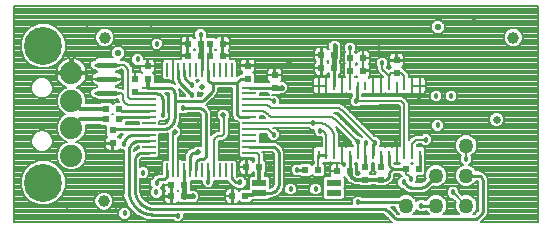
<source format=gbl>
G75*
%MOIN*%
%OFA0B0*%
%FSLAX25Y25*%
%IPPOS*%
%LPD*%
%AMOC8*
5,1,8,0,0,1.08239X$1,22.5*
%
%ADD10R,0.01000X0.04500*%
%ADD11R,0.04500X0.01000*%
%ADD12C,0.07400*%
%ADD13C,0.12661*%
%ADD14R,0.00984X0.03150*%
%ADD15C,0.03937*%
%ADD16R,0.01969X0.02362*%
%ADD17R,0.02362X0.01969*%
%ADD18C,0.01772*%
%ADD19C,0.01000*%
%ADD20R,0.04724X0.02362*%
%ADD21C,0.02600*%
%ADD22C,0.05000*%
%ADD23C,0.00800*%
%ADD24C,0.01800*%
%ADD25C,0.02000*%
%ADD26C,0.01600*%
%ADD27C,0.01200*%
%ADD28C,0.02300*%
%ADD29C,0.01400*%
%ADD30C,0.02200*%
D10*
X0112652Y0020218D03*
X0114620Y0020218D03*
X0116589Y0020218D03*
X0118557Y0020218D03*
X0120526Y0020218D03*
X0122494Y0020218D03*
X0124463Y0020218D03*
X0126431Y0020218D03*
X0128400Y0020218D03*
X0130369Y0020218D03*
X0132337Y0020218D03*
X0134306Y0020218D03*
X0134306Y0053682D03*
X0132337Y0053682D03*
X0130369Y0053682D03*
X0128400Y0053682D03*
X0126431Y0053682D03*
X0124463Y0053682D03*
X0122494Y0053682D03*
X0120526Y0053682D03*
X0118557Y0053682D03*
X0116589Y0053682D03*
X0114620Y0053682D03*
X0112652Y0053682D03*
D11*
X0106746Y0047777D03*
X0106746Y0045808D03*
X0106746Y0043840D03*
X0106746Y0041871D03*
X0106746Y0039903D03*
X0106746Y0037934D03*
X0106746Y0035966D03*
X0106746Y0033997D03*
X0106746Y0032029D03*
X0106746Y0030060D03*
X0106746Y0028092D03*
X0106746Y0026123D03*
X0140211Y0026123D03*
X0140211Y0028092D03*
X0140211Y0030060D03*
X0140211Y0032029D03*
X0140211Y0033997D03*
X0140211Y0035966D03*
X0140211Y0037934D03*
X0140211Y0039903D03*
X0140211Y0041871D03*
X0140211Y0043840D03*
X0140211Y0045808D03*
X0140211Y0047777D03*
D12*
X0080928Y0043287D03*
X0080928Y0034413D03*
X0080928Y0025070D03*
X0080928Y0052630D03*
D13*
X0071479Y0061685D03*
X0071479Y0016015D03*
D14*
X0163279Y0025450D03*
X0165879Y0025450D03*
X0168479Y0025450D03*
X0171079Y0025450D03*
X0173679Y0025450D03*
X0176279Y0025450D03*
X0178879Y0025450D03*
X0181479Y0025426D03*
X0184079Y0025450D03*
X0186679Y0025450D03*
X0189279Y0025450D03*
X0191879Y0025450D03*
X0194479Y0025450D03*
X0197079Y0025450D03*
X0197079Y0048450D03*
X0194479Y0048450D03*
X0191879Y0048450D03*
X0189279Y0048450D03*
X0186679Y0048450D03*
X0184079Y0048450D03*
X0181479Y0048474D03*
X0178879Y0048450D03*
X0176279Y0048450D03*
X0173679Y0048450D03*
X0171079Y0048450D03*
X0168479Y0048450D03*
X0165879Y0048450D03*
X0163279Y0048450D03*
D15*
X0228229Y0064450D03*
X0091979Y0064450D03*
X0091729Y0009950D03*
D16*
X0114213Y0011550D03*
X0118544Y0011550D03*
X0118544Y0015350D03*
X0114213Y0015350D03*
X0134563Y0011600D03*
X0138894Y0011600D03*
X0158913Y0020350D03*
X0163244Y0020350D03*
X0169413Y0019900D03*
X0173744Y0019900D03*
X0192363Y0020700D03*
X0196694Y0020700D03*
X0143594Y0021250D03*
X0139263Y0021250D03*
X0096794Y0037200D03*
X0092463Y0037200D03*
X0092463Y0040700D03*
X0096794Y0040700D03*
X0119663Y0058400D03*
X0123994Y0058400D03*
X0126963Y0058400D03*
X0131294Y0058400D03*
X0131344Y0062400D03*
X0127013Y0062400D03*
X0123994Y0062400D03*
X0119663Y0062400D03*
X0164263Y0058700D03*
X0168594Y0058700D03*
X0173813Y0057600D03*
X0178144Y0057600D03*
X0178144Y0053450D03*
X0173813Y0053450D03*
X0168594Y0054250D03*
X0164263Y0054250D03*
D17*
X0148629Y0051915D03*
X0148629Y0047585D03*
X0139679Y0050735D03*
X0139679Y0055065D03*
X0106279Y0054915D03*
X0106279Y0050585D03*
X0102079Y0050715D03*
X0102079Y0046385D03*
X0094679Y0033465D03*
X0094679Y0029135D03*
X0178629Y0021415D03*
X0184129Y0021365D03*
X0184129Y0017035D03*
X0178629Y0017085D03*
X0189279Y0052535D03*
X0189279Y0056865D03*
D18*
X0095593Y0055424D02*
X0089865Y0055424D01*
X0089865Y0050700D02*
X0095593Y0050700D01*
X0095593Y0045976D02*
X0089865Y0045976D01*
D19*
X0088729Y0045976D02*
X0092729Y0045976D01*
X0096729Y0045976D01*
X0103117Y0045808D02*
X0106746Y0045808D01*
X0109279Y0045808D01*
X0113279Y0047777D02*
X0113366Y0047775D01*
X0113453Y0047769D01*
X0113540Y0047760D01*
X0113626Y0047747D01*
X0113712Y0047730D01*
X0113797Y0047709D01*
X0113880Y0047684D01*
X0113963Y0047656D01*
X0114044Y0047625D01*
X0114124Y0047590D01*
X0114202Y0047551D01*
X0114279Y0047509D01*
X0114354Y0047464D01*
X0114426Y0047415D01*
X0114497Y0047364D01*
X0114565Y0047309D01*
X0114630Y0047252D01*
X0114693Y0047191D01*
X0114754Y0047128D01*
X0114811Y0047063D01*
X0114866Y0046995D01*
X0114917Y0046924D01*
X0114966Y0046852D01*
X0115011Y0046777D01*
X0115053Y0046700D01*
X0115092Y0046622D01*
X0115127Y0046542D01*
X0115158Y0046461D01*
X0115186Y0046378D01*
X0115211Y0046295D01*
X0115232Y0046210D01*
X0115249Y0046124D01*
X0115262Y0046038D01*
X0115271Y0045951D01*
X0115277Y0045864D01*
X0115279Y0045777D01*
X0115279Y0043250D01*
X0123850Y0043250D01*
X0125265Y0043836D02*
X0127493Y0046064D01*
X0128079Y0047478D02*
X0128079Y0049450D01*
X0134979Y0049450D01*
X0135039Y0049448D01*
X0135100Y0049443D01*
X0135159Y0049434D01*
X0135218Y0049421D01*
X0135277Y0049405D01*
X0135334Y0049385D01*
X0135389Y0049362D01*
X0135444Y0049335D01*
X0135496Y0049306D01*
X0135547Y0049273D01*
X0135596Y0049237D01*
X0135642Y0049199D01*
X0135686Y0049157D01*
X0135728Y0049113D01*
X0135766Y0049067D01*
X0135802Y0049018D01*
X0135835Y0048967D01*
X0135864Y0048915D01*
X0135891Y0048860D01*
X0135914Y0048805D01*
X0135934Y0048748D01*
X0135950Y0048689D01*
X0135963Y0048630D01*
X0135972Y0048571D01*
X0135977Y0048510D01*
X0135979Y0048450D01*
X0135979Y0039450D01*
X0135981Y0039374D01*
X0135987Y0039298D01*
X0135996Y0039223D01*
X0136010Y0039148D01*
X0136027Y0039074D01*
X0136048Y0039001D01*
X0136072Y0038929D01*
X0136101Y0038858D01*
X0136132Y0038789D01*
X0136167Y0038722D01*
X0136206Y0038657D01*
X0136248Y0038593D01*
X0136293Y0038532D01*
X0136341Y0038473D01*
X0136392Y0038417D01*
X0136446Y0038363D01*
X0136502Y0038312D01*
X0136561Y0038264D01*
X0136622Y0038219D01*
X0136686Y0038177D01*
X0136751Y0038138D01*
X0136818Y0038103D01*
X0136887Y0038072D01*
X0136958Y0038043D01*
X0137030Y0038019D01*
X0137103Y0037998D01*
X0137177Y0037981D01*
X0137252Y0037967D01*
X0137327Y0037958D01*
X0137403Y0037952D01*
X0137479Y0037950D01*
X0140195Y0037950D01*
X0125879Y0038250D02*
X0125879Y0025650D01*
X0125873Y0025565D01*
X0125863Y0025480D01*
X0125849Y0025396D01*
X0125831Y0025312D01*
X0125809Y0025230D01*
X0125784Y0025148D01*
X0125755Y0025068D01*
X0125723Y0024989D01*
X0125687Y0024911D01*
X0125648Y0024835D01*
X0125605Y0024761D01*
X0125559Y0024689D01*
X0125510Y0024620D01*
X0125458Y0024552D01*
X0125402Y0024487D01*
X0125344Y0024424D01*
X0125283Y0024364D01*
X0125220Y0024307D01*
X0125154Y0024253D01*
X0125086Y0024202D01*
X0125015Y0024154D01*
X0124942Y0024109D01*
X0124868Y0024067D01*
X0124791Y0024029D01*
X0124713Y0023994D01*
X0124634Y0023963D01*
X0124553Y0023936D01*
X0124471Y0023912D01*
X0124388Y0023892D01*
X0124304Y0023875D01*
X0124220Y0023862D01*
X0124135Y0023853D01*
X0124050Y0023848D01*
X0123964Y0023847D01*
X0123879Y0023850D01*
X0123679Y0023850D01*
X0122079Y0026050D02*
X0122000Y0026048D01*
X0121922Y0026042D01*
X0121844Y0026033D01*
X0121767Y0026019D01*
X0121690Y0026002D01*
X0121615Y0025981D01*
X0121540Y0025956D01*
X0121467Y0025928D01*
X0121395Y0025896D01*
X0121325Y0025861D01*
X0121256Y0025822D01*
X0121190Y0025780D01*
X0121126Y0025735D01*
X0121064Y0025687D01*
X0121005Y0025636D01*
X0120948Y0025581D01*
X0120893Y0025524D01*
X0120842Y0025465D01*
X0120794Y0025403D01*
X0120749Y0025339D01*
X0120707Y0025273D01*
X0120668Y0025204D01*
X0120633Y0025134D01*
X0120601Y0025062D01*
X0120573Y0024989D01*
X0120548Y0024914D01*
X0120527Y0024839D01*
X0120510Y0024762D01*
X0120496Y0024685D01*
X0120487Y0024607D01*
X0120481Y0024529D01*
X0120479Y0024450D01*
X0120479Y0020265D01*
X0118508Y0020169D02*
X0118544Y0015350D01*
X0111679Y0017350D02*
X0110579Y0017350D01*
X0110508Y0017346D01*
X0110438Y0017337D01*
X0110368Y0017326D01*
X0110299Y0017310D01*
X0110231Y0017291D01*
X0110164Y0017269D01*
X0110098Y0017242D01*
X0110034Y0017213D01*
X0109972Y0017180D01*
X0109911Y0017144D01*
X0109852Y0017105D01*
X0109795Y0017063D01*
X0109741Y0017018D01*
X0109688Y0016970D01*
X0109639Y0016919D01*
X0109592Y0016866D01*
X0109548Y0016811D01*
X0109507Y0016753D01*
X0109469Y0016693D01*
X0109435Y0016632D01*
X0109403Y0016568D01*
X0109375Y0016503D01*
X0109351Y0016437D01*
X0109330Y0016370D01*
X0109312Y0016301D01*
X0109298Y0016232D01*
X0109288Y0016162D01*
X0109281Y0016091D01*
X0109278Y0016021D01*
X0109279Y0015950D01*
X0111679Y0017350D02*
X0111741Y0017355D01*
X0111802Y0017364D01*
X0111863Y0017376D01*
X0111922Y0017392D01*
X0111981Y0017411D01*
X0112038Y0017434D01*
X0112094Y0017461D01*
X0112149Y0017491D01*
X0112201Y0017524D01*
X0112251Y0017560D01*
X0112299Y0017599D01*
X0112345Y0017641D01*
X0112388Y0017685D01*
X0112428Y0017732D01*
X0112465Y0017782D01*
X0112499Y0017833D01*
X0112530Y0017887D01*
X0112558Y0017942D01*
X0112582Y0017999D01*
X0112603Y0018057D01*
X0112620Y0018116D01*
X0112634Y0018177D01*
X0112644Y0018238D01*
X0112650Y0018299D01*
X0112653Y0018361D01*
X0112652Y0018423D01*
X0112652Y0020218D01*
X0104652Y0026124D02*
X0104552Y0026120D01*
X0104451Y0026112D01*
X0104351Y0026100D01*
X0104252Y0026085D01*
X0104153Y0026066D01*
X0104056Y0026043D01*
X0103959Y0026016D01*
X0103863Y0025986D01*
X0103768Y0025952D01*
X0103675Y0025915D01*
X0103583Y0025874D01*
X0103493Y0025829D01*
X0103405Y0025781D01*
X0103318Y0025730D01*
X0103234Y0025675D01*
X0103152Y0025617D01*
X0103072Y0025556D01*
X0102994Y0025492D01*
X0102919Y0025425D01*
X0102847Y0025356D01*
X0102777Y0025283D01*
X0102710Y0025208D01*
X0102646Y0025131D01*
X0102585Y0025051D01*
X0102527Y0024968D01*
X0102473Y0024884D01*
X0102421Y0024798D01*
X0102373Y0024709D01*
X0102329Y0024619D01*
X0102288Y0024528D01*
X0102250Y0024434D01*
X0102216Y0024340D01*
X0102186Y0024244D01*
X0102159Y0024147D01*
X0102136Y0024049D01*
X0102117Y0023950D01*
X0102102Y0023851D01*
X0102090Y0023751D01*
X0102082Y0023651D01*
X0102078Y0023551D01*
X0102078Y0023450D01*
X0102079Y0023450D02*
X0102079Y0013950D01*
X0099979Y0013650D02*
X0099979Y0026450D01*
X0099981Y0026568D01*
X0099987Y0026686D01*
X0099996Y0026804D01*
X0100010Y0026921D01*
X0100027Y0027038D01*
X0100048Y0027154D01*
X0100073Y0027270D01*
X0100102Y0027384D01*
X0100134Y0027498D01*
X0100171Y0027610D01*
X0100210Y0027722D01*
X0100254Y0027831D01*
X0100301Y0027940D01*
X0100351Y0028047D01*
X0100405Y0028152D01*
X0100463Y0028255D01*
X0100523Y0028356D01*
X0100587Y0028456D01*
X0100655Y0028553D01*
X0100725Y0028648D01*
X0100798Y0028740D01*
X0100875Y0028830D01*
X0100954Y0028918D01*
X0101036Y0029003D01*
X0101121Y0029085D01*
X0101209Y0029164D01*
X0101299Y0029241D01*
X0101391Y0029314D01*
X0101486Y0029384D01*
X0101583Y0029452D01*
X0101683Y0029516D01*
X0101784Y0029576D01*
X0101887Y0029634D01*
X0101992Y0029688D01*
X0102099Y0029738D01*
X0102208Y0029785D01*
X0102317Y0029829D01*
X0102429Y0029868D01*
X0102541Y0029905D01*
X0102655Y0029937D01*
X0102769Y0029966D01*
X0102885Y0029991D01*
X0103001Y0030012D01*
X0103118Y0030029D01*
X0103235Y0030043D01*
X0103353Y0030052D01*
X0103471Y0030058D01*
X0103589Y0030060D01*
X0106746Y0030060D01*
X0106746Y0032029D02*
X0101857Y0032029D01*
X0106746Y0033997D02*
X0095556Y0033997D01*
X0096794Y0037200D02*
X0097994Y0037934D01*
X0106746Y0037934D01*
X0106746Y0039903D02*
X0097894Y0039903D01*
X0096794Y0040700D01*
X0109279Y0045808D02*
X0109366Y0045806D01*
X0109453Y0045800D01*
X0109540Y0045791D01*
X0109626Y0045778D01*
X0109712Y0045761D01*
X0109797Y0045740D01*
X0109880Y0045715D01*
X0109963Y0045687D01*
X0110044Y0045656D01*
X0110124Y0045621D01*
X0110202Y0045582D01*
X0110279Y0045540D01*
X0110354Y0045495D01*
X0110426Y0045446D01*
X0110497Y0045395D01*
X0110565Y0045340D01*
X0110630Y0045283D01*
X0110693Y0045222D01*
X0110754Y0045159D01*
X0110811Y0045094D01*
X0110866Y0045026D01*
X0110917Y0044955D01*
X0110966Y0044883D01*
X0111011Y0044808D01*
X0111053Y0044731D01*
X0111092Y0044653D01*
X0111127Y0044573D01*
X0111158Y0044492D01*
X0111186Y0044409D01*
X0111211Y0044326D01*
X0111232Y0044241D01*
X0111249Y0044155D01*
X0111262Y0044069D01*
X0111271Y0043982D01*
X0111277Y0043895D01*
X0111279Y0043808D01*
X0111279Y0038650D01*
X0115279Y0037799D02*
X0115277Y0037676D01*
X0115271Y0037552D01*
X0115261Y0037429D01*
X0115247Y0037307D01*
X0115230Y0037185D01*
X0115208Y0037063D01*
X0115182Y0036943D01*
X0115153Y0036823D01*
X0115120Y0036704D01*
X0115083Y0036586D01*
X0115042Y0036470D01*
X0114998Y0036355D01*
X0114950Y0036241D01*
X0114898Y0036129D01*
X0114843Y0036019D01*
X0114784Y0035910D01*
X0114721Y0035804D01*
X0114656Y0035699D01*
X0114587Y0035597D01*
X0114515Y0035497D01*
X0114439Y0035399D01*
X0114361Y0035304D01*
X0114279Y0035211D01*
X0114195Y0035121D01*
X0114108Y0035034D01*
X0114018Y0034950D01*
X0113925Y0034868D01*
X0113830Y0034790D01*
X0113732Y0034714D01*
X0113632Y0034642D01*
X0113530Y0034573D01*
X0113425Y0034508D01*
X0113319Y0034445D01*
X0113210Y0034386D01*
X0113100Y0034331D01*
X0112988Y0034279D01*
X0112874Y0034231D01*
X0112759Y0034187D01*
X0112643Y0034146D01*
X0112525Y0034109D01*
X0112406Y0034076D01*
X0112286Y0034047D01*
X0112166Y0034021D01*
X0112044Y0033999D01*
X0111922Y0033982D01*
X0111800Y0033968D01*
X0111677Y0033958D01*
X0111553Y0033952D01*
X0111430Y0033950D01*
X0106799Y0033950D01*
X0115279Y0037799D02*
X0115279Y0043250D01*
X0118079Y0041050D02*
X0122979Y0041050D01*
X0123086Y0041049D01*
X0123192Y0041045D01*
X0123298Y0041037D01*
X0123404Y0041025D01*
X0123510Y0041009D01*
X0123614Y0040989D01*
X0123718Y0040965D01*
X0123821Y0040938D01*
X0123923Y0040906D01*
X0124024Y0040871D01*
X0124123Y0040832D01*
X0124220Y0040789D01*
X0124316Y0040743D01*
X0124410Y0040693D01*
X0124503Y0040639D01*
X0124593Y0040583D01*
X0124681Y0040522D01*
X0124767Y0040459D01*
X0124850Y0040392D01*
X0124931Y0040323D01*
X0125009Y0040250D01*
X0125084Y0040175D01*
X0125156Y0040097D01*
X0125226Y0040016D01*
X0125292Y0039932D01*
X0125355Y0039847D01*
X0125415Y0039758D01*
X0125472Y0039668D01*
X0125525Y0039576D01*
X0125575Y0039481D01*
X0125621Y0039385D01*
X0125663Y0039288D01*
X0125702Y0039188D01*
X0125737Y0039088D01*
X0125769Y0038986D01*
X0125796Y0038883D01*
X0125820Y0038779D01*
X0125839Y0038674D01*
X0125855Y0038569D01*
X0125867Y0038463D01*
X0125875Y0038357D01*
X0125879Y0038250D01*
X0123850Y0043250D02*
X0123937Y0043252D01*
X0124024Y0043258D01*
X0124111Y0043267D01*
X0124197Y0043280D01*
X0124283Y0043297D01*
X0124368Y0043318D01*
X0124451Y0043343D01*
X0124534Y0043371D01*
X0124615Y0043402D01*
X0124695Y0043437D01*
X0124773Y0043476D01*
X0124850Y0043518D01*
X0124925Y0043563D01*
X0124997Y0043612D01*
X0125068Y0043663D01*
X0125136Y0043718D01*
X0125201Y0043775D01*
X0125264Y0043836D01*
X0120979Y0045450D02*
X0117175Y0049254D01*
X0119172Y0050381D02*
X0121079Y0048550D01*
X0117175Y0049254D02*
X0117114Y0049317D01*
X0117057Y0049382D01*
X0117002Y0049450D01*
X0116951Y0049521D01*
X0116902Y0049593D01*
X0116857Y0049668D01*
X0116815Y0049745D01*
X0116776Y0049823D01*
X0116741Y0049903D01*
X0116710Y0049984D01*
X0116682Y0050067D01*
X0116657Y0050150D01*
X0116636Y0050235D01*
X0116619Y0050321D01*
X0116606Y0050407D01*
X0116597Y0050494D01*
X0116591Y0050581D01*
X0116589Y0050668D01*
X0116589Y0053682D01*
X0118557Y0053682D02*
X0118557Y0051823D01*
X0118559Y0051738D01*
X0118564Y0051654D01*
X0118573Y0051569D01*
X0118586Y0051485D01*
X0118602Y0051402D01*
X0118621Y0051320D01*
X0118644Y0051238D01*
X0118671Y0051158D01*
X0118701Y0051078D01*
X0118734Y0051000D01*
X0118771Y0050924D01*
X0118810Y0050849D01*
X0118853Y0050776D01*
X0118899Y0050704D01*
X0118948Y0050635D01*
X0119000Y0050568D01*
X0119054Y0050503D01*
X0119112Y0050440D01*
X0119172Y0050380D01*
X0126431Y0050497D02*
X0126431Y0053682D01*
X0124463Y0053682D02*
X0124463Y0058155D01*
X0126963Y0058400D02*
X0126963Y0062350D01*
X0127013Y0062400D01*
X0126963Y0058400D02*
X0127129Y0058300D01*
X0126432Y0050497D02*
X0126434Y0050434D01*
X0126440Y0050371D01*
X0126449Y0050308D01*
X0126462Y0050246D01*
X0126479Y0050186D01*
X0126500Y0050126D01*
X0126524Y0050067D01*
X0126552Y0050010D01*
X0126583Y0049955D01*
X0126617Y0049902D01*
X0126655Y0049851D01*
X0126695Y0049803D01*
X0126739Y0049757D01*
X0126785Y0049713D01*
X0126833Y0049673D01*
X0126884Y0049635D01*
X0126937Y0049601D01*
X0126992Y0049570D01*
X0127049Y0049542D01*
X0127108Y0049518D01*
X0127168Y0049497D01*
X0127228Y0049480D01*
X0127290Y0049467D01*
X0127353Y0049458D01*
X0127416Y0049452D01*
X0127479Y0049450D01*
X0128079Y0049450D01*
X0128079Y0047478D02*
X0128077Y0047391D01*
X0128071Y0047304D01*
X0128062Y0047217D01*
X0128049Y0047131D01*
X0128032Y0047045D01*
X0128011Y0046960D01*
X0127986Y0046877D01*
X0127958Y0046794D01*
X0127927Y0046713D01*
X0127892Y0046633D01*
X0127853Y0046555D01*
X0127811Y0046478D01*
X0127766Y0046403D01*
X0127717Y0046331D01*
X0127666Y0046260D01*
X0127611Y0046192D01*
X0127554Y0046127D01*
X0127493Y0046064D01*
X0135978Y0048450D02*
X0135980Y0048544D01*
X0135986Y0048639D01*
X0135996Y0048733D01*
X0136009Y0048826D01*
X0136027Y0048919D01*
X0136048Y0049011D01*
X0136073Y0049102D01*
X0136102Y0049192D01*
X0136134Y0049281D01*
X0136170Y0049368D01*
X0136210Y0049454D01*
X0136253Y0049538D01*
X0136300Y0049620D01*
X0136350Y0049700D01*
X0136403Y0049778D01*
X0136460Y0049853D01*
X0136519Y0049927D01*
X0136582Y0049998D01*
X0136647Y0050066D01*
X0136715Y0050131D01*
X0136786Y0050194D01*
X0136860Y0050253D01*
X0136935Y0050310D01*
X0137013Y0050363D01*
X0137093Y0050413D01*
X0137175Y0050460D01*
X0137259Y0050503D01*
X0137345Y0050543D01*
X0137432Y0050579D01*
X0137521Y0050611D01*
X0137611Y0050640D01*
X0137702Y0050665D01*
X0137794Y0050686D01*
X0137887Y0050704D01*
X0137980Y0050717D01*
X0138074Y0050727D01*
X0138169Y0050733D01*
X0138263Y0050735D01*
X0139679Y0050735D01*
X0140211Y0047777D02*
X0148629Y0047777D01*
X0148629Y0047585D01*
X0168479Y0048450D02*
X0168479Y0053420D01*
X0176229Y0048400D02*
X0176229Y0043700D01*
X0175979Y0043450D01*
X0175729Y0043250D01*
X0181979Y0029450D02*
X0181479Y0028950D01*
X0181479Y0025426D01*
X0178879Y0025450D02*
X0178879Y0022380D01*
X0184129Y0021365D02*
X0184108Y0025380D01*
X0186679Y0025450D02*
X0186679Y0022750D01*
X0186681Y0022661D01*
X0186687Y0022571D01*
X0186697Y0022482D01*
X0186710Y0022394D01*
X0186728Y0022306D01*
X0186749Y0022219D01*
X0186774Y0022134D01*
X0186803Y0022049D01*
X0186835Y0021965D01*
X0186871Y0021884D01*
X0186911Y0021803D01*
X0186954Y0021725D01*
X0187000Y0021649D01*
X0187050Y0021574D01*
X0187103Y0021502D01*
X0187159Y0021432D01*
X0187218Y0021365D01*
X0187279Y0021300D01*
X0187344Y0021239D01*
X0187411Y0021180D01*
X0187481Y0021124D01*
X0187553Y0021071D01*
X0187628Y0021021D01*
X0187704Y0020975D01*
X0187782Y0020932D01*
X0187863Y0020892D01*
X0187944Y0020856D01*
X0188028Y0020824D01*
X0188113Y0020795D01*
X0188198Y0020770D01*
X0188285Y0020749D01*
X0188373Y0020731D01*
X0188461Y0020718D01*
X0188550Y0020708D01*
X0188640Y0020702D01*
X0188729Y0020700D01*
X0192363Y0020700D01*
X0188729Y0020700D02*
X0188642Y0020698D01*
X0188554Y0020692D01*
X0188467Y0020682D01*
X0188381Y0020669D01*
X0188295Y0020651D01*
X0188210Y0020630D01*
X0188126Y0020605D01*
X0188044Y0020576D01*
X0187963Y0020543D01*
X0187883Y0020507D01*
X0187805Y0020467D01*
X0187729Y0020424D01*
X0187655Y0020377D01*
X0187583Y0020328D01*
X0187513Y0020275D01*
X0187446Y0020218D01*
X0187381Y0020159D01*
X0187320Y0020098D01*
X0187261Y0020033D01*
X0187204Y0019966D01*
X0187151Y0019896D01*
X0187102Y0019824D01*
X0187055Y0019750D01*
X0187012Y0019674D01*
X0186972Y0019596D01*
X0186936Y0019516D01*
X0186903Y0019435D01*
X0186874Y0019353D01*
X0186849Y0019269D01*
X0186828Y0019184D01*
X0186810Y0019098D01*
X0186797Y0019012D01*
X0186787Y0018925D01*
X0186781Y0018837D01*
X0186779Y0018750D01*
X0186779Y0018550D01*
X0186778Y0018550D02*
X0186776Y0018473D01*
X0186770Y0018397D01*
X0186761Y0018321D01*
X0186747Y0018245D01*
X0186730Y0018170D01*
X0186709Y0018096D01*
X0186684Y0018024D01*
X0186655Y0017953D01*
X0186623Y0017883D01*
X0186588Y0017815D01*
X0186549Y0017749D01*
X0186506Y0017685D01*
X0186461Y0017623D01*
X0186413Y0017563D01*
X0186361Y0017506D01*
X0186307Y0017452D01*
X0186250Y0017400D01*
X0186190Y0017352D01*
X0186128Y0017307D01*
X0186064Y0017264D01*
X0185998Y0017225D01*
X0185930Y0017190D01*
X0185860Y0017158D01*
X0185789Y0017129D01*
X0185717Y0017104D01*
X0185643Y0017083D01*
X0185568Y0017066D01*
X0185492Y0017052D01*
X0185416Y0017043D01*
X0185340Y0017037D01*
X0185263Y0017035D01*
X0184129Y0017035D01*
X0191629Y0016150D02*
X0192743Y0015036D01*
X0194157Y0014450D02*
X0197650Y0014450D01*
X0199065Y0015036D02*
X0202479Y0018450D01*
X0199064Y0015036D02*
X0199001Y0014975D01*
X0198936Y0014918D01*
X0198868Y0014863D01*
X0198797Y0014812D01*
X0198725Y0014763D01*
X0198650Y0014718D01*
X0198573Y0014676D01*
X0198495Y0014637D01*
X0198415Y0014602D01*
X0198334Y0014571D01*
X0198251Y0014543D01*
X0198168Y0014518D01*
X0198083Y0014497D01*
X0197997Y0014480D01*
X0197911Y0014467D01*
X0197824Y0014458D01*
X0197737Y0014452D01*
X0197650Y0014450D01*
X0194157Y0014450D02*
X0194070Y0014452D01*
X0193983Y0014458D01*
X0193896Y0014467D01*
X0193810Y0014480D01*
X0193724Y0014497D01*
X0193639Y0014518D01*
X0193556Y0014543D01*
X0193473Y0014571D01*
X0193392Y0014602D01*
X0193312Y0014637D01*
X0193234Y0014676D01*
X0193157Y0014718D01*
X0193082Y0014763D01*
X0193010Y0014812D01*
X0192939Y0014863D01*
X0192871Y0014918D01*
X0192806Y0014975D01*
X0192743Y0015036D01*
X0190450Y0009650D02*
X0176479Y0009650D01*
X0184850Y0007250D02*
X0108279Y0007250D01*
X0107979Y0005450D02*
X0115313Y0005450D01*
X0115384Y0005448D01*
X0115456Y0005443D01*
X0115527Y0005433D01*
X0115597Y0005420D01*
X0115667Y0005403D01*
X0115735Y0005383D01*
X0115803Y0005359D01*
X0115869Y0005332D01*
X0115933Y0005301D01*
X0115996Y0005267D01*
X0116057Y0005230D01*
X0116116Y0005189D01*
X0116173Y0005146D01*
X0116227Y0005099D01*
X0116279Y0005050D01*
X0108279Y0007250D02*
X0108121Y0007258D01*
X0107963Y0007270D01*
X0107805Y0007286D01*
X0107648Y0007305D01*
X0107491Y0007329D01*
X0107335Y0007356D01*
X0107180Y0007388D01*
X0107025Y0007423D01*
X0106872Y0007461D01*
X0106719Y0007504D01*
X0106568Y0007550D01*
X0106417Y0007600D01*
X0106268Y0007654D01*
X0106121Y0007711D01*
X0105974Y0007772D01*
X0105830Y0007837D01*
X0105687Y0007905D01*
X0105545Y0007976D01*
X0105406Y0008051D01*
X0105268Y0008129D01*
X0105132Y0008211D01*
X0104999Y0008296D01*
X0104867Y0008384D01*
X0104738Y0008476D01*
X0104611Y0008570D01*
X0104486Y0008668D01*
X0104364Y0008769D01*
X0104244Y0008873D01*
X0104127Y0008979D01*
X0104012Y0009089D01*
X0103900Y0009201D01*
X0103791Y0009316D01*
X0103685Y0009433D01*
X0103582Y0009554D01*
X0103482Y0009676D01*
X0103384Y0009801D01*
X0103290Y0009929D01*
X0103199Y0010058D01*
X0103111Y0010190D01*
X0103027Y0010324D01*
X0102946Y0010460D01*
X0102868Y0010598D01*
X0102794Y0010738D01*
X0102723Y0010880D01*
X0102655Y0011023D01*
X0102591Y0011168D01*
X0102531Y0011315D01*
X0102474Y0011463D01*
X0102421Y0011612D01*
X0102372Y0011762D01*
X0102326Y0011914D01*
X0102284Y0012067D01*
X0102246Y0012221D01*
X0102211Y0012375D01*
X0102181Y0012531D01*
X0102154Y0012687D01*
X0102131Y0012844D01*
X0102112Y0013001D01*
X0102097Y0013159D01*
X0102085Y0013317D01*
X0102078Y0013475D01*
X0102074Y0013633D01*
X0102075Y0013792D01*
X0102079Y0013950D01*
X0099979Y0013650D02*
X0099979Y0013451D01*
X0099983Y0013252D01*
X0099993Y0013054D01*
X0100008Y0012856D01*
X0100027Y0012658D01*
X0100052Y0012460D01*
X0100081Y0012264D01*
X0100115Y0012068D01*
X0100154Y0011873D01*
X0100197Y0011679D01*
X0100245Y0011486D01*
X0100298Y0011294D01*
X0100356Y0011104D01*
X0100418Y0010915D01*
X0100485Y0010728D01*
X0100557Y0010543D01*
X0100633Y0010359D01*
X0100714Y0010177D01*
X0100799Y0009997D01*
X0100888Y0009820D01*
X0100982Y0009644D01*
X0101080Y0009471D01*
X0101182Y0009301D01*
X0101288Y0009133D01*
X0101399Y0008967D01*
X0101513Y0008805D01*
X0101632Y0008645D01*
X0101754Y0008488D01*
X0101880Y0008335D01*
X0102010Y0008184D01*
X0102143Y0008037D01*
X0102280Y0007893D01*
X0102421Y0007752D01*
X0102565Y0007615D01*
X0102712Y0007482D01*
X0102863Y0007352D01*
X0103017Y0007226D01*
X0103173Y0007103D01*
X0103333Y0006985D01*
X0103496Y0006870D01*
X0103661Y0006760D01*
X0103829Y0006653D01*
X0103999Y0006551D01*
X0104172Y0006453D01*
X0104348Y0006360D01*
X0104525Y0006270D01*
X0104705Y0006185D01*
X0104887Y0006104D01*
X0105070Y0006028D01*
X0105256Y0005957D01*
X0105443Y0005890D01*
X0105632Y0005827D01*
X0105822Y0005770D01*
X0106014Y0005717D01*
X0106207Y0005668D01*
X0106401Y0005625D01*
X0106596Y0005586D01*
X0106792Y0005552D01*
X0106988Y0005523D01*
X0107186Y0005498D01*
X0107383Y0005479D01*
X0107582Y0005464D01*
X0107780Y0005455D01*
X0107979Y0005450D01*
X0126479Y0016350D02*
X0126479Y0016650D01*
X0126431Y0017597D01*
X0126431Y0020218D01*
X0122494Y0020218D02*
X0122494Y0022666D01*
X0122495Y0022666D02*
X0122497Y0022732D01*
X0122502Y0022799D01*
X0122512Y0022864D01*
X0122525Y0022929D01*
X0122541Y0022994D01*
X0122561Y0023057D01*
X0122585Y0023119D01*
X0122612Y0023180D01*
X0122643Y0023239D01*
X0122676Y0023296D01*
X0122713Y0023351D01*
X0122753Y0023404D01*
X0122796Y0023455D01*
X0122842Y0023503D01*
X0122890Y0023549D01*
X0122941Y0023592D01*
X0122994Y0023632D01*
X0123049Y0023669D01*
X0123106Y0023702D01*
X0123165Y0023733D01*
X0123226Y0023760D01*
X0123288Y0023784D01*
X0123351Y0023804D01*
X0123416Y0023820D01*
X0123481Y0023833D01*
X0123546Y0023843D01*
X0123613Y0023848D01*
X0123679Y0023850D01*
X0123079Y0026150D02*
X0122079Y0026050D01*
X0106746Y0026123D02*
X0104652Y0026123D01*
X0101857Y0032028D02*
X0101744Y0032035D01*
X0101631Y0032038D01*
X0101518Y0032037D01*
X0101405Y0032032D01*
X0101293Y0032023D01*
X0101180Y0032010D01*
X0101069Y0031993D01*
X0100957Y0031972D01*
X0100847Y0031948D01*
X0100738Y0031919D01*
X0100629Y0031887D01*
X0100522Y0031851D01*
X0100416Y0031811D01*
X0100312Y0031768D01*
X0100209Y0031721D01*
X0100108Y0031670D01*
X0100009Y0031616D01*
X0099912Y0031559D01*
X0099816Y0031498D01*
X0099723Y0031434D01*
X0099633Y0031366D01*
X0099544Y0031296D01*
X0099458Y0031222D01*
X0099375Y0031146D01*
X0099295Y0031067D01*
X0099217Y0030985D01*
X0099142Y0030900D01*
X0099070Y0030812D01*
X0099002Y0030723D01*
X0098936Y0030631D01*
X0098874Y0030536D01*
X0098815Y0030440D01*
X0098759Y0030341D01*
X0098707Y0030241D01*
X0098659Y0030139D01*
X0098614Y0030035D01*
X0098573Y0029930D01*
X0098535Y0029824D01*
X0098501Y0029716D01*
X0098471Y0029607D01*
X0098445Y0029497D01*
X0098422Y0029386D01*
X0098404Y0029275D01*
X0098389Y0029162D01*
X0098379Y0029050D01*
X0134305Y0018123D02*
X0134326Y0018026D01*
X0134350Y0017929D01*
X0134377Y0017834D01*
X0134409Y0017740D01*
X0134444Y0017647D01*
X0134484Y0017556D01*
X0134526Y0017466D01*
X0134573Y0017379D01*
X0134623Y0017293D01*
X0134676Y0017209D01*
X0134732Y0017127D01*
X0134792Y0017048D01*
X0134855Y0016971D01*
X0134921Y0016897D01*
X0134990Y0016826D01*
X0135062Y0016757D01*
X0135136Y0016692D01*
X0135213Y0016629D01*
X0135293Y0016570D01*
X0135375Y0016513D01*
X0135459Y0016460D01*
X0135545Y0016411D01*
X0135633Y0016365D01*
X0135723Y0016323D01*
X0135814Y0016284D01*
X0135907Y0016249D01*
X0136001Y0016218D01*
X0136097Y0016190D01*
X0136193Y0016167D01*
X0136290Y0016147D01*
X0136388Y0016132D01*
X0136487Y0016120D01*
X0136586Y0016112D01*
X0136685Y0016108D01*
X0136784Y0016109D01*
X0136884Y0016113D01*
X0136983Y0016121D01*
X0137081Y0016133D01*
X0137179Y0016149D01*
X0142054Y0012526D02*
X0143591Y0012526D01*
X0143617Y0012700D02*
X0146979Y0012700D01*
X0142054Y0012526D02*
X0142013Y0012524D01*
X0141971Y0012519D01*
X0141931Y0012510D01*
X0141891Y0012497D01*
X0141853Y0012481D01*
X0141816Y0012462D01*
X0141781Y0012440D01*
X0141748Y0012415D01*
X0141717Y0012387D01*
X0141689Y0012356D01*
X0141664Y0012323D01*
X0141642Y0012288D01*
X0141623Y0012251D01*
X0141607Y0012213D01*
X0141594Y0012173D01*
X0141585Y0012133D01*
X0141580Y0012091D01*
X0141578Y0012050D01*
X0139344Y0012050D02*
X0139302Y0012048D01*
X0139261Y0012042D01*
X0139221Y0012033D01*
X0139181Y0012020D01*
X0139143Y0012003D01*
X0139107Y0011983D01*
X0139073Y0011959D01*
X0139041Y0011933D01*
X0139011Y0011903D01*
X0138985Y0011871D01*
X0138961Y0011837D01*
X0138941Y0011801D01*
X0138924Y0011763D01*
X0138911Y0011723D01*
X0138902Y0011683D01*
X0138896Y0011642D01*
X0138894Y0011600D01*
X0146979Y0012700D02*
X0147086Y0012702D01*
X0147193Y0012708D01*
X0147300Y0012717D01*
X0147406Y0012731D01*
X0147512Y0012748D01*
X0147617Y0012769D01*
X0147721Y0012793D01*
X0147824Y0012822D01*
X0147926Y0012854D01*
X0148027Y0012889D01*
X0148127Y0012928D01*
X0148225Y0012971D01*
X0148322Y0013017D01*
X0148417Y0013067D01*
X0148510Y0013120D01*
X0148601Y0013176D01*
X0148690Y0013236D01*
X0148777Y0013298D01*
X0148861Y0013364D01*
X0148944Y0013433D01*
X0149023Y0013504D01*
X0149100Y0013579D01*
X0149175Y0013656D01*
X0149246Y0013735D01*
X0149315Y0013818D01*
X0149381Y0013902D01*
X0149443Y0013989D01*
X0149503Y0014078D01*
X0149559Y0014169D01*
X0149612Y0014262D01*
X0149662Y0014357D01*
X0149708Y0014454D01*
X0149751Y0014552D01*
X0149790Y0014652D01*
X0149825Y0014753D01*
X0149857Y0014855D01*
X0149886Y0014958D01*
X0149910Y0015062D01*
X0149931Y0015167D01*
X0149948Y0015273D01*
X0149962Y0015379D01*
X0149971Y0015486D01*
X0149977Y0015593D01*
X0149979Y0015700D01*
X0149979Y0025700D01*
X0149977Y0025796D01*
X0149971Y0025892D01*
X0149962Y0025988D01*
X0149948Y0026084D01*
X0149931Y0026178D01*
X0149909Y0026272D01*
X0149885Y0026365D01*
X0149856Y0026457D01*
X0149824Y0026548D01*
X0149788Y0026638D01*
X0149748Y0026725D01*
X0149705Y0026812D01*
X0149659Y0026896D01*
X0149609Y0026978D01*
X0149556Y0027059D01*
X0149499Y0027137D01*
X0149440Y0027213D01*
X0149377Y0027286D01*
X0149312Y0027357D01*
X0149244Y0027425D01*
X0149173Y0027490D01*
X0149100Y0027553D01*
X0149024Y0027612D01*
X0148946Y0027669D01*
X0148865Y0027722D01*
X0148783Y0027772D01*
X0148699Y0027818D01*
X0148612Y0027861D01*
X0148525Y0027901D01*
X0148435Y0027937D01*
X0148344Y0027969D01*
X0148252Y0027998D01*
X0148159Y0028022D01*
X0148065Y0028044D01*
X0147971Y0028061D01*
X0147875Y0028075D01*
X0147779Y0028084D01*
X0147683Y0028090D01*
X0147587Y0028092D01*
X0140211Y0028092D01*
X0156079Y0020350D02*
X0158913Y0020350D01*
X0163279Y0025450D02*
X0165879Y0025450D01*
X0173679Y0025450D02*
X0173679Y0020280D01*
X0196694Y0020700D02*
X0196732Y0020702D01*
X0196769Y0020707D01*
X0196806Y0020717D01*
X0196841Y0020729D01*
X0196875Y0020745D01*
X0196908Y0020765D01*
X0196938Y0020787D01*
X0196966Y0020813D01*
X0196992Y0020841D01*
X0197014Y0020871D01*
X0197034Y0020904D01*
X0197050Y0020938D01*
X0197062Y0020973D01*
X0197072Y0021010D01*
X0197077Y0021047D01*
X0197079Y0021085D01*
X0197079Y0025450D01*
X0212479Y0018450D02*
X0216393Y0018450D01*
X0216467Y0018448D01*
X0216541Y0018442D01*
X0216614Y0018433D01*
X0216687Y0018419D01*
X0216759Y0018402D01*
X0216830Y0018381D01*
X0216900Y0018356D01*
X0216968Y0018328D01*
X0217035Y0018296D01*
X0217100Y0018261D01*
X0217163Y0018222D01*
X0217224Y0018180D01*
X0217283Y0018135D01*
X0217339Y0018087D01*
X0217393Y0018036D01*
X0217979Y0016622D02*
X0217979Y0006657D01*
X0217479Y0005450D02*
X0216565Y0004536D01*
X0215150Y0003950D02*
X0189807Y0003950D01*
X0188393Y0004536D02*
X0186265Y0006664D01*
X0186264Y0006664D02*
X0186201Y0006725D01*
X0186136Y0006782D01*
X0186068Y0006837D01*
X0185997Y0006888D01*
X0185925Y0006937D01*
X0185850Y0006982D01*
X0185773Y0007024D01*
X0185695Y0007063D01*
X0185615Y0007098D01*
X0185534Y0007129D01*
X0185451Y0007157D01*
X0185368Y0007182D01*
X0185283Y0007203D01*
X0185197Y0007220D01*
X0185111Y0007233D01*
X0185024Y0007242D01*
X0184937Y0007248D01*
X0184850Y0007250D01*
X0188393Y0004536D02*
X0188456Y0004475D01*
X0188521Y0004418D01*
X0188589Y0004363D01*
X0188660Y0004312D01*
X0188732Y0004263D01*
X0188807Y0004218D01*
X0188884Y0004176D01*
X0188962Y0004137D01*
X0189042Y0004102D01*
X0189123Y0004071D01*
X0189206Y0004043D01*
X0189289Y0004018D01*
X0189374Y0003997D01*
X0189460Y0003980D01*
X0189546Y0003967D01*
X0189633Y0003958D01*
X0189720Y0003952D01*
X0189807Y0003950D01*
X0191864Y0009064D02*
X0191801Y0009125D01*
X0191736Y0009182D01*
X0191668Y0009237D01*
X0191597Y0009288D01*
X0191525Y0009337D01*
X0191450Y0009382D01*
X0191373Y0009424D01*
X0191295Y0009463D01*
X0191215Y0009498D01*
X0191134Y0009529D01*
X0191051Y0009557D01*
X0190968Y0009582D01*
X0190883Y0009603D01*
X0190797Y0009620D01*
X0190711Y0009633D01*
X0190624Y0009642D01*
X0190537Y0009648D01*
X0190450Y0009650D01*
X0191865Y0009064D02*
X0192479Y0008450D01*
X0192065Y0008864D01*
X0197479Y0008450D02*
X0202479Y0008450D01*
X0215150Y0003950D02*
X0215237Y0003952D01*
X0215324Y0003958D01*
X0215411Y0003967D01*
X0215497Y0003980D01*
X0215583Y0003997D01*
X0215668Y0004018D01*
X0215751Y0004043D01*
X0215834Y0004071D01*
X0215915Y0004102D01*
X0215995Y0004137D01*
X0216073Y0004176D01*
X0216150Y0004218D01*
X0216225Y0004263D01*
X0216297Y0004312D01*
X0216368Y0004363D01*
X0216436Y0004418D01*
X0216501Y0004475D01*
X0216564Y0004536D01*
X0217479Y0005450D02*
X0217533Y0005507D01*
X0217585Y0005566D01*
X0217634Y0005628D01*
X0217680Y0005692D01*
X0217723Y0005758D01*
X0217763Y0005826D01*
X0217800Y0005896D01*
X0217834Y0005968D01*
X0217864Y0006040D01*
X0217891Y0006115D01*
X0217914Y0006190D01*
X0217934Y0006266D01*
X0217950Y0006343D01*
X0217963Y0006421D01*
X0217972Y0006500D01*
X0217977Y0006578D01*
X0217979Y0006657D01*
X0217979Y0016622D02*
X0217977Y0016709D01*
X0217971Y0016796D01*
X0217962Y0016883D01*
X0217949Y0016969D01*
X0217932Y0017055D01*
X0217911Y0017140D01*
X0217886Y0017223D01*
X0217858Y0017306D01*
X0217827Y0017387D01*
X0217792Y0017467D01*
X0217753Y0017545D01*
X0217711Y0017622D01*
X0217666Y0017697D01*
X0217617Y0017769D01*
X0217566Y0017840D01*
X0217511Y0017908D01*
X0217454Y0017973D01*
X0217393Y0018036D01*
X0113279Y0047777D02*
X0106746Y0047777D01*
X0106279Y0047777D01*
X0096729Y0050700D02*
X0092729Y0050700D01*
X0088729Y0050700D01*
X0088729Y0055424D02*
X0092729Y0055424D01*
X0096729Y0055424D01*
D20*
X0143591Y0016069D03*
X0143591Y0012526D03*
X0168394Y0012526D03*
X0168394Y0016069D03*
D21*
X0222679Y0037050D03*
D22*
X0212479Y0028450D03*
X0212479Y0018450D03*
X0202479Y0018450D03*
X0202479Y0008450D03*
X0212479Y0008450D03*
X0192479Y0008450D03*
D23*
X0061879Y0002850D02*
X0061879Y0074850D01*
X0236279Y0074850D01*
X0236279Y0002850D01*
X0217283Y0002850D01*
X0218183Y0003750D01*
X0218275Y0003842D01*
X0219160Y0004727D01*
X0219179Y0004746D01*
X0219179Y0004772D01*
X0219660Y0005934D01*
X0219679Y0005953D01*
X0219679Y0017358D01*
X0219115Y0018717D01*
X0219093Y0018740D01*
X0218595Y0019238D01*
X0218157Y0019676D01*
X0218097Y0019736D01*
X0218012Y0019736D01*
X0217157Y0020090D01*
X0217097Y0020150D01*
X0215779Y0020150D01*
X0215615Y0020546D01*
X0214575Y0021587D01*
X0213521Y0022023D01*
X0214579Y0023080D01*
X0214579Y0024820D01*
X0214229Y0025170D01*
X0214575Y0025313D01*
X0215615Y0026354D01*
X0216179Y0027714D01*
X0216179Y0029186D01*
X0215615Y0030546D01*
X0214575Y0031587D01*
X0213215Y0032150D01*
X0211743Y0032150D01*
X0210383Y0031587D01*
X0209342Y0030546D01*
X0208779Y0029186D01*
X0208779Y0027714D01*
X0209342Y0026354D01*
X0210383Y0025313D01*
X0210729Y0025170D01*
X0210379Y0024820D01*
X0210379Y0023080D01*
X0211436Y0022023D01*
X0210383Y0021587D01*
X0209342Y0020546D01*
X0208779Y0019186D01*
X0208779Y0017714D01*
X0209342Y0016354D01*
X0210383Y0015313D01*
X0211743Y0014750D01*
X0213215Y0014750D01*
X0214575Y0015313D01*
X0215615Y0016354D01*
X0215779Y0016750D01*
X0216244Y0016750D01*
X0216273Y0016680D01*
X0216279Y0016622D01*
X0215726Y0016622D01*
X0216279Y0016622D02*
X0216279Y0006657D01*
X0216279Y0006656D01*
X0216278Y0006653D01*
X0216277Y0006652D01*
X0215869Y0006244D01*
X0215779Y0006154D01*
X0215362Y0005738D01*
X0215317Y0005701D01*
X0215209Y0005656D01*
X0215150Y0005650D01*
X0214911Y0005650D01*
X0215615Y0006354D01*
X0216179Y0007714D01*
X0216179Y0009186D01*
X0215615Y0010546D01*
X0214575Y0011587D01*
X0213215Y0012150D01*
X0211743Y0012150D01*
X0211247Y0011945D01*
X0210165Y0013027D01*
X0210165Y0013734D01*
X0208934Y0014964D01*
X0207195Y0014964D01*
X0205965Y0013734D01*
X0205965Y0011994D01*
X0207195Y0010764D01*
X0207902Y0010764D01*
X0208984Y0009682D01*
X0208779Y0009186D01*
X0208779Y0007714D01*
X0209342Y0006354D01*
X0210046Y0005650D01*
X0204911Y0005650D01*
X0205615Y0006354D01*
X0206179Y0007714D01*
X0206179Y0009186D01*
X0205615Y0010546D01*
X0204575Y0011587D01*
X0203215Y0012150D01*
X0201743Y0012150D01*
X0200383Y0011587D01*
X0199342Y0010546D01*
X0199178Y0010150D01*
X0198749Y0010150D01*
X0198349Y0010550D01*
X0196609Y0010550D01*
X0195905Y0009846D01*
X0195615Y0010546D01*
X0194575Y0011587D01*
X0193215Y0012150D01*
X0191743Y0012150D01*
X0190383Y0011587D01*
X0190146Y0011350D01*
X0177749Y0011350D01*
X0177349Y0011750D01*
X0175609Y0011750D01*
X0174379Y0010520D01*
X0174379Y0008950D01*
X0108335Y0008950D01*
X0107421Y0009076D01*
X0105736Y0009852D01*
X0104476Y0011213D01*
X0103833Y0012954D01*
X0103779Y0013863D01*
X0103779Y0013917D01*
X0103805Y0014588D01*
X0103779Y0014616D01*
X0103779Y0017480D01*
X0103909Y0017350D01*
X0105649Y0017350D01*
X0106879Y0018580D01*
X0106879Y0020320D01*
X0105649Y0021550D01*
X0103909Y0021550D01*
X0103779Y0021420D01*
X0103779Y0022765D01*
X0103792Y0022778D01*
X0103779Y0023466D01*
X0103779Y0023485D01*
X0103805Y0023722D01*
X0104036Y0024141D01*
X0104446Y0024388D01*
X0104682Y0024423D01*
X0109494Y0024423D01*
X0110196Y0025126D01*
X0110196Y0032250D01*
X0112533Y0032250D01*
X0113079Y0032476D01*
X0113079Y0023668D01*
X0111655Y0023668D01*
X0110952Y0022965D01*
X0110952Y0019079D01*
X0110939Y0019064D01*
X0110547Y0019050D01*
X0109875Y0019050D01*
X0109849Y0019024D01*
X0109699Y0019019D01*
X0108314Y0018149D01*
X0108096Y0017737D01*
X0107179Y0016820D01*
X0107179Y0015080D01*
X0107809Y0014450D01*
X0107079Y0013720D01*
X0107079Y0011980D01*
X0108309Y0010750D01*
X0110049Y0010750D01*
X0111279Y0011980D01*
X0111279Y0013720D01*
X0110649Y0014350D01*
X0111379Y0015080D01*
X0111379Y0015633D01*
X0111720Y0015650D01*
X0111829Y0015650D01*
X0111829Y0015442D01*
X0114121Y0015442D01*
X0114121Y0015258D01*
X0111829Y0015258D01*
X0111829Y0013985D01*
X0111925Y0013629D01*
X0112028Y0013450D01*
X0111925Y0013271D01*
X0111829Y0012915D01*
X0111829Y0011642D01*
X0114121Y0011642D01*
X0114121Y0011458D01*
X0111829Y0011458D01*
X0111829Y0010185D01*
X0111925Y0009829D01*
X0112109Y0009509D01*
X0112370Y0009249D01*
X0112689Y0009064D01*
X0113045Y0008969D01*
X0114121Y0008969D01*
X0114121Y0011458D01*
X0114306Y0011458D01*
X0114306Y0008969D01*
X0115382Y0008969D01*
X0115738Y0009064D01*
X0116057Y0009249D01*
X0116318Y0009509D01*
X0116466Y0009766D01*
X0117063Y0009169D01*
X0120025Y0009169D01*
X0120406Y0009550D01*
X0120459Y0009550D01*
X0120559Y0009450D01*
X0122299Y0009450D01*
X0123529Y0010680D01*
X0123529Y0012420D01*
X0122299Y0013650D01*
X0120706Y0013650D01*
X0120728Y0013672D01*
X0120728Y0016768D01*
X0124379Y0016768D01*
X0124379Y0015480D01*
X0125609Y0014250D01*
X0127349Y0014250D01*
X0128579Y0015480D01*
X0128579Y0016768D01*
X0132828Y0016768D01*
X0132838Y0016716D01*
X0132838Y0016716D01*
X0134288Y0015019D01*
X0135916Y0014443D01*
X0136309Y0014050D01*
X0138049Y0014050D01*
X0139279Y0015280D01*
X0139279Y0017020D01*
X0138049Y0018250D01*
X0136309Y0018250D01*
X0136160Y0018101D01*
X0136039Y0018244D01*
X0136005Y0018346D01*
X0136005Y0022965D01*
X0135303Y0023668D01*
X0130000Y0023668D01*
X0130000Y0029771D01*
X0130009Y0029843D01*
X0130082Y0029968D01*
X0130207Y0030041D01*
X0130279Y0030050D01*
X0131375Y0030050D01*
X0132582Y0030747D01*
X0133279Y0031953D01*
X0133279Y0037239D01*
X0133679Y0037639D01*
X0133679Y0039461D01*
X0132390Y0040750D01*
X0130567Y0040750D01*
X0129279Y0039461D01*
X0129279Y0037639D01*
X0130079Y0036839D01*
X0130079Y0033250D01*
X0129347Y0033250D01*
X0127732Y0032318D01*
X0127732Y0032318D01*
X0127732Y0032318D01*
X0127579Y0032052D01*
X0127579Y0037563D01*
X0127591Y0037576D01*
X0127579Y0038265D01*
X0127579Y0038954D01*
X0127566Y0038966D01*
X0127557Y0039499D01*
X0126301Y0041589D01*
X0126301Y0041589D01*
X0125608Y0041973D01*
X0125946Y0042113D01*
X0125946Y0042113D01*
X0125969Y0042136D01*
X0128197Y0044364D01*
X0128278Y0044445D01*
X0128742Y0044909D01*
X0129215Y0045383D01*
X0129779Y0046742D01*
X0129779Y0047750D01*
X0134279Y0047750D01*
X0134279Y0038593D01*
X0135136Y0037107D01*
X0135136Y0037107D01*
X0135136Y0037107D01*
X0136621Y0036250D01*
X0136761Y0036250D01*
X0136761Y0025126D01*
X0137464Y0024423D01*
X0141879Y0024423D01*
X0141879Y0023397D01*
X0141516Y0023034D01*
X0141368Y0023291D01*
X0141107Y0023551D01*
X0140788Y0023736D01*
X0140432Y0023831D01*
X0139356Y0023831D01*
X0139356Y0021342D01*
X0139171Y0021342D01*
X0139171Y0021158D01*
X0136879Y0021158D01*
X0136879Y0019885D01*
X0136975Y0019529D01*
X0137159Y0019209D01*
X0137420Y0018949D01*
X0137739Y0018764D01*
X0138095Y0018669D01*
X0139171Y0018669D01*
X0139171Y0021158D01*
X0139356Y0021158D01*
X0139356Y0018669D01*
X0140432Y0018669D01*
X0140788Y0018764D01*
X0141107Y0018949D01*
X0141368Y0019209D01*
X0141516Y0019466D01*
X0141691Y0019291D01*
X0141691Y0018450D01*
X0140732Y0018450D01*
X0140029Y0017747D01*
X0140029Y0014391D01*
X0140122Y0014297D01*
X0140029Y0014204D01*
X0140029Y0013981D01*
X0137413Y0013981D01*
X0136816Y0013384D01*
X0136668Y0013641D01*
X0136407Y0013901D01*
X0136088Y0014086D01*
X0135732Y0014181D01*
X0134656Y0014181D01*
X0134656Y0011692D01*
X0134471Y0011692D01*
X0134471Y0011508D01*
X0132179Y0011508D01*
X0132179Y0010235D01*
X0132275Y0009879D01*
X0132459Y0009559D01*
X0132720Y0009299D01*
X0133039Y0009114D01*
X0133395Y0009019D01*
X0134471Y0009019D01*
X0134471Y0011508D01*
X0134656Y0011508D01*
X0134656Y0009019D01*
X0135732Y0009019D01*
X0136088Y0009114D01*
X0136407Y0009299D01*
X0136668Y0009559D01*
X0136816Y0009816D01*
X0137413Y0009219D01*
X0140375Y0009219D01*
X0141078Y0009922D01*
X0141078Y0010144D01*
X0146450Y0010144D01*
X0147153Y0010847D01*
X0147153Y0011000D01*
X0147914Y0011000D01*
X0149641Y0011716D01*
X0150963Y0013038D01*
X0151679Y0014765D01*
X0151679Y0026796D01*
X0150582Y0028695D01*
X0148683Y0029792D01*
X0143661Y0029792D01*
X0143661Y0032397D01*
X0145669Y0032397D01*
X0146179Y0031887D01*
X0146179Y0031180D01*
X0147409Y0029950D01*
X0149149Y0029950D01*
X0150379Y0031180D01*
X0150379Y0032920D01*
X0149149Y0034150D01*
X0148441Y0034150D01*
X0148226Y0034366D01*
X0157980Y0034366D01*
X0158021Y0034364D01*
X0158046Y0034350D01*
X0158452Y0034350D01*
X0160063Y0034296D01*
X0160609Y0033750D01*
X0161629Y0033750D01*
X0161629Y0032580D01*
X0162859Y0031350D01*
X0164272Y0031350D01*
X0164279Y0031300D01*
X0164279Y0028214D01*
X0164268Y0028225D01*
X0162290Y0028225D01*
X0161587Y0027522D01*
X0161587Y0026162D01*
X0161579Y0026154D01*
X0161579Y0024746D01*
X0161587Y0024738D01*
X0161587Y0023378D01*
X0161652Y0023312D01*
X0161650Y0022619D01*
X0161079Y0022047D01*
X0160395Y0022731D01*
X0157432Y0022731D01*
X0157050Y0022349D01*
X0156949Y0022450D01*
X0155209Y0022450D01*
X0153979Y0021220D01*
X0153979Y0019480D01*
X0155209Y0018250D01*
X0156949Y0018250D01*
X0157050Y0018351D01*
X0157432Y0017969D01*
X0160395Y0017969D01*
X0161079Y0018653D01*
X0161763Y0017969D01*
X0164725Y0017969D01*
X0165428Y0018672D01*
X0165428Y0022028D01*
X0164850Y0022606D01*
X0164851Y0022714D01*
X0164890Y0022675D01*
X0166868Y0022675D01*
X0167179Y0022986D01*
X0167490Y0022675D01*
X0169468Y0022675D01*
X0169637Y0022845D01*
X0169727Y0022755D01*
X0170046Y0022571D01*
X0170380Y0022481D01*
X0169506Y0022481D01*
X0169506Y0019992D01*
X0169321Y0019992D01*
X0169321Y0019808D01*
X0167029Y0019808D01*
X0167029Y0018535D01*
X0167052Y0018450D01*
X0165535Y0018450D01*
X0164832Y0017747D01*
X0164832Y0014391D01*
X0164925Y0014297D01*
X0164832Y0014204D01*
X0164832Y0010847D01*
X0165535Y0010144D01*
X0171253Y0010144D01*
X0171956Y0010847D01*
X0171956Y0014204D01*
X0171863Y0014297D01*
X0171956Y0014391D01*
X0171956Y0017747D01*
X0171637Y0018066D01*
X0171666Y0018116D01*
X0172263Y0017519D01*
X0172493Y0017519D01*
X0173159Y0016365D01*
X0173159Y0016365D01*
X0173159Y0016365D01*
X0175264Y0015150D01*
X0176701Y0015150D01*
X0176951Y0014900D01*
X0180307Y0014900D01*
X0180691Y0015285D01*
X0182016Y0015285D01*
X0182451Y0014850D01*
X0185807Y0014850D01*
X0186510Y0015553D01*
X0186510Y0015557D01*
X0187617Y0016196D01*
X0187617Y0016196D01*
X0188479Y0017688D01*
X0188479Y0018750D01*
X0188487Y0018815D01*
X0188552Y0018927D01*
X0188664Y0018991D01*
X0188729Y0019000D01*
X0190201Y0019000D01*
X0190882Y0018319D01*
X0191119Y0018319D01*
X0191148Y0018250D01*
X0190759Y0018250D01*
X0189529Y0017020D01*
X0189529Y0015280D01*
X0190759Y0014050D01*
X0191325Y0014050D01*
X0192039Y0013336D01*
X0192061Y0013313D01*
X0192061Y0013313D01*
X0193421Y0012750D01*
X0198386Y0012750D01*
X0199746Y0013313D01*
X0199746Y0013313D01*
X0200254Y0013821D01*
X0200267Y0013834D01*
X0200765Y0014332D01*
X0201347Y0014914D01*
X0201743Y0014750D01*
X0203215Y0014750D01*
X0204575Y0015313D01*
X0205615Y0016354D01*
X0206179Y0017714D01*
X0206179Y0019186D01*
X0205615Y0020546D01*
X0204575Y0021587D01*
X0203215Y0022150D01*
X0201743Y0022150D01*
X0200383Y0021587D01*
X0199342Y0020546D01*
X0198878Y0019426D01*
X0198878Y0022378D01*
X0198779Y0022478D01*
X0198779Y0026154D01*
X0198771Y0026162D01*
X0198771Y0027522D01*
X0198068Y0028225D01*
X0196090Y0028225D01*
X0196079Y0028214D01*
X0196079Y0028450D01*
X0196092Y0028554D01*
X0196196Y0028733D01*
X0196375Y0028836D01*
X0196479Y0028850D01*
X0197609Y0028850D01*
X0198109Y0028350D01*
X0199849Y0028350D01*
X0201079Y0029580D01*
X0201079Y0031320D01*
X0199849Y0032550D01*
X0198109Y0032550D01*
X0197609Y0032050D01*
X0195514Y0032050D01*
X0193843Y0031085D01*
X0193479Y0030454D01*
X0193479Y0042415D01*
X0192514Y0044085D01*
X0192514Y0044085D01*
X0190843Y0045050D01*
X0190528Y0045050D01*
X0190519Y0045059D01*
X0189868Y0045050D01*
X0189216Y0045050D01*
X0189207Y0045041D01*
X0177929Y0044881D01*
X0177929Y0045675D01*
X0179868Y0045675D01*
X0180049Y0045856D01*
X0180127Y0045779D01*
X0180446Y0045594D01*
X0180802Y0045499D01*
X0181479Y0045499D01*
X0182155Y0045499D01*
X0182511Y0045594D01*
X0182758Y0045737D01*
X0183046Y0045571D01*
X0183402Y0045475D01*
X0184079Y0045475D01*
X0184755Y0045475D01*
X0185111Y0045571D01*
X0185430Y0045755D01*
X0185520Y0045845D01*
X0185690Y0045675D01*
X0187668Y0045675D01*
X0187837Y0045845D01*
X0187927Y0045755D01*
X0188246Y0045571D01*
X0188602Y0045475D01*
X0189279Y0045475D01*
X0189955Y0045475D01*
X0190311Y0045571D01*
X0190630Y0045755D01*
X0190720Y0045845D01*
X0190890Y0045675D01*
X0192868Y0045675D01*
X0193037Y0045845D01*
X0193127Y0045755D01*
X0193446Y0045571D01*
X0193802Y0045475D01*
X0194479Y0045475D01*
X0195155Y0045475D01*
X0195511Y0045571D01*
X0195779Y0045725D01*
X0196046Y0045571D01*
X0196402Y0045475D01*
X0197079Y0045475D01*
X0197755Y0045475D01*
X0198111Y0045571D01*
X0198430Y0045755D01*
X0198691Y0046016D01*
X0198875Y0046335D01*
X0198971Y0046691D01*
X0198971Y0048450D01*
X0198971Y0050209D01*
X0198875Y0050565D01*
X0198691Y0050884D01*
X0198430Y0051145D01*
X0198111Y0051329D01*
X0197755Y0051425D01*
X0197079Y0051425D01*
X0197079Y0048450D01*
X0198971Y0048450D01*
X0197079Y0048450D01*
X0197079Y0048450D01*
X0197079Y0048450D01*
X0197079Y0045475D01*
X0197079Y0048450D01*
X0197079Y0048450D01*
X0197079Y0051425D01*
X0196402Y0051425D01*
X0196046Y0051329D01*
X0195779Y0051175D01*
X0195511Y0051329D01*
X0195155Y0051425D01*
X0194479Y0051425D01*
X0194479Y0048450D01*
X0197079Y0048450D01*
X0195187Y0048450D01*
X0194479Y0048450D01*
X0194479Y0048450D01*
X0194479Y0048450D01*
X0194479Y0045475D01*
X0194479Y0048450D01*
X0194479Y0048450D01*
X0194479Y0051425D01*
X0193802Y0051425D01*
X0193479Y0051338D01*
X0193479Y0052213D01*
X0191557Y0054135D01*
X0191541Y0054135D01*
X0191063Y0054613D01*
X0191319Y0054761D01*
X0191580Y0055021D01*
X0191764Y0055341D01*
X0191860Y0055697D01*
X0191860Y0056773D01*
X0189371Y0056773D01*
X0189371Y0056957D01*
X0191860Y0056957D01*
X0191860Y0058034D01*
X0191764Y0058390D01*
X0191580Y0058709D01*
X0191319Y0058970D01*
X0191000Y0059154D01*
X0190644Y0059250D01*
X0189371Y0059250D01*
X0189371Y0056958D01*
X0189187Y0056958D01*
X0189187Y0059250D01*
X0187913Y0059250D01*
X0187557Y0059154D01*
X0187238Y0058970D01*
X0186977Y0058709D01*
X0186793Y0058390D01*
X0186698Y0058034D01*
X0186698Y0056957D01*
X0189187Y0056957D01*
X0189187Y0056773D01*
X0186698Y0056773D01*
X0186698Y0055697D01*
X0186793Y0055341D01*
X0186977Y0055021D01*
X0187238Y0054761D01*
X0187494Y0054613D01*
X0187016Y0054135D01*
X0186901Y0054135D01*
X0186679Y0053913D01*
X0186665Y0053927D01*
X0186196Y0054396D01*
X0186146Y0054456D01*
X0186090Y0054592D01*
X0186579Y0055080D01*
X0186579Y0056820D01*
X0185349Y0058050D01*
X0183609Y0058050D01*
X0182379Y0056820D01*
X0182379Y0055080D01*
X0182879Y0054580D01*
X0182879Y0053962D01*
X0183427Y0052639D01*
X0183465Y0052601D01*
X0183933Y0052133D01*
X0184402Y0051664D01*
X0184641Y0051425D01*
X0184079Y0051425D01*
X0184079Y0048450D01*
X0184079Y0048450D01*
X0184079Y0045475D01*
X0184079Y0048450D01*
X0184079Y0048450D01*
X0184079Y0051425D01*
X0183402Y0051425D01*
X0183046Y0051329D01*
X0182799Y0051187D01*
X0182511Y0051353D01*
X0182155Y0051448D01*
X0181479Y0051448D01*
X0181479Y0048474D01*
X0181479Y0048474D01*
X0181479Y0051448D01*
X0180802Y0051448D01*
X0180446Y0051353D01*
X0180127Y0051169D01*
X0180026Y0051067D01*
X0179960Y0051133D01*
X0179988Y0051149D01*
X0180249Y0051409D01*
X0180433Y0051729D01*
X0180528Y0052085D01*
X0180528Y0053358D01*
X0178236Y0053358D01*
X0178236Y0053542D01*
X0178052Y0053542D01*
X0178052Y0057508D01*
X0178236Y0057508D01*
X0178236Y0055019D01*
X0178236Y0053542D01*
X0180528Y0053542D01*
X0180528Y0054815D01*
X0180433Y0055171D01*
X0180249Y0055491D01*
X0180214Y0055525D01*
X0180249Y0055559D01*
X0180433Y0055879D01*
X0180528Y0056235D01*
X0180528Y0057508D01*
X0178236Y0057508D01*
X0178236Y0057692D01*
X0178052Y0057692D01*
X0178052Y0060181D01*
X0176976Y0060181D01*
X0176619Y0060086D01*
X0176300Y0059901D01*
X0176040Y0059641D01*
X0175892Y0059384D01*
X0175512Y0059764D01*
X0175829Y0060080D01*
X0175829Y0061820D01*
X0174599Y0063050D01*
X0172859Y0063050D01*
X0171629Y0061820D01*
X0171629Y0060080D01*
X0172030Y0059679D01*
X0171629Y0059278D01*
X0171629Y0055922D01*
X0172026Y0055525D01*
X0171629Y0055128D01*
X0171629Y0051772D01*
X0172057Y0051344D01*
X0171755Y0051425D01*
X0171079Y0051425D01*
X0171079Y0048450D01*
X0171079Y0048450D01*
X0171079Y0045475D01*
X0171755Y0045475D01*
X0172111Y0045571D01*
X0172430Y0045755D01*
X0172520Y0045845D01*
X0172690Y0045675D01*
X0174529Y0045675D01*
X0174529Y0045020D01*
X0173629Y0044120D01*
X0173629Y0042380D01*
X0174859Y0041150D01*
X0176599Y0041150D01*
X0177118Y0041669D01*
X0189880Y0041850D01*
X0189982Y0041836D01*
X0190162Y0041733D01*
X0190265Y0041554D01*
X0190279Y0041450D01*
X0190279Y0028338D01*
X0189955Y0028425D01*
X0189279Y0028425D01*
X0189279Y0025450D01*
X0189279Y0025450D01*
X0189279Y0022475D01*
X0189955Y0022475D01*
X0190311Y0022571D01*
X0190454Y0022653D01*
X0190201Y0022400D01*
X0188729Y0022400D01*
X0188638Y0022412D01*
X0188481Y0022503D01*
X0188478Y0022509D01*
X0188602Y0022475D01*
X0189279Y0022475D01*
X0189279Y0025450D01*
X0189279Y0025450D01*
X0189279Y0028425D01*
X0188602Y0028425D01*
X0188246Y0028329D01*
X0187927Y0028145D01*
X0187837Y0028055D01*
X0187668Y0028225D01*
X0185690Y0028225D01*
X0185379Y0027914D01*
X0185068Y0028225D01*
X0183723Y0028225D01*
X0184079Y0028580D01*
X0184079Y0030320D01*
X0182849Y0031550D01*
X0182133Y0031550D01*
X0172093Y0041499D01*
X0171590Y0042002D01*
X0171590Y0042002D01*
X0170266Y0042550D01*
X0150379Y0042550D01*
X0150379Y0044120D01*
X0149149Y0045350D01*
X0147948Y0045350D01*
X0147868Y0045390D01*
X0147805Y0045394D01*
X0147798Y0045400D01*
X0150307Y0045400D01*
X0150491Y0045585D01*
X0151857Y0045585D01*
X0151873Y0045600D01*
X0151899Y0045600D01*
X0153129Y0046830D01*
X0153129Y0048570D01*
X0151899Y0049800D01*
X0150651Y0049800D01*
X0150669Y0049811D01*
X0150930Y0050071D01*
X0151114Y0050391D01*
X0151210Y0050747D01*
X0151210Y0051823D01*
X0148721Y0051823D01*
X0148721Y0052007D01*
X0151210Y0052007D01*
X0151210Y0053084D01*
X0151114Y0053440D01*
X0150930Y0053759D01*
X0150669Y0054020D01*
X0150350Y0054204D01*
X0149994Y0054300D01*
X0148721Y0054300D01*
X0148721Y0052008D01*
X0148537Y0052008D01*
X0148537Y0054300D01*
X0147263Y0054300D01*
X0146907Y0054204D01*
X0146588Y0054020D01*
X0146327Y0053759D01*
X0146143Y0053440D01*
X0146048Y0053084D01*
X0146048Y0052007D01*
X0148537Y0052007D01*
X0148537Y0051823D01*
X0146048Y0051823D01*
X0146048Y0050747D01*
X0146143Y0050391D01*
X0146327Y0050071D01*
X0146588Y0049811D01*
X0146844Y0049663D01*
X0146658Y0049477D01*
X0142060Y0049477D01*
X0142060Y0052216D01*
X0141463Y0052813D01*
X0141719Y0052961D01*
X0141980Y0053221D01*
X0142164Y0053541D01*
X0142260Y0053897D01*
X0142260Y0054973D01*
X0139771Y0054973D01*
X0139771Y0055157D01*
X0142260Y0055157D01*
X0142260Y0056234D01*
X0142164Y0056590D01*
X0141980Y0056909D01*
X0141719Y0057170D01*
X0141400Y0057354D01*
X0141044Y0057450D01*
X0139771Y0057450D01*
X0139771Y0055158D01*
X0139587Y0055158D01*
X0139587Y0057450D01*
X0138313Y0057450D01*
X0137957Y0057354D01*
X0137638Y0057170D01*
X0137377Y0056909D01*
X0137193Y0056590D01*
X0137098Y0056234D01*
X0137098Y0055157D01*
X0139587Y0055157D01*
X0139587Y0054973D01*
X0137098Y0054973D01*
X0137098Y0053897D01*
X0137193Y0053541D01*
X0137377Y0053221D01*
X0137638Y0052961D01*
X0137894Y0052813D01*
X0137516Y0052435D01*
X0137196Y0052435D01*
X0136005Y0051747D01*
X0136005Y0056429D01*
X0135303Y0057132D01*
X0133678Y0057132D01*
X0133678Y0058308D01*
X0131386Y0058308D01*
X0131386Y0058492D01*
X0131202Y0058492D01*
X0131202Y0059819D01*
X0131252Y0059819D01*
X0131252Y0062308D01*
X0131436Y0062308D01*
X0131436Y0060981D01*
X0131386Y0060981D01*
X0131386Y0058492D01*
X0133678Y0058492D01*
X0133678Y0059765D01*
X0133583Y0060121D01*
X0133447Y0060357D01*
X0133449Y0060359D01*
X0133633Y0060679D01*
X0133728Y0061035D01*
X0133728Y0062308D01*
X0131436Y0062308D01*
X0131436Y0062492D01*
X0131252Y0062492D01*
X0131252Y0064981D01*
X0130176Y0064981D01*
X0129819Y0064886D01*
X0129500Y0064701D01*
X0129240Y0064441D01*
X0129092Y0064184D01*
X0128495Y0064781D01*
X0126079Y0064781D01*
X0126079Y0066320D01*
X0124849Y0067550D01*
X0123109Y0067550D01*
X0121879Y0066320D01*
X0121879Y0064580D01*
X0122095Y0064364D01*
X0121916Y0064184D01*
X0121768Y0064441D01*
X0121507Y0064701D01*
X0121188Y0064886D01*
X0120832Y0064981D01*
X0119756Y0064981D01*
X0119756Y0062492D01*
X0119571Y0062492D01*
X0119571Y0062308D01*
X0117279Y0062308D01*
X0117279Y0061035D01*
X0117375Y0060679D01*
X0117535Y0060400D01*
X0117375Y0060121D01*
X0117279Y0059765D01*
X0117279Y0058492D01*
X0119571Y0058492D01*
X0119571Y0058308D01*
X0117279Y0058308D01*
X0117279Y0057132D01*
X0115842Y0057132D01*
X0115661Y0057237D01*
X0115305Y0057332D01*
X0114621Y0057332D01*
X0114621Y0053682D01*
X0114621Y0050032D01*
X0114889Y0050032D01*
X0114889Y0049932D01*
X0115331Y0048864D01*
X0114270Y0049477D01*
X0108660Y0049477D01*
X0108660Y0052066D01*
X0108063Y0052663D01*
X0108319Y0052811D01*
X0108580Y0053071D01*
X0108764Y0053391D01*
X0108860Y0053747D01*
X0108860Y0054823D01*
X0106371Y0054823D01*
X0106371Y0055007D01*
X0108860Y0055007D01*
X0108860Y0056084D01*
X0108764Y0056440D01*
X0108580Y0056759D01*
X0108319Y0057020D01*
X0108000Y0057204D01*
X0107644Y0057300D01*
X0106371Y0057300D01*
X0106371Y0055008D01*
X0106187Y0055008D01*
X0106187Y0057300D01*
X0105079Y0057300D01*
X0105079Y0058020D01*
X0103849Y0059250D01*
X0102109Y0059250D01*
X0100879Y0058020D01*
X0100879Y0056280D01*
X0102109Y0055050D01*
X0103698Y0055050D01*
X0103698Y0055007D01*
X0106187Y0055007D01*
X0106187Y0054823D01*
X0103698Y0054823D01*
X0103698Y0053747D01*
X0103793Y0053391D01*
X0103977Y0053071D01*
X0104238Y0052811D01*
X0104494Y0052663D01*
X0104384Y0052552D01*
X0104380Y0052559D01*
X0104119Y0052820D01*
X0103800Y0053004D01*
X0103444Y0053100D01*
X0102171Y0053100D01*
X0102171Y0050808D01*
X0101987Y0050808D01*
X0101987Y0053100D01*
X0101279Y0053100D01*
X0101279Y0054298D01*
X0100281Y0056026D01*
X0100281Y0056026D01*
X0098552Y0057024D01*
X0097533Y0057024D01*
X0097444Y0057113D01*
X0098729Y0058397D01*
X0098729Y0060303D01*
X0097381Y0061650D01*
X0095476Y0061650D01*
X0094129Y0060303D01*
X0094129Y0058397D01*
X0094726Y0057800D01*
X0089763Y0057800D01*
X0089529Y0057566D01*
X0089529Y0057510D01*
X0089001Y0057510D01*
X0088615Y0057124D01*
X0088025Y0057124D01*
X0087029Y0056129D01*
X0087029Y0054720D01*
X0088025Y0053724D01*
X0088615Y0053724D01*
X0089001Y0053339D01*
X0089529Y0053339D01*
X0089529Y0052964D01*
X0089198Y0052898D01*
X0088782Y0052726D01*
X0088407Y0052476D01*
X0088089Y0052157D01*
X0087839Y0051783D01*
X0087667Y0051367D01*
X0087579Y0050925D01*
X0087579Y0050743D01*
X0092686Y0050743D01*
X0092686Y0050657D01*
X0087579Y0050657D01*
X0087579Y0050475D01*
X0087667Y0050033D01*
X0087839Y0049617D01*
X0088089Y0049243D01*
X0088407Y0048924D01*
X0088782Y0048674D01*
X0089198Y0048502D01*
X0089529Y0048436D01*
X0089529Y0048061D01*
X0089001Y0048061D01*
X0088615Y0047676D01*
X0088025Y0047676D01*
X0087029Y0046680D01*
X0087029Y0045271D01*
X0088025Y0044276D01*
X0088615Y0044276D01*
X0089001Y0043890D01*
X0089529Y0043890D01*
X0089529Y0043834D01*
X0089763Y0043600D01*
X0095694Y0043600D01*
X0095929Y0043834D01*
X0095929Y0043890D01*
X0096374Y0043890D01*
X0096367Y0043779D01*
X0096721Y0043081D01*
X0095313Y0043081D01*
X0094629Y0042397D01*
X0093945Y0043081D01*
X0090982Y0043081D01*
X0090501Y0042600D01*
X0085828Y0042600D01*
X0085828Y0044262D01*
X0085082Y0046063D01*
X0083703Y0047441D01*
X0082718Y0047849D01*
X0082885Y0047903D01*
X0083601Y0048268D01*
X0084250Y0048739D01*
X0084818Y0049307D01*
X0085289Y0049957D01*
X0085654Y0050672D01*
X0085902Y0051435D01*
X0086028Y0052228D01*
X0086028Y0052230D01*
X0081328Y0052230D01*
X0081328Y0053030D01*
X0080528Y0053030D01*
X0080528Y0057730D01*
X0080526Y0057730D01*
X0079733Y0057604D01*
X0078970Y0057356D01*
X0078255Y0056991D01*
X0077605Y0056520D01*
X0077038Y0055952D01*
X0076566Y0055303D01*
X0076201Y0054587D01*
X0075953Y0053824D01*
X0075828Y0053031D01*
X0075828Y0053030D01*
X0080527Y0053030D01*
X0080527Y0052230D01*
X0075828Y0052230D01*
X0075828Y0052228D01*
X0075953Y0051435D01*
X0076201Y0050672D01*
X0076566Y0049957D01*
X0077038Y0049307D01*
X0077605Y0048739D01*
X0078255Y0048268D01*
X0078970Y0047903D01*
X0079137Y0047849D01*
X0078152Y0047441D01*
X0076774Y0046063D01*
X0076028Y0044262D01*
X0076028Y0042312D01*
X0076774Y0040511D01*
X0078152Y0039133D01*
X0078835Y0038850D01*
X0078152Y0038567D01*
X0076774Y0037189D01*
X0076028Y0035388D01*
X0076028Y0033438D01*
X0076774Y0031637D01*
X0078152Y0030259D01*
X0079401Y0029742D01*
X0078152Y0029224D01*
X0076774Y0027846D01*
X0076028Y0026045D01*
X0076028Y0024096D01*
X0076774Y0022295D01*
X0078152Y0020916D01*
X0079953Y0020170D01*
X0081902Y0020170D01*
X0083703Y0020916D01*
X0085082Y0022295D01*
X0085828Y0024096D01*
X0085828Y0026045D01*
X0085082Y0027846D01*
X0083703Y0029224D01*
X0082454Y0029742D01*
X0083703Y0030259D01*
X0085082Y0031637D01*
X0085828Y0033438D01*
X0085828Y0035300D01*
X0090501Y0035300D01*
X0090982Y0034819D01*
X0092298Y0034819D01*
X0092298Y0031984D01*
X0092894Y0031387D01*
X0092638Y0031239D01*
X0092377Y0030979D01*
X0092193Y0030659D01*
X0092098Y0030303D01*
X0092098Y0029227D01*
X0094587Y0029227D01*
X0094587Y0029042D01*
X0094771Y0029042D01*
X0094771Y0026750D01*
X0096044Y0026750D01*
X0096400Y0026846D01*
X0096719Y0027030D01*
X0096980Y0027291D01*
X0097049Y0027410D01*
X0097509Y0026950D01*
X0098279Y0026950D01*
X0098279Y0013660D01*
X0098255Y0011722D01*
X0098255Y0011722D01*
X0099702Y0008101D01*
X0102425Y0005311D01*
X0106008Y0003774D01*
X0106008Y0003774D01*
X0107266Y0003759D01*
X0107275Y0003750D01*
X0107969Y0003750D01*
X0108662Y0003741D01*
X0108671Y0003750D01*
X0114609Y0003750D01*
X0115409Y0002950D01*
X0117149Y0002950D01*
X0118379Y0004180D01*
X0118379Y0005550D01*
X0184850Y0005550D01*
X0184909Y0005544D01*
X0185017Y0005499D01*
X0185062Y0005462D01*
X0185560Y0004964D01*
X0185560Y0004964D01*
X0186693Y0003832D01*
X0186693Y0003832D01*
X0187191Y0003334D01*
X0187675Y0002850D01*
X0061879Y0002850D01*
X0061879Y0003047D02*
X0115312Y0003047D01*
X0117246Y0003047D02*
X0187478Y0003047D01*
X0186679Y0003846D02*
X0118044Y0003846D01*
X0118379Y0004644D02*
X0185881Y0004644D01*
X0185082Y0005443D02*
X0118379Y0005443D01*
X0116797Y0009435D02*
X0116244Y0009435D01*
X0114306Y0009435D02*
X0114121Y0009435D01*
X0114121Y0010234D02*
X0114306Y0010234D01*
X0114306Y0011032D02*
X0114121Y0011032D01*
X0114121Y0011642D02*
X0114121Y0014131D01*
X0114121Y0015258D01*
X0114306Y0015258D01*
X0114306Y0011642D01*
X0114121Y0011642D01*
X0114121Y0011831D02*
X0114306Y0011831D01*
X0114306Y0012629D02*
X0114121Y0012629D01*
X0114121Y0013428D02*
X0114306Y0013428D01*
X0114306Y0014226D02*
X0114121Y0014226D01*
X0114121Y0015025D02*
X0114306Y0015025D01*
X0111829Y0015025D02*
X0111323Y0015025D01*
X0111829Y0014226D02*
X0110772Y0014226D01*
X0111279Y0013428D02*
X0112015Y0013428D01*
X0111829Y0012629D02*
X0111279Y0012629D01*
X0111129Y0011831D02*
X0111829Y0011831D01*
X0111829Y0011032D02*
X0110331Y0011032D01*
X0111829Y0010234D02*
X0105383Y0010234D01*
X0104644Y0011032D02*
X0108027Y0011032D01*
X0107228Y0011831D02*
X0104248Y0011831D01*
X0103953Y0012629D02*
X0107079Y0012629D01*
X0107079Y0013428D02*
X0103805Y0013428D01*
X0103791Y0014226D02*
X0107585Y0014226D01*
X0107234Y0015025D02*
X0103779Y0015025D01*
X0103779Y0015823D02*
X0107179Y0015823D01*
X0107179Y0016622D02*
X0103779Y0016622D01*
X0103779Y0017420D02*
X0103839Y0017420D01*
X0105719Y0017420D02*
X0107779Y0017420D01*
X0108314Y0018149D02*
X0108314Y0018149D01*
X0108314Y0018149D01*
X0108425Y0018219D02*
X0106517Y0018219D01*
X0106879Y0019017D02*
X0109697Y0019017D01*
X0109699Y0019019D02*
X0109699Y0019019D01*
X0110952Y0019816D02*
X0106879Y0019816D01*
X0106584Y0020614D02*
X0110952Y0020614D01*
X0110952Y0021413D02*
X0105786Y0021413D01*
X0103779Y0022211D02*
X0110952Y0022211D01*
X0110997Y0023010D02*
X0103787Y0023010D01*
X0103853Y0023808D02*
X0113079Y0023808D01*
X0113079Y0024607D02*
X0109677Y0024607D01*
X0110196Y0025405D02*
X0113079Y0025405D01*
X0113079Y0026204D02*
X0110196Y0026204D01*
X0110196Y0027002D02*
X0113079Y0027002D01*
X0113079Y0027801D02*
X0110196Y0027801D01*
X0110196Y0028599D02*
X0113079Y0028599D01*
X0113079Y0029398D02*
X0110196Y0029398D01*
X0110196Y0030196D02*
X0113079Y0030196D01*
X0113079Y0030995D02*
X0110196Y0030995D01*
X0110196Y0031793D02*
X0113079Y0031793D01*
X0114679Y0031522D02*
X0114679Y0020276D01*
X0114678Y0020276D02*
X0114677Y0020263D01*
X0114672Y0020251D01*
X0114665Y0020240D01*
X0114656Y0020231D01*
X0114645Y0020224D01*
X0114633Y0020219D01*
X0114620Y0020218D01*
X0116589Y0020218D02*
X0116589Y0023868D01*
X0116279Y0023868D01*
X0116279Y0030839D01*
X0117479Y0032039D01*
X0117479Y0033861D01*
X0116295Y0035045D01*
X0116979Y0036695D01*
X0116979Y0039180D01*
X0117209Y0038950D01*
X0118949Y0038950D01*
X0119349Y0039350D01*
X0122292Y0039350D01*
X0122305Y0039338D01*
X0122994Y0039350D01*
X0123011Y0039350D01*
X0123307Y0039316D01*
X0123828Y0039028D01*
X0124135Y0038517D01*
X0124179Y0038222D01*
X0124179Y0028161D01*
X0123990Y0028350D01*
X0122167Y0028350D01*
X0121567Y0027750D01*
X0121195Y0027750D01*
X0119663Y0026866D01*
X0119663Y0026866D01*
X0119663Y0026866D01*
X0118779Y0025334D01*
X0118779Y0023668D01*
X0117810Y0023668D01*
X0117629Y0023772D01*
X0117273Y0023868D01*
X0116589Y0023868D01*
X0116589Y0020218D01*
X0116589Y0020218D01*
X0116589Y0020614D02*
X0116589Y0020614D01*
X0116589Y0021413D02*
X0116589Y0021413D01*
X0116589Y0022211D02*
X0116589Y0022211D01*
X0116589Y0023010D02*
X0116589Y0023010D01*
X0116589Y0023808D02*
X0116589Y0023808D01*
X0116279Y0024607D02*
X0118779Y0024607D01*
X0118779Y0023808D02*
X0117495Y0023808D01*
X0116279Y0025405D02*
X0118820Y0025405D01*
X0119281Y0026204D02*
X0116279Y0026204D01*
X0116279Y0027002D02*
X0119900Y0027002D01*
X0121618Y0027801D02*
X0116279Y0027801D01*
X0116279Y0028599D02*
X0124179Y0028599D01*
X0124179Y0029398D02*
X0116279Y0029398D01*
X0116279Y0030196D02*
X0124179Y0030196D01*
X0124179Y0030995D02*
X0116435Y0030995D01*
X0114679Y0031522D02*
X0114681Y0031609D01*
X0114687Y0031696D01*
X0114696Y0031783D01*
X0114709Y0031869D01*
X0114726Y0031955D01*
X0114747Y0032040D01*
X0114772Y0032123D01*
X0114800Y0032206D01*
X0114831Y0032287D01*
X0114866Y0032367D01*
X0114905Y0032445D01*
X0114947Y0032522D01*
X0114992Y0032597D01*
X0115041Y0032669D01*
X0115092Y0032740D01*
X0115147Y0032808D01*
X0115204Y0032873D01*
X0115265Y0032936D01*
X0115279Y0032950D01*
X0117479Y0032592D02*
X0124179Y0032592D01*
X0124179Y0033390D02*
X0117479Y0033390D01*
X0117151Y0034189D02*
X0124179Y0034189D01*
X0124179Y0034987D02*
X0116353Y0034987D01*
X0116602Y0035786D02*
X0124179Y0035786D01*
X0124179Y0036584D02*
X0116933Y0036584D01*
X0116979Y0037383D02*
X0124179Y0037383D01*
X0124179Y0038182D02*
X0116979Y0038182D01*
X0116979Y0038980D02*
X0117179Y0038980D01*
X0118979Y0038980D02*
X0123856Y0038980D01*
X0126909Y0040577D02*
X0130395Y0040577D01*
X0129596Y0039779D02*
X0127389Y0039779D01*
X0127557Y0039499D02*
X0127557Y0039499D01*
X0127566Y0038980D02*
X0129279Y0038980D01*
X0129279Y0038182D02*
X0127580Y0038182D01*
X0127579Y0037383D02*
X0129534Y0037383D01*
X0130079Y0036584D02*
X0127579Y0036584D01*
X0127579Y0035786D02*
X0130079Y0035786D01*
X0130079Y0034987D02*
X0127579Y0034987D01*
X0127579Y0034189D02*
X0130079Y0034189D01*
X0130079Y0033390D02*
X0127579Y0033390D01*
X0127579Y0032592D02*
X0128207Y0032592D01*
X0130279Y0031650D02*
X0130679Y0031650D01*
X0130739Y0031652D01*
X0130800Y0031657D01*
X0130859Y0031666D01*
X0130918Y0031679D01*
X0130977Y0031695D01*
X0131034Y0031715D01*
X0131089Y0031738D01*
X0131144Y0031765D01*
X0131196Y0031794D01*
X0131247Y0031827D01*
X0131296Y0031863D01*
X0131342Y0031901D01*
X0131386Y0031943D01*
X0131428Y0031987D01*
X0131466Y0032033D01*
X0131502Y0032082D01*
X0131535Y0032133D01*
X0131564Y0032185D01*
X0131591Y0032240D01*
X0131614Y0032295D01*
X0131634Y0032352D01*
X0131650Y0032411D01*
X0131663Y0032470D01*
X0131672Y0032529D01*
X0131677Y0032590D01*
X0131679Y0032650D01*
X0131679Y0038450D01*
X0131670Y0038471D01*
X0131659Y0038490D01*
X0131645Y0038508D01*
X0131628Y0038523D01*
X0131610Y0038536D01*
X0131589Y0038546D01*
X0131568Y0038553D01*
X0131546Y0038557D01*
X0131523Y0038558D01*
X0131501Y0038555D01*
X0131479Y0038550D01*
X0133679Y0038182D02*
X0134516Y0038182D01*
X0134279Y0038980D02*
X0133679Y0038980D01*
X0133361Y0039779D02*
X0134279Y0039779D01*
X0134279Y0040577D02*
X0132563Y0040577D01*
X0134279Y0041376D02*
X0126429Y0041376D01*
X0126301Y0041589D02*
X0126301Y0041589D01*
X0125969Y0042136D02*
X0125969Y0042136D01*
X0126007Y0042174D02*
X0134279Y0042174D01*
X0134279Y0042973D02*
X0126805Y0042973D01*
X0127604Y0043771D02*
X0134279Y0043771D01*
X0134279Y0044570D02*
X0128403Y0044570D01*
X0129201Y0045368D02*
X0134279Y0045368D01*
X0134279Y0046167D02*
X0129540Y0046167D01*
X0129779Y0046965D02*
X0134279Y0046965D01*
X0129215Y0045383D02*
X0129215Y0045383D01*
X0124925Y0045900D02*
X0124062Y0045038D01*
X0124017Y0045001D01*
X0123909Y0044956D01*
X0123850Y0044950D01*
X0123079Y0044950D01*
X0123079Y0046289D01*
X0123467Y0045900D01*
X0124925Y0045900D01*
X0124393Y0045368D02*
X0123079Y0045368D01*
X0123079Y0046167D02*
X0123201Y0046167D01*
X0118879Y0045146D02*
X0118879Y0044950D01*
X0116979Y0044950D01*
X0116979Y0046768D01*
X0116599Y0047425D01*
X0118879Y0045146D01*
X0118656Y0045368D02*
X0116979Y0045368D01*
X0116979Y0046167D02*
X0117858Y0046167D01*
X0117059Y0046965D02*
X0116865Y0046965D01*
X0113569Y0045854D02*
X0113579Y0045777D01*
X0113579Y0037799D01*
X0113537Y0037380D01*
X0113217Y0036605D01*
X0112624Y0036012D01*
X0111849Y0035691D01*
X0111430Y0035650D01*
X0110196Y0035650D01*
X0110196Y0036762D01*
X0110409Y0036550D01*
X0112149Y0036550D01*
X0113379Y0037780D01*
X0113379Y0039520D01*
X0112979Y0039920D01*
X0112979Y0044800D01*
X0112241Y0046077D01*
X0113279Y0046077D01*
X0113356Y0046067D01*
X0113491Y0045989D01*
X0113569Y0045854D01*
X0113579Y0045368D02*
X0112651Y0045368D01*
X0112979Y0044570D02*
X0113579Y0044570D01*
X0113579Y0043771D02*
X0112979Y0043771D01*
X0112979Y0042973D02*
X0113579Y0042973D01*
X0113579Y0042174D02*
X0112979Y0042174D01*
X0112979Y0041376D02*
X0113579Y0041376D01*
X0113579Y0040577D02*
X0112979Y0040577D01*
X0113120Y0039779D02*
X0113579Y0039779D01*
X0113579Y0038980D02*
X0113379Y0038980D01*
X0113379Y0038182D02*
X0113579Y0038182D01*
X0113538Y0037383D02*
X0112982Y0037383D01*
X0113196Y0036584D02*
X0112183Y0036584D01*
X0112078Y0035786D02*
X0110196Y0035786D01*
X0110196Y0036584D02*
X0110374Y0036584D01*
X0103296Y0036234D02*
X0103296Y0035697D01*
X0098978Y0035697D01*
X0098978Y0036234D01*
X0103296Y0036234D01*
X0103296Y0035786D02*
X0098978Y0035786D01*
X0095556Y0033997D02*
X0094679Y0033465D01*
X0092298Y0033390D02*
X0085808Y0033390D01*
X0085828Y0034189D02*
X0092298Y0034189D01*
X0092298Y0032592D02*
X0085477Y0032592D01*
X0085146Y0031793D02*
X0092488Y0031793D01*
X0092394Y0030995D02*
X0084439Y0030995D01*
X0083552Y0030196D02*
X0092098Y0030196D01*
X0092098Y0029398D02*
X0083285Y0029398D01*
X0084328Y0028599D02*
X0092098Y0028599D01*
X0092098Y0029042D02*
X0092098Y0027966D01*
X0092193Y0027610D01*
X0092377Y0027291D01*
X0092638Y0027030D01*
X0092957Y0026846D01*
X0093313Y0026750D01*
X0094587Y0026750D01*
X0094587Y0029042D01*
X0092098Y0029042D01*
X0092142Y0027801D02*
X0085100Y0027801D01*
X0085431Y0027002D02*
X0092686Y0027002D01*
X0094587Y0027002D02*
X0094771Y0027002D01*
X0094771Y0027801D02*
X0094587Y0027801D01*
X0094587Y0028599D02*
X0094771Y0028599D01*
X0096671Y0027002D02*
X0097457Y0027002D01*
X0098279Y0026204D02*
X0085762Y0026204D01*
X0085828Y0025405D02*
X0098279Y0025405D01*
X0098279Y0024607D02*
X0085828Y0024607D01*
X0085708Y0023808D02*
X0098279Y0023808D01*
X0098279Y0023010D02*
X0085378Y0023010D01*
X0084998Y0022211D02*
X0098279Y0022211D01*
X0098279Y0021413D02*
X0084200Y0021413D01*
X0082974Y0020614D02*
X0098279Y0020614D01*
X0098279Y0019816D02*
X0078056Y0019816D01*
X0077863Y0020281D02*
X0075745Y0022400D01*
X0072977Y0023546D01*
X0069981Y0023546D01*
X0067213Y0022400D01*
X0065095Y0020281D01*
X0063948Y0017513D01*
X0063948Y0014517D01*
X0065095Y0011750D01*
X0067213Y0009631D01*
X0069981Y0008485D01*
X0072977Y0008485D01*
X0075745Y0009631D01*
X0077863Y0011750D01*
X0079009Y0014517D01*
X0079009Y0017513D01*
X0077863Y0020281D01*
X0077530Y0020614D02*
X0078881Y0020614D01*
X0077656Y0021413D02*
X0076731Y0021413D01*
X0076857Y0022211D02*
X0075933Y0022211D01*
X0076477Y0023010D02*
X0074271Y0023010D01*
X0076147Y0023808D02*
X0061879Y0023808D01*
X0061879Y0023010D02*
X0068686Y0023010D01*
X0067025Y0022211D02*
X0061879Y0022211D01*
X0061879Y0021413D02*
X0066226Y0021413D01*
X0065428Y0020614D02*
X0061879Y0020614D01*
X0061879Y0019816D02*
X0064902Y0019816D01*
X0064571Y0019017D02*
X0061879Y0019017D01*
X0061879Y0018219D02*
X0064240Y0018219D01*
X0063948Y0017420D02*
X0061879Y0017420D01*
X0061879Y0016622D02*
X0063948Y0016622D01*
X0063948Y0015823D02*
X0061879Y0015823D01*
X0061879Y0015025D02*
X0063948Y0015025D01*
X0064069Y0014226D02*
X0061879Y0014226D01*
X0061879Y0013428D02*
X0064399Y0013428D01*
X0064730Y0012629D02*
X0061879Y0012629D01*
X0061879Y0011831D02*
X0065061Y0011831D01*
X0065812Y0011032D02*
X0061879Y0011032D01*
X0061879Y0010234D02*
X0066610Y0010234D01*
X0067686Y0009435D02*
X0061879Y0009435D01*
X0061879Y0008637D02*
X0069614Y0008637D01*
X0073344Y0008637D02*
X0088843Y0008637D01*
X0089043Y0008155D02*
X0089934Y0007264D01*
X0091098Y0006781D01*
X0092359Y0006781D01*
X0093524Y0007264D01*
X0094415Y0008155D01*
X0094897Y0009320D01*
X0094897Y0010580D01*
X0094415Y0011745D01*
X0093524Y0012636D01*
X0092359Y0013118D01*
X0091098Y0013118D01*
X0089934Y0012636D01*
X0089043Y0011745D01*
X0088560Y0010580D01*
X0088560Y0009320D01*
X0089043Y0008155D01*
X0089360Y0007838D02*
X0061879Y0007838D01*
X0061879Y0007040D02*
X0090475Y0007040D01*
X0092982Y0007040D02*
X0096898Y0007040D01*
X0096579Y0006720D02*
X0096579Y0004980D01*
X0097809Y0003750D01*
X0099549Y0003750D01*
X0100779Y0004980D01*
X0100779Y0006720D01*
X0099549Y0007950D01*
X0097809Y0007950D01*
X0096579Y0006720D01*
X0096579Y0006241D02*
X0061879Y0006241D01*
X0061879Y0005443D02*
X0096579Y0005443D01*
X0096915Y0004644D02*
X0061879Y0004644D01*
X0061879Y0003846D02*
X0097713Y0003846D01*
X0099644Y0003846D02*
X0105842Y0003846D01*
X0103980Y0004644D02*
X0100443Y0004644D01*
X0100779Y0005443D02*
X0102296Y0005443D01*
X0102425Y0005311D02*
X0102425Y0005311D01*
X0101517Y0006241D02*
X0100779Y0006241D01*
X0100738Y0007040D02*
X0100459Y0007040D01*
X0099959Y0007838D02*
X0099660Y0007838D01*
X0099702Y0008101D02*
X0099702Y0008101D01*
X0099488Y0008637D02*
X0094614Y0008637D01*
X0094897Y0009435D02*
X0099169Y0009435D01*
X0098850Y0010234D02*
X0094897Y0010234D01*
X0094710Y0011032D02*
X0098530Y0011032D01*
X0098256Y0011831D02*
X0094329Y0011831D01*
X0093531Y0012629D02*
X0098266Y0012629D01*
X0098276Y0013428D02*
X0078558Y0013428D01*
X0078889Y0014226D02*
X0098279Y0014226D01*
X0098279Y0015025D02*
X0079009Y0015025D01*
X0079009Y0015823D02*
X0098279Y0015823D01*
X0098279Y0016622D02*
X0079009Y0016622D01*
X0079009Y0017420D02*
X0098279Y0017420D01*
X0098279Y0018219D02*
X0078717Y0018219D01*
X0078386Y0019017D02*
X0098279Y0019017D01*
X0089927Y0012629D02*
X0078227Y0012629D01*
X0077897Y0011831D02*
X0089128Y0011831D01*
X0088747Y0011032D02*
X0077146Y0011032D01*
X0076347Y0010234D02*
X0088560Y0010234D01*
X0088560Y0009435D02*
X0075271Y0009435D01*
X0094098Y0007838D02*
X0097697Y0007838D01*
X0106641Y0009435D02*
X0112183Y0009435D01*
X0118508Y0011386D02*
X0118525Y0011399D01*
X0118539Y0011414D01*
X0118550Y0011431D01*
X0118558Y0011451D01*
X0118562Y0011471D01*
X0118563Y0011492D01*
X0118560Y0011512D01*
X0118554Y0011532D01*
X0118544Y0011550D01*
X0116526Y0013395D02*
X0116466Y0013334D01*
X0116399Y0013450D01*
X0116466Y0013566D01*
X0116527Y0013504D01*
X0116526Y0013395D01*
X0116527Y0013428D02*
X0116412Y0013428D01*
X0120728Y0014226D02*
X0136133Y0014226D01*
X0136791Y0013428D02*
X0136859Y0013428D01*
X0138225Y0014226D02*
X0140051Y0014226D01*
X0140029Y0015025D02*
X0139023Y0015025D01*
X0139279Y0015823D02*
X0140029Y0015823D01*
X0140029Y0016622D02*
X0139279Y0016622D01*
X0138878Y0017420D02*
X0140029Y0017420D01*
X0140500Y0018219D02*
X0138080Y0018219D01*
X0137351Y0019017D02*
X0136005Y0019017D01*
X0136005Y0019816D02*
X0136898Y0019816D01*
X0136879Y0020614D02*
X0136005Y0020614D01*
X0136005Y0021413D02*
X0136879Y0021413D01*
X0136879Y0021342D02*
X0139171Y0021342D01*
X0139171Y0023831D01*
X0138095Y0023831D01*
X0137739Y0023736D01*
X0137420Y0023551D01*
X0137159Y0023291D01*
X0136975Y0022971D01*
X0136879Y0022615D01*
X0136879Y0021342D01*
X0136879Y0022211D02*
X0136005Y0022211D01*
X0135960Y0023010D02*
X0136997Y0023010D01*
X0138010Y0023808D02*
X0130000Y0023808D01*
X0130000Y0024607D02*
X0137280Y0024607D01*
X0136761Y0025405D02*
X0130000Y0025405D01*
X0130000Y0026204D02*
X0136761Y0026204D01*
X0136761Y0027002D02*
X0130000Y0027002D01*
X0130000Y0027801D02*
X0136761Y0027801D01*
X0136761Y0028599D02*
X0130000Y0028599D01*
X0130000Y0029398D02*
X0136761Y0029398D01*
X0136761Y0030196D02*
X0131629Y0030196D01*
X0132582Y0030747D02*
X0132582Y0030747D01*
X0132582Y0030747D01*
X0132725Y0030995D02*
X0136761Y0030995D01*
X0136761Y0031793D02*
X0133186Y0031793D01*
X0133279Y0032592D02*
X0136761Y0032592D01*
X0136761Y0033390D02*
X0133279Y0033390D01*
X0133279Y0034189D02*
X0136761Y0034189D01*
X0136761Y0034987D02*
X0133279Y0034987D01*
X0133279Y0035786D02*
X0136761Y0035786D01*
X0136042Y0036584D02*
X0133279Y0036584D01*
X0133423Y0037383D02*
X0134977Y0037383D01*
X0140195Y0037950D02*
X0140201Y0037949D01*
X0140206Y0037945D01*
X0140210Y0037940D01*
X0140211Y0037934D01*
X0143661Y0038182D02*
X0144784Y0038182D01*
X0144780Y0038186D02*
X0145400Y0037566D01*
X0143661Y0037566D01*
X0143661Y0038303D01*
X0144498Y0038303D01*
X0144576Y0038295D01*
X0144720Y0038235D01*
X0144780Y0038186D01*
X0145912Y0039317D02*
X0145849Y0039378D01*
X0145784Y0039435D01*
X0145716Y0039490D01*
X0145645Y0039541D01*
X0145573Y0039590D01*
X0145498Y0039635D01*
X0145421Y0039677D01*
X0145343Y0039716D01*
X0145263Y0039751D01*
X0145182Y0039782D01*
X0145099Y0039810D01*
X0145016Y0039835D01*
X0144931Y0039856D01*
X0144845Y0039873D01*
X0144759Y0039886D01*
X0144672Y0039895D01*
X0144585Y0039901D01*
X0144498Y0039903D01*
X0140211Y0039903D01*
X0140211Y0041871D02*
X0146062Y0041871D01*
X0147097Y0043840D02*
X0147176Y0043832D01*
X0147255Y0043821D01*
X0147333Y0043807D01*
X0147411Y0043788D01*
X0147488Y0043766D01*
X0147563Y0043741D01*
X0147638Y0043712D01*
X0147711Y0043680D01*
X0147782Y0043644D01*
X0147851Y0043605D01*
X0147919Y0043563D01*
X0147985Y0043518D01*
X0148049Y0043470D01*
X0148110Y0043419D01*
X0148169Y0043366D01*
X0148225Y0043309D01*
X0148279Y0043250D01*
X0147078Y0041350D02*
X0147130Y0041301D01*
X0147184Y0041254D01*
X0147241Y0041211D01*
X0147300Y0041170D01*
X0147361Y0041133D01*
X0147424Y0041099D01*
X0147488Y0041068D01*
X0147554Y0041041D01*
X0147622Y0041017D01*
X0147690Y0040997D01*
X0147760Y0040980D01*
X0147830Y0040967D01*
X0147901Y0040957D01*
X0147973Y0040952D01*
X0148044Y0040950D01*
X0169550Y0040950D01*
X0170965Y0040364D02*
X0181979Y0029450D01*
X0184079Y0029398D02*
X0190279Y0029398D01*
X0190279Y0030196D02*
X0184079Y0030196D01*
X0183404Y0030995D02*
X0190279Y0030995D01*
X0190279Y0031793D02*
X0181887Y0031793D01*
X0181081Y0032592D02*
X0190279Y0032592D01*
X0190279Y0033390D02*
X0180275Y0033390D01*
X0179469Y0034189D02*
X0190279Y0034189D01*
X0190279Y0034987D02*
X0178664Y0034987D01*
X0177858Y0035786D02*
X0190279Y0035786D01*
X0190279Y0036584D02*
X0177052Y0036584D01*
X0176246Y0037383D02*
X0190279Y0037383D01*
X0190279Y0038182D02*
X0175440Y0038182D01*
X0174634Y0038980D02*
X0190279Y0038980D01*
X0190279Y0039779D02*
X0173829Y0039779D01*
X0173023Y0040577D02*
X0190279Y0040577D01*
X0190279Y0041376D02*
X0176824Y0041376D01*
X0174633Y0041376D02*
X0172217Y0041376D01*
X0171174Y0042174D02*
X0173835Y0042174D01*
X0173629Y0042973D02*
X0150379Y0042973D01*
X0150379Y0043771D02*
X0173629Y0043771D01*
X0174079Y0044570D02*
X0149929Y0044570D01*
X0147911Y0045368D02*
X0174529Y0045368D01*
X0177929Y0045368D02*
X0200379Y0045368D01*
X0200379Y0045820D02*
X0200379Y0044080D01*
X0201609Y0042850D01*
X0203349Y0042850D01*
X0204579Y0044080D01*
X0204579Y0045820D01*
X0203349Y0047050D01*
X0201609Y0047050D01*
X0200379Y0045820D01*
X0200726Y0046167D02*
X0198778Y0046167D01*
X0198971Y0046965D02*
X0201524Y0046965D01*
X0203433Y0046965D02*
X0206524Y0046965D01*
X0206609Y0047050D02*
X0205379Y0045820D01*
X0205379Y0044080D01*
X0206609Y0042850D01*
X0208349Y0042850D01*
X0209579Y0044080D01*
X0209579Y0045820D01*
X0208349Y0047050D01*
X0206609Y0047050D01*
X0205726Y0046167D02*
X0204232Y0046167D01*
X0204579Y0045368D02*
X0205379Y0045368D01*
X0205379Y0044570D02*
X0204579Y0044570D01*
X0204270Y0043771D02*
X0205688Y0043771D01*
X0206486Y0042973D02*
X0203471Y0042973D01*
X0201486Y0042973D02*
X0193157Y0042973D01*
X0193479Y0042174D02*
X0236279Y0042174D01*
X0236279Y0041376D02*
X0193479Y0041376D01*
X0193479Y0040577D02*
X0236279Y0040577D01*
X0236279Y0039779D02*
X0193479Y0039779D01*
X0193479Y0038980D02*
X0221073Y0038980D01*
X0221263Y0039169D02*
X0220559Y0038466D01*
X0220179Y0037547D01*
X0220179Y0036553D01*
X0220559Y0035634D01*
X0221263Y0034931D01*
X0222181Y0034550D01*
X0223176Y0034550D01*
X0224095Y0034931D01*
X0224798Y0035634D01*
X0225179Y0036553D01*
X0225179Y0037547D01*
X0224798Y0038466D01*
X0224095Y0039169D01*
X0223176Y0039550D01*
X0222181Y0039550D01*
X0221263Y0039169D01*
X0220441Y0038182D02*
X0193479Y0038182D01*
X0193479Y0037383D02*
X0220179Y0037383D01*
X0220179Y0036584D02*
X0204514Y0036584D01*
X0205079Y0036020D02*
X0203849Y0037250D01*
X0202109Y0037250D01*
X0200879Y0036020D01*
X0200879Y0034280D01*
X0202109Y0033050D01*
X0203849Y0033050D01*
X0205079Y0034280D01*
X0205079Y0036020D01*
X0205079Y0035786D02*
X0220496Y0035786D01*
X0221206Y0034987D02*
X0205079Y0034987D01*
X0204988Y0034189D02*
X0236279Y0034189D01*
X0236279Y0034987D02*
X0224152Y0034987D01*
X0224861Y0035786D02*
X0236279Y0035786D01*
X0236279Y0036584D02*
X0225179Y0036584D01*
X0225179Y0037383D02*
X0236279Y0037383D01*
X0236279Y0038182D02*
X0224916Y0038182D01*
X0224284Y0038980D02*
X0236279Y0038980D01*
X0236279Y0042973D02*
X0208471Y0042973D01*
X0209270Y0043771D02*
X0236279Y0043771D01*
X0236279Y0044570D02*
X0209579Y0044570D01*
X0209579Y0045368D02*
X0236279Y0045368D01*
X0236279Y0046167D02*
X0209232Y0046167D01*
X0208433Y0046965D02*
X0236279Y0046965D01*
X0236279Y0047764D02*
X0198971Y0047764D01*
X0198971Y0048562D02*
X0236279Y0048562D01*
X0236279Y0049361D02*
X0198971Y0049361D01*
X0198971Y0050159D02*
X0236279Y0050159D01*
X0236279Y0050958D02*
X0198618Y0050958D01*
X0197079Y0050958D02*
X0197079Y0050958D01*
X0197079Y0050159D02*
X0197079Y0050159D01*
X0197079Y0049361D02*
X0197079Y0049361D01*
X0197079Y0048562D02*
X0197079Y0048562D01*
X0197079Y0048450D02*
X0197079Y0048450D01*
X0197079Y0047764D02*
X0197079Y0047764D01*
X0197079Y0046965D02*
X0197079Y0046965D01*
X0197079Y0046167D02*
X0197079Y0046167D01*
X0194479Y0046167D02*
X0194479Y0046167D01*
X0194479Y0046965D02*
X0194479Y0046965D01*
X0194479Y0047764D02*
X0194479Y0047764D01*
X0194479Y0048562D02*
X0194479Y0048562D01*
X0194479Y0049361D02*
X0194479Y0049361D01*
X0194479Y0050159D02*
X0194479Y0050159D01*
X0194479Y0050958D02*
X0194479Y0050958D01*
X0193479Y0051756D02*
X0236279Y0051756D01*
X0236279Y0052555D02*
X0193137Y0052555D01*
X0192338Y0053353D02*
X0236279Y0053353D01*
X0236279Y0054152D02*
X0191524Y0054152D01*
X0191509Y0054950D02*
X0236279Y0054950D01*
X0236279Y0055749D02*
X0191860Y0055749D01*
X0191860Y0056547D02*
X0236279Y0056547D01*
X0236279Y0057346D02*
X0191860Y0057346D01*
X0191830Y0058144D02*
X0236279Y0058144D01*
X0236279Y0058943D02*
X0191347Y0058943D01*
X0189371Y0058943D02*
X0189187Y0058943D01*
X0189187Y0058144D02*
X0189371Y0058144D01*
X0189371Y0057346D02*
X0189187Y0057346D01*
X0186698Y0057346D02*
X0186053Y0057346D01*
X0186579Y0056547D02*
X0186698Y0056547D01*
X0186698Y0055749D02*
X0186579Y0055749D01*
X0186449Y0054950D02*
X0187049Y0054950D01*
X0184479Y0054678D02*
X0184481Y0054591D01*
X0184487Y0054504D01*
X0184496Y0054417D01*
X0184509Y0054331D01*
X0184526Y0054245D01*
X0184547Y0054160D01*
X0184572Y0054077D01*
X0184600Y0053994D01*
X0184631Y0053913D01*
X0184666Y0053833D01*
X0184705Y0053755D01*
X0184747Y0053678D01*
X0184792Y0053603D01*
X0184841Y0053531D01*
X0184892Y0053460D01*
X0184947Y0053392D01*
X0185004Y0053327D01*
X0185065Y0053264D01*
X0186679Y0051650D01*
X0187563Y0052535D01*
X0189279Y0052535D01*
X0190894Y0052535D01*
X0191879Y0051550D01*
X0191879Y0048450D01*
X0189279Y0048450D02*
X0189279Y0045475D01*
X0189279Y0048450D01*
X0189279Y0048450D01*
X0189279Y0047764D02*
X0189279Y0047764D01*
X0189279Y0046965D02*
X0189279Y0046965D01*
X0189279Y0046167D02*
X0189279Y0046167D01*
X0191675Y0044570D02*
X0200379Y0044570D01*
X0200688Y0043771D02*
X0192696Y0043771D01*
X0192514Y0044085D02*
X0192514Y0044085D01*
X0189879Y0043450D02*
X0175729Y0043250D01*
X0171079Y0045475D02*
X0171079Y0048450D01*
X0171079Y0048450D01*
X0171079Y0051425D01*
X0170402Y0051425D01*
X0170179Y0051365D01*
X0170179Y0051972D01*
X0170778Y0052572D01*
X0170778Y0055928D01*
X0170594Y0056112D01*
X0170594Y0056838D01*
X0170778Y0057022D01*
X0170778Y0060378D01*
X0170679Y0060478D01*
X0170679Y0060680D01*
X0170779Y0060780D01*
X0170779Y0062520D01*
X0169549Y0063750D01*
X0167809Y0063750D01*
X0166579Y0062520D01*
X0166579Y0060780D01*
X0166679Y0060680D01*
X0166679Y0060647D01*
X0166516Y0060484D01*
X0166368Y0060741D01*
X0166107Y0061001D01*
X0165788Y0061186D01*
X0165432Y0061281D01*
X0164356Y0061281D01*
X0164356Y0058792D01*
X0164171Y0058792D01*
X0164171Y0058608D01*
X0161879Y0058608D01*
X0161879Y0057335D01*
X0161975Y0056979D01*
X0162159Y0056659D01*
X0162343Y0056475D01*
X0162159Y0056291D01*
X0161975Y0055971D01*
X0161879Y0055615D01*
X0161879Y0054342D01*
X0164171Y0054342D01*
X0164171Y0054158D01*
X0161879Y0054158D01*
X0161879Y0052885D01*
X0161975Y0052529D01*
X0162159Y0052209D01*
X0162420Y0051949D01*
X0162739Y0051764D01*
X0163095Y0051669D01*
X0164171Y0051669D01*
X0164171Y0054158D01*
X0164356Y0054158D01*
X0164356Y0051669D01*
X0165432Y0051669D01*
X0165788Y0051764D01*
X0166107Y0051949D01*
X0166368Y0052209D01*
X0166516Y0052466D01*
X0166779Y0052203D01*
X0166779Y0051365D01*
X0166555Y0051425D01*
X0165879Y0051425D01*
X0165879Y0048450D01*
X0165879Y0048450D01*
X0165879Y0045475D01*
X0166555Y0045475D01*
X0166911Y0045571D01*
X0167230Y0045755D01*
X0167320Y0045845D01*
X0167490Y0045675D01*
X0169468Y0045675D01*
X0169637Y0045845D01*
X0169727Y0045755D01*
X0170046Y0045571D01*
X0170402Y0045475D01*
X0171079Y0045475D01*
X0171079Y0046167D02*
X0171079Y0046167D01*
X0171079Y0046965D02*
X0171079Y0046965D01*
X0171079Y0047764D02*
X0171079Y0047764D01*
X0171079Y0048562D02*
X0171079Y0048562D01*
X0171079Y0049361D02*
X0171079Y0049361D01*
X0171079Y0050159D02*
X0171079Y0050159D01*
X0171079Y0050958D02*
X0171079Y0050958D01*
X0171645Y0051756D02*
X0170179Y0051756D01*
X0170761Y0052555D02*
X0171629Y0052555D01*
X0171629Y0053353D02*
X0170778Y0053353D01*
X0170778Y0054152D02*
X0171629Y0054152D01*
X0171629Y0054950D02*
X0170778Y0054950D01*
X0170778Y0055749D02*
X0171802Y0055749D01*
X0171629Y0056547D02*
X0170594Y0056547D01*
X0170778Y0057346D02*
X0171629Y0057346D01*
X0171629Y0058144D02*
X0170778Y0058144D01*
X0170778Y0058943D02*
X0171629Y0058943D01*
X0171968Y0059741D02*
X0170778Y0059741D01*
X0170679Y0060540D02*
X0171629Y0060540D01*
X0171629Y0061338D02*
X0170779Y0061338D01*
X0170779Y0062137D02*
X0171946Y0062137D01*
X0172744Y0062935D02*
X0170363Y0062935D01*
X0169565Y0063734D02*
X0225096Y0063734D01*
X0225060Y0063820D02*
X0225543Y0062655D01*
X0226434Y0061764D01*
X0227598Y0061281D01*
X0228859Y0061281D01*
X0230024Y0061764D01*
X0230915Y0062655D01*
X0231397Y0063820D01*
X0231397Y0065080D01*
X0230915Y0066245D01*
X0230024Y0067136D01*
X0228859Y0067618D01*
X0227598Y0067618D01*
X0226434Y0067136D01*
X0225543Y0066245D01*
X0225060Y0065080D01*
X0225060Y0063820D01*
X0225060Y0064532D02*
X0133357Y0064532D01*
X0133449Y0064441D02*
X0133188Y0064701D01*
X0132869Y0064886D01*
X0132513Y0064981D01*
X0131436Y0064981D01*
X0131436Y0062492D01*
X0133728Y0062492D01*
X0133728Y0063765D01*
X0133633Y0064121D01*
X0133449Y0064441D01*
X0133728Y0063734D02*
X0167793Y0063734D01*
X0166994Y0062935D02*
X0133728Y0062935D01*
X0133728Y0062137D02*
X0166579Y0062137D01*
X0166579Y0061338D02*
X0133728Y0061338D01*
X0133553Y0060540D02*
X0162043Y0060540D01*
X0161975Y0060421D02*
X0161879Y0060065D01*
X0161879Y0058792D01*
X0164171Y0058792D01*
X0164171Y0061281D01*
X0163095Y0061281D01*
X0162739Y0061186D01*
X0162420Y0061001D01*
X0162159Y0060741D01*
X0161975Y0060421D01*
X0161879Y0059741D02*
X0133678Y0059741D01*
X0133678Y0058943D02*
X0161879Y0058943D01*
X0161879Y0058144D02*
X0133678Y0058144D01*
X0133678Y0057346D02*
X0137943Y0057346D01*
X0137182Y0056547D02*
X0135888Y0056547D01*
X0136005Y0055749D02*
X0137098Y0055749D01*
X0137098Y0054950D02*
X0136005Y0054950D01*
X0136005Y0054152D02*
X0137098Y0054152D01*
X0137301Y0053353D02*
X0136005Y0053353D01*
X0136005Y0052555D02*
X0137636Y0052555D01*
X0136021Y0051756D02*
X0136005Y0051756D01*
X0141721Y0052555D02*
X0146048Y0052555D01*
X0146048Y0051756D02*
X0142060Y0051756D01*
X0142060Y0050958D02*
X0146048Y0050958D01*
X0146277Y0050159D02*
X0142060Y0050159D01*
X0148537Y0052555D02*
X0148721Y0052555D01*
X0148721Y0053353D02*
X0148537Y0053353D01*
X0148537Y0054152D02*
X0148721Y0054152D01*
X0150441Y0054152D02*
X0161879Y0054152D01*
X0161879Y0054950D02*
X0142260Y0054950D01*
X0142260Y0054152D02*
X0146816Y0054152D01*
X0146120Y0053353D02*
X0142056Y0053353D01*
X0142260Y0055749D02*
X0161915Y0055749D01*
X0162271Y0056547D02*
X0142176Y0056547D01*
X0141415Y0057346D02*
X0161879Y0057346D01*
X0164171Y0057346D02*
X0164356Y0057346D01*
X0164356Y0058144D02*
X0164171Y0058144D01*
X0164171Y0058608D02*
X0164356Y0058608D01*
X0164356Y0056119D01*
X0164356Y0054342D01*
X0164171Y0054342D01*
X0164171Y0058608D01*
X0164171Y0058943D02*
X0164356Y0058943D01*
X0164356Y0059741D02*
X0164171Y0059741D01*
X0164171Y0060540D02*
X0164356Y0060540D01*
X0166484Y0060540D02*
X0166572Y0060540D01*
X0173699Y0060920D02*
X0173729Y0060950D01*
X0173699Y0060920D02*
X0173813Y0057600D01*
X0173813Y0053450D01*
X0173813Y0053449D02*
X0173797Y0053459D01*
X0173779Y0053465D01*
X0173760Y0053468D01*
X0173742Y0053467D01*
X0173723Y0053462D01*
X0173706Y0053454D01*
X0173691Y0053443D01*
X0173679Y0053429D01*
X0173679Y0053430D02*
X0173679Y0048450D01*
X0176229Y0048400D02*
X0176231Y0048413D01*
X0176236Y0048425D01*
X0176244Y0048435D01*
X0176254Y0048443D01*
X0176266Y0048448D01*
X0176279Y0048450D01*
X0176224Y0051225D02*
X0175451Y0051225D01*
X0175892Y0051666D01*
X0176040Y0051409D01*
X0176224Y0051225D01*
X0180440Y0051756D02*
X0184310Y0051756D01*
X0184079Y0050958D02*
X0184079Y0050958D01*
X0184079Y0050159D02*
X0184079Y0050159D01*
X0184079Y0049361D02*
X0184079Y0049361D01*
X0184079Y0048562D02*
X0184079Y0048562D01*
X0184079Y0047764D02*
X0184079Y0047764D01*
X0184079Y0046965D02*
X0184079Y0046965D01*
X0184079Y0046167D02*
X0184079Y0046167D01*
X0181479Y0046167D02*
X0181479Y0046167D01*
X0181479Y0045499D02*
X0181479Y0048473D01*
X0181479Y0048473D01*
X0181479Y0045499D01*
X0181479Y0046965D02*
X0181479Y0046965D01*
X0181479Y0047764D02*
X0181479Y0047764D01*
X0181479Y0048562D02*
X0181479Y0048562D01*
X0181479Y0049361D02*
X0181479Y0049361D01*
X0181479Y0050159D02*
X0181479Y0050159D01*
X0181479Y0050958D02*
X0181479Y0050958D01*
X0180528Y0052555D02*
X0183511Y0052555D01*
X0183427Y0052639D02*
X0183427Y0052639D01*
X0183131Y0053353D02*
X0180528Y0053353D01*
X0180528Y0054152D02*
X0182879Y0054152D01*
X0182509Y0054950D02*
X0180492Y0054950D01*
X0180358Y0055749D02*
X0182379Y0055749D01*
X0182379Y0056547D02*
X0180528Y0056547D01*
X0180528Y0057346D02*
X0182905Y0057346D01*
X0180528Y0057692D02*
X0180528Y0058965D01*
X0180433Y0059321D01*
X0180249Y0059641D01*
X0179988Y0059901D01*
X0179669Y0060086D01*
X0179313Y0060181D01*
X0178236Y0060181D01*
X0178236Y0057692D01*
X0180528Y0057692D01*
X0180528Y0058144D02*
X0186727Y0058144D01*
X0187211Y0058943D02*
X0180528Y0058943D01*
X0180148Y0059741D02*
X0236279Y0059741D01*
X0236279Y0060540D02*
X0175829Y0060540D01*
X0175829Y0061338D02*
X0227461Y0061338D01*
X0228996Y0061338D02*
X0236279Y0061338D01*
X0236279Y0062137D02*
X0230397Y0062137D01*
X0231031Y0062935D02*
X0236279Y0062935D01*
X0236279Y0063734D02*
X0231362Y0063734D01*
X0231397Y0064532D02*
X0236279Y0064532D01*
X0236279Y0065331D02*
X0231293Y0065331D01*
X0230963Y0066129D02*
X0236279Y0066129D01*
X0236279Y0066928D02*
X0230232Y0066928D01*
X0226226Y0066928D02*
X0205280Y0066928D01*
X0205329Y0066977D02*
X0203952Y0065600D01*
X0202005Y0065600D01*
X0200629Y0066977D01*
X0200629Y0068923D01*
X0202005Y0070300D01*
X0203952Y0070300D01*
X0205329Y0068923D01*
X0205329Y0066977D01*
X0205329Y0067726D02*
X0236279Y0067726D01*
X0236279Y0068525D02*
X0205329Y0068525D01*
X0204929Y0069323D02*
X0236279Y0069323D01*
X0236279Y0070122D02*
X0204130Y0070122D01*
X0201827Y0070122D02*
X0061879Y0070122D01*
X0061879Y0070920D02*
X0236279Y0070920D01*
X0236279Y0071719D02*
X0061879Y0071719D01*
X0061879Y0072518D02*
X0236279Y0072518D01*
X0236279Y0073316D02*
X0061879Y0073316D01*
X0061879Y0074115D02*
X0236279Y0074115D01*
X0225495Y0066129D02*
X0204482Y0066129D01*
X0201476Y0066129D02*
X0126079Y0066129D01*
X0126079Y0065331D02*
X0225164Y0065331D01*
X0225427Y0062935D02*
X0174713Y0062935D01*
X0175512Y0062137D02*
X0226061Y0062137D01*
X0200677Y0066928D02*
X0125471Y0066928D01*
X0123994Y0065413D02*
X0123994Y0062400D01*
X0124021Y0062371D01*
X0124046Y0062339D01*
X0124068Y0062306D01*
X0124087Y0062270D01*
X0124102Y0062233D01*
X0124114Y0062195D01*
X0124122Y0062156D01*
X0124127Y0062116D01*
X0124128Y0062076D01*
X0124125Y0062036D01*
X0124119Y0061996D01*
X0124109Y0061958D01*
X0124095Y0061920D01*
X0124078Y0061884D01*
X0124058Y0061849D01*
X0124034Y0061817D01*
X0124008Y0061786D01*
X0122003Y0060529D02*
X0122002Y0060270D01*
X0121916Y0060184D01*
X0121791Y0060400D01*
X0121916Y0060616D01*
X0122003Y0060529D01*
X0121992Y0060540D02*
X0121872Y0060540D01*
X0119756Y0060540D02*
X0119571Y0060540D01*
X0119756Y0059819D02*
X0119756Y0062308D01*
X0119571Y0062308D01*
X0119571Y0058492D01*
X0119756Y0058492D01*
X0119756Y0059819D01*
X0119756Y0059741D02*
X0119571Y0059741D01*
X0119571Y0058943D02*
X0119756Y0058943D01*
X0117279Y0058943D02*
X0104156Y0058943D01*
X0104954Y0058144D02*
X0117279Y0058144D01*
X0117279Y0057346D02*
X0105079Y0057346D01*
X0106187Y0056547D02*
X0106371Y0056547D01*
X0106371Y0055749D02*
X0106187Y0055749D01*
X0106187Y0054950D02*
X0100902Y0054950D01*
X0101279Y0054152D02*
X0103698Y0054152D01*
X0103815Y0053353D02*
X0101279Y0053353D01*
X0101987Y0052555D02*
X0102171Y0052555D01*
X0102171Y0051756D02*
X0101987Y0051756D01*
X0101987Y0050958D02*
X0102171Y0050958D01*
X0098079Y0050958D02*
X0097872Y0050958D01*
X0097879Y0050925D02*
X0097791Y0051367D01*
X0097619Y0051783D01*
X0097368Y0052157D01*
X0097050Y0052476D01*
X0096676Y0052726D01*
X0096260Y0052898D01*
X0095929Y0052964D01*
X0095929Y0053339D01*
X0096457Y0053339D01*
X0096843Y0053724D01*
X0097433Y0053724D01*
X0097533Y0053824D01*
X0097554Y0053824D01*
X0097690Y0053807D01*
X0097925Y0053671D01*
X0098061Y0053436D01*
X0098079Y0053300D01*
X0098079Y0047359D01*
X0097445Y0047663D01*
X0097433Y0047676D01*
X0097419Y0047676D01*
X0097387Y0047691D01*
X0097294Y0047676D01*
X0096843Y0047676D01*
X0096457Y0048061D01*
X0095929Y0048061D01*
X0095929Y0048436D01*
X0096260Y0048502D01*
X0096676Y0048674D01*
X0097050Y0048924D01*
X0097368Y0049243D01*
X0097619Y0049617D01*
X0097791Y0050033D01*
X0097879Y0050475D01*
X0097879Y0050657D01*
X0092772Y0050657D01*
X0092772Y0050743D01*
X0097879Y0050743D01*
X0097879Y0050925D01*
X0097816Y0050159D02*
X0098079Y0050159D01*
X0098079Y0049361D02*
X0097447Y0049361D01*
X0098079Y0048562D02*
X0096405Y0048562D01*
X0096755Y0047764D02*
X0098079Y0047764D01*
X0097387Y0047691D02*
X0097387Y0047691D01*
X0096829Y0045976D02*
X0096729Y0045976D01*
X0096828Y0045976D02*
X0096891Y0045984D01*
X0096954Y0045989D01*
X0097018Y0045990D01*
X0097081Y0045987D01*
X0097144Y0045980D01*
X0097207Y0045969D01*
X0097268Y0045954D01*
X0097329Y0045936D01*
X0097388Y0045914D01*
X0097446Y0045888D01*
X0097503Y0045859D01*
X0097557Y0045827D01*
X0097609Y0045791D01*
X0097660Y0045752D01*
X0097707Y0045710D01*
X0097752Y0045665D01*
X0097794Y0045618D01*
X0097833Y0045568D01*
X0097869Y0045515D01*
X0097902Y0045461D01*
X0097931Y0045405D01*
X0097957Y0045347D01*
X0097979Y0045288D01*
X0097998Y0045227D01*
X0098012Y0045165D01*
X0098023Y0045103D01*
X0098031Y0045040D01*
X0098034Y0044977D01*
X0098033Y0044913D01*
X0098029Y0044850D01*
X0099679Y0045400D02*
X0099679Y0053300D01*
X0098072Y0053353D02*
X0096472Y0053353D01*
X0096931Y0052555D02*
X0098079Y0052555D01*
X0098079Y0051756D02*
X0097630Y0051756D01*
X0099678Y0053300D02*
X0099676Y0053390D01*
X0099670Y0053480D01*
X0099661Y0053570D01*
X0099647Y0053659D01*
X0099630Y0053747D01*
X0099609Y0053835D01*
X0099585Y0053922D01*
X0099557Y0054008D01*
X0099525Y0054092D01*
X0099489Y0054175D01*
X0099451Y0054256D01*
X0099408Y0054336D01*
X0099363Y0054414D01*
X0099314Y0054489D01*
X0099262Y0054563D01*
X0099207Y0054634D01*
X0099148Y0054703D01*
X0099087Y0054770D01*
X0099024Y0054833D01*
X0098957Y0054894D01*
X0098888Y0054953D01*
X0098817Y0055008D01*
X0098743Y0055060D01*
X0098668Y0055109D01*
X0098590Y0055154D01*
X0098510Y0055197D01*
X0098429Y0055235D01*
X0098346Y0055271D01*
X0098262Y0055303D01*
X0098176Y0055331D01*
X0098089Y0055355D01*
X0098001Y0055376D01*
X0097913Y0055393D01*
X0097824Y0055407D01*
X0097734Y0055416D01*
X0097644Y0055422D01*
X0097554Y0055424D01*
X0096729Y0055424D01*
X0099379Y0056547D02*
X0100879Y0056547D01*
X0100281Y0056026D02*
X0100281Y0056026D01*
X0100441Y0055749D02*
X0101410Y0055749D01*
X0100879Y0057346D02*
X0097677Y0057346D01*
X0098476Y0058144D02*
X0101003Y0058144D01*
X0101802Y0058943D02*
X0098729Y0058943D01*
X0098729Y0059741D02*
X0117279Y0059741D01*
X0117455Y0060540D02*
X0110538Y0060540D01*
X0110249Y0060250D02*
X0111479Y0061480D01*
X0111479Y0063220D01*
X0110249Y0064450D01*
X0108509Y0064450D01*
X0107279Y0063220D01*
X0107279Y0061480D01*
X0108509Y0060250D01*
X0110249Y0060250D01*
X0111337Y0061338D02*
X0117279Y0061338D01*
X0117279Y0062137D02*
X0111479Y0062137D01*
X0111479Y0062935D02*
X0117279Y0062935D01*
X0117279Y0062492D02*
X0119571Y0062492D01*
X0119571Y0064981D01*
X0118495Y0064981D01*
X0118139Y0064886D01*
X0117820Y0064701D01*
X0117559Y0064441D01*
X0117375Y0064121D01*
X0117279Y0063765D01*
X0117279Y0062492D01*
X0117279Y0063734D02*
X0110965Y0063734D01*
X0107793Y0063734D02*
X0095112Y0063734D01*
X0095147Y0063820D02*
X0095147Y0065080D01*
X0094665Y0066245D01*
X0093774Y0067136D01*
X0092609Y0067618D01*
X0091348Y0067618D01*
X0090184Y0067136D01*
X0089293Y0066245D01*
X0088810Y0065080D01*
X0088810Y0063820D01*
X0089293Y0062655D01*
X0090184Y0061764D01*
X0091348Y0061281D01*
X0092609Y0061281D01*
X0093774Y0061764D01*
X0094665Y0062655D01*
X0095147Y0063820D01*
X0095147Y0064532D02*
X0117651Y0064532D01*
X0119571Y0064532D02*
X0119756Y0064532D01*
X0119756Y0063734D02*
X0119571Y0063734D01*
X0119571Y0062935D02*
X0119756Y0062935D01*
X0119756Y0062137D02*
X0119571Y0062137D01*
X0119571Y0061338D02*
X0119756Y0061338D01*
X0121676Y0064532D02*
X0121926Y0064532D01*
X0121879Y0065331D02*
X0095043Y0065331D01*
X0094713Y0066129D02*
X0121879Y0066129D01*
X0122487Y0066928D02*
X0093982Y0066928D01*
X0089976Y0066928D02*
X0076885Y0066928D01*
X0076087Y0067726D02*
X0200629Y0067726D01*
X0200629Y0068525D02*
X0074643Y0068525D01*
X0075745Y0068069D02*
X0072977Y0069215D01*
X0069981Y0069215D01*
X0067213Y0068069D01*
X0065095Y0065950D01*
X0063948Y0063183D01*
X0063948Y0060187D01*
X0065095Y0057419D01*
X0067213Y0055300D01*
X0069981Y0054154D01*
X0072977Y0054154D01*
X0075745Y0055300D01*
X0077863Y0057419D01*
X0079009Y0060187D01*
X0079009Y0063183D01*
X0077863Y0065950D01*
X0075745Y0068069D01*
X0077684Y0066129D02*
X0089245Y0066129D01*
X0088914Y0065331D02*
X0078120Y0065331D01*
X0078450Y0064532D02*
X0088810Y0064532D01*
X0088846Y0063734D02*
X0078781Y0063734D01*
X0079009Y0062935D02*
X0089177Y0062935D01*
X0089811Y0062137D02*
X0079009Y0062137D01*
X0079009Y0061338D02*
X0091211Y0061338D01*
X0092746Y0061338D02*
X0095164Y0061338D01*
X0094366Y0060540D02*
X0079009Y0060540D01*
X0078825Y0059741D02*
X0094129Y0059741D01*
X0094129Y0058943D02*
X0078494Y0058943D01*
X0078163Y0058144D02*
X0094382Y0058144D01*
X0088836Y0057346D02*
X0082905Y0057346D01*
X0082885Y0057356D02*
X0082122Y0057604D01*
X0081329Y0057730D01*
X0081328Y0057730D01*
X0081328Y0053030D01*
X0086028Y0053030D01*
X0086028Y0053031D01*
X0085902Y0053824D01*
X0085654Y0054587D01*
X0085289Y0055303D01*
X0084818Y0055952D01*
X0084250Y0056520D01*
X0083601Y0056991D01*
X0082885Y0057356D01*
X0084212Y0056547D02*
X0087447Y0056547D01*
X0087029Y0055749D02*
X0084965Y0055749D01*
X0085469Y0054950D02*
X0087029Y0054950D01*
X0087597Y0054152D02*
X0085795Y0054152D01*
X0085977Y0053353D02*
X0088986Y0053353D01*
X0088526Y0052555D02*
X0081328Y0052555D01*
X0081328Y0053353D02*
X0080528Y0053353D01*
X0080527Y0052555D02*
X0061879Y0052555D01*
X0061879Y0053353D02*
X0075879Y0053353D01*
X0076060Y0054152D02*
X0061879Y0054152D01*
X0061879Y0054950D02*
X0068058Y0054950D01*
X0066765Y0055749D02*
X0061879Y0055749D01*
X0061879Y0056547D02*
X0065966Y0056547D01*
X0065168Y0057346D02*
X0061879Y0057346D01*
X0061879Y0058144D02*
X0064794Y0058144D01*
X0064463Y0058943D02*
X0061879Y0058943D01*
X0061879Y0059741D02*
X0064133Y0059741D01*
X0063948Y0060540D02*
X0061879Y0060540D01*
X0061879Y0061338D02*
X0063948Y0061338D01*
X0063948Y0062137D02*
X0061879Y0062137D01*
X0061879Y0062935D02*
X0063948Y0062935D01*
X0064176Y0063734D02*
X0061879Y0063734D01*
X0061879Y0064532D02*
X0064507Y0064532D01*
X0064838Y0065331D02*
X0061879Y0065331D01*
X0061879Y0066129D02*
X0065273Y0066129D01*
X0066072Y0066928D02*
X0061879Y0066928D01*
X0061879Y0067726D02*
X0066871Y0067726D01*
X0068314Y0068525D02*
X0061879Y0068525D01*
X0061879Y0069323D02*
X0201029Y0069323D01*
X0178236Y0059741D02*
X0178052Y0059741D01*
X0178052Y0058943D02*
X0178236Y0058943D01*
X0178236Y0058144D02*
X0178052Y0058144D01*
X0178052Y0057346D02*
X0178236Y0057346D01*
X0178236Y0056547D02*
X0178052Y0056547D01*
X0178052Y0055749D02*
X0178236Y0055749D01*
X0178236Y0054950D02*
X0178052Y0054950D01*
X0178052Y0054152D02*
X0178236Y0054152D01*
X0176040Y0055491D02*
X0175892Y0055234D01*
X0175601Y0055525D01*
X0175892Y0055816D01*
X0176040Y0055559D01*
X0176074Y0055525D01*
X0176040Y0055491D01*
X0175930Y0055749D02*
X0175825Y0055749D01*
X0168594Y0054250D02*
X0168558Y0054221D01*
X0168525Y0054189D01*
X0168494Y0054154D01*
X0168466Y0054117D01*
X0168440Y0054078D01*
X0168419Y0054037D01*
X0168400Y0053994D01*
X0168385Y0053950D01*
X0168373Y0053905D01*
X0168365Y0053860D01*
X0168360Y0053813D01*
X0168359Y0053767D01*
X0168362Y0053720D01*
X0168368Y0053674D01*
X0168378Y0053629D01*
X0168392Y0053584D01*
X0168408Y0053541D01*
X0168429Y0053499D01*
X0168452Y0053459D01*
X0168479Y0053421D01*
X0164356Y0053353D02*
X0164171Y0053353D01*
X0164171Y0052555D02*
X0164356Y0052555D01*
X0164356Y0051756D02*
X0164171Y0051756D01*
X0163955Y0051425D02*
X0163279Y0051425D01*
X0163279Y0048450D01*
X0165879Y0048450D01*
X0165879Y0048450D01*
X0165879Y0051425D01*
X0165202Y0051425D01*
X0164846Y0051329D01*
X0164579Y0051175D01*
X0164311Y0051329D01*
X0163955Y0051425D01*
X0163279Y0051425D02*
X0162602Y0051425D01*
X0162246Y0051329D01*
X0161927Y0051145D01*
X0161666Y0050884D01*
X0161482Y0050565D01*
X0161387Y0050209D01*
X0161387Y0048450D01*
X0161387Y0046691D01*
X0161482Y0046335D01*
X0161666Y0046016D01*
X0161927Y0045755D01*
X0162246Y0045571D01*
X0162602Y0045475D01*
X0163279Y0045475D01*
X0163955Y0045475D01*
X0164311Y0045571D01*
X0164579Y0045725D01*
X0164846Y0045571D01*
X0165202Y0045475D01*
X0165879Y0045475D01*
X0165879Y0048450D01*
X0163987Y0048450D01*
X0163279Y0048450D01*
X0163279Y0048450D01*
X0163279Y0048450D01*
X0163279Y0045475D01*
X0163279Y0048450D01*
X0163279Y0048450D01*
X0163279Y0051425D01*
X0163279Y0050958D02*
X0163279Y0050958D01*
X0163279Y0050159D02*
X0163279Y0050159D01*
X0163279Y0049361D02*
X0163279Y0049361D01*
X0163279Y0048562D02*
X0163279Y0048562D01*
X0163279Y0048450D02*
X0163279Y0048450D01*
X0161387Y0048450D01*
X0163279Y0048450D01*
X0163279Y0047764D02*
X0163279Y0047764D01*
X0163279Y0046965D02*
X0163279Y0046965D01*
X0163279Y0046167D02*
X0163279Y0046167D01*
X0161579Y0046167D02*
X0152465Y0046167D01*
X0153129Y0046965D02*
X0161387Y0046965D01*
X0161387Y0047764D02*
X0153129Y0047764D01*
X0153129Y0048562D02*
X0161387Y0048562D01*
X0161387Y0049361D02*
X0152338Y0049361D01*
X0150981Y0050159D02*
X0161387Y0050159D01*
X0161740Y0050958D02*
X0151210Y0050958D01*
X0151210Y0051756D02*
X0162769Y0051756D01*
X0161968Y0052555D02*
X0151210Y0052555D01*
X0151138Y0053353D02*
X0161879Y0053353D01*
X0164171Y0054152D02*
X0164356Y0054152D01*
X0164356Y0054950D02*
X0164171Y0054950D01*
X0164171Y0055749D02*
X0164356Y0055749D01*
X0164356Y0056547D02*
X0164171Y0056547D01*
X0166184Y0056475D02*
X0166368Y0056659D01*
X0166516Y0056916D01*
X0166594Y0056838D01*
X0166594Y0056112D01*
X0166516Y0056034D01*
X0166368Y0056291D01*
X0166184Y0056475D01*
X0166256Y0056547D02*
X0166594Y0056547D01*
X0175534Y0059741D02*
X0176140Y0059741D01*
X0184479Y0055950D02*
X0184479Y0054678D01*
X0186440Y0054152D02*
X0187033Y0054152D01*
X0186665Y0053927D02*
X0186665Y0053927D01*
X0186679Y0051650D02*
X0186679Y0048450D01*
X0189879Y0043450D02*
X0189966Y0043448D01*
X0190053Y0043442D01*
X0190140Y0043433D01*
X0190226Y0043420D01*
X0190312Y0043403D01*
X0190397Y0043382D01*
X0190480Y0043357D01*
X0190563Y0043329D01*
X0190644Y0043298D01*
X0190724Y0043263D01*
X0190802Y0043224D01*
X0190879Y0043182D01*
X0190954Y0043137D01*
X0191026Y0043088D01*
X0191097Y0043037D01*
X0191165Y0042982D01*
X0191230Y0042925D01*
X0191293Y0042864D01*
X0191354Y0042801D01*
X0191411Y0042736D01*
X0191466Y0042668D01*
X0191517Y0042597D01*
X0191566Y0042525D01*
X0191611Y0042450D01*
X0191653Y0042373D01*
X0191692Y0042295D01*
X0191727Y0042215D01*
X0191758Y0042134D01*
X0191786Y0042051D01*
X0191811Y0041968D01*
X0191832Y0041883D01*
X0191849Y0041797D01*
X0191862Y0041711D01*
X0191871Y0041624D01*
X0191877Y0041537D01*
X0191879Y0041450D01*
X0191879Y0025450D01*
X0194479Y0025450D02*
X0194479Y0028450D01*
X0196119Y0028599D02*
X0197859Y0028599D01*
X0198492Y0027801D02*
X0208779Y0027801D01*
X0208779Y0028599D02*
X0200098Y0028599D01*
X0200896Y0029398D02*
X0208867Y0029398D01*
X0209197Y0030196D02*
X0201079Y0030196D01*
X0201079Y0030995D02*
X0209791Y0030995D01*
X0210882Y0031793D02*
X0200605Y0031793D01*
X0201768Y0033390D02*
X0193479Y0033390D01*
X0193479Y0032592D02*
X0236279Y0032592D01*
X0236279Y0033390D02*
X0204189Y0033390D01*
X0200970Y0034189D02*
X0193479Y0034189D01*
X0193479Y0034987D02*
X0200879Y0034987D01*
X0200879Y0035786D02*
X0193479Y0035786D01*
X0193479Y0036584D02*
X0201443Y0036584D01*
X0195070Y0031793D02*
X0193479Y0031793D01*
X0193843Y0031085D02*
X0193843Y0031085D01*
X0193843Y0031085D01*
X0193791Y0030995D02*
X0193479Y0030995D01*
X0196479Y0030450D02*
X0198979Y0030450D01*
X0196479Y0030450D02*
X0196392Y0030448D01*
X0196305Y0030442D01*
X0196218Y0030433D01*
X0196132Y0030420D01*
X0196046Y0030403D01*
X0195961Y0030382D01*
X0195878Y0030357D01*
X0195795Y0030329D01*
X0195714Y0030298D01*
X0195634Y0030263D01*
X0195556Y0030224D01*
X0195479Y0030182D01*
X0195404Y0030137D01*
X0195332Y0030088D01*
X0195261Y0030037D01*
X0195193Y0029982D01*
X0195128Y0029925D01*
X0195065Y0029864D01*
X0195004Y0029801D01*
X0194947Y0029736D01*
X0194892Y0029668D01*
X0194841Y0029597D01*
X0194792Y0029525D01*
X0194747Y0029450D01*
X0194705Y0029373D01*
X0194666Y0029295D01*
X0194631Y0029215D01*
X0194600Y0029134D01*
X0194572Y0029051D01*
X0194547Y0028968D01*
X0194526Y0028883D01*
X0194509Y0028797D01*
X0194496Y0028711D01*
X0194487Y0028624D01*
X0194481Y0028537D01*
X0194479Y0028450D01*
X0190279Y0028599D02*
X0184079Y0028599D01*
X0178979Y0029450D02*
X0178879Y0029350D01*
X0178879Y0025450D01*
X0176279Y0025450D02*
X0176279Y0028891D01*
X0176279Y0029720D01*
X0175693Y0030306D02*
X0168634Y0037364D01*
X0167220Y0037950D02*
X0148107Y0037950D01*
X0146693Y0038536D02*
X0145912Y0039317D01*
X0147079Y0041350D02*
X0147030Y0041405D01*
X0146978Y0041457D01*
X0146924Y0041506D01*
X0146868Y0041553D01*
X0146810Y0041597D01*
X0146749Y0041639D01*
X0146686Y0041677D01*
X0146622Y0041712D01*
X0146556Y0041743D01*
X0146488Y0041772D01*
X0146420Y0041797D01*
X0146350Y0041819D01*
X0146279Y0041837D01*
X0146207Y0041852D01*
X0146135Y0041863D01*
X0146062Y0041871D01*
X0147096Y0043840D02*
X0140211Y0043840D01*
X0143661Y0045440D02*
X0143661Y0046077D01*
X0146274Y0046077D01*
X0146893Y0045458D01*
X0146547Y0045482D01*
X0146498Y0045440D01*
X0143661Y0045440D01*
X0147868Y0045390D02*
X0147868Y0045390D01*
X0146693Y0038536D02*
X0146756Y0038475D01*
X0146821Y0038418D01*
X0146889Y0038363D01*
X0146960Y0038312D01*
X0147032Y0038263D01*
X0147107Y0038218D01*
X0147184Y0038176D01*
X0147262Y0038137D01*
X0147342Y0038102D01*
X0147423Y0038071D01*
X0147506Y0038043D01*
X0147589Y0038018D01*
X0147674Y0037997D01*
X0147760Y0037980D01*
X0147846Y0037967D01*
X0147933Y0037958D01*
X0148020Y0037952D01*
X0148107Y0037950D01*
X0140211Y0035966D02*
X0158463Y0035966D01*
X0158464Y0035960D01*
X0158468Y0035955D01*
X0158473Y0035951D01*
X0158479Y0035950D01*
X0161479Y0035850D01*
X0163479Y0035950D01*
X0167220Y0037950D02*
X0167307Y0037948D01*
X0167394Y0037942D01*
X0167481Y0037933D01*
X0167567Y0037920D01*
X0167653Y0037903D01*
X0167738Y0037882D01*
X0167821Y0037857D01*
X0167904Y0037829D01*
X0167985Y0037798D01*
X0168065Y0037763D01*
X0168143Y0037724D01*
X0168220Y0037682D01*
X0168295Y0037637D01*
X0168367Y0037588D01*
X0168438Y0037537D01*
X0168506Y0037482D01*
X0168571Y0037425D01*
X0168634Y0037364D01*
X0170080Y0038182D02*
X0170894Y0038182D01*
X0170878Y0037383D02*
X0171700Y0037383D01*
X0171677Y0036584D02*
X0172506Y0036584D01*
X0172475Y0035786D02*
X0173312Y0035786D01*
X0173274Y0034987D02*
X0174117Y0034987D01*
X0174072Y0034189D02*
X0174923Y0034189D01*
X0174871Y0033390D02*
X0175729Y0033390D01*
X0175669Y0032592D02*
X0176535Y0032592D01*
X0176356Y0031906D02*
X0169297Y0038964D01*
X0169259Y0039002D01*
X0168419Y0039350D01*
X0169550Y0039350D01*
X0169628Y0039342D01*
X0169773Y0039283D01*
X0169833Y0039233D01*
X0169837Y0039229D01*
X0170302Y0038764D01*
X0170306Y0038764D01*
X0177849Y0031290D01*
X0177764Y0031205D01*
X0177149Y0031820D01*
X0176441Y0031820D01*
X0176356Y0031906D01*
X0177175Y0031793D02*
X0177341Y0031793D01*
X0174179Y0029557D02*
X0174093Y0029643D01*
X0174093Y0029643D01*
X0169093Y0034643D01*
X0170079Y0032263D01*
X0170079Y0028338D01*
X0170402Y0028425D01*
X0171079Y0028425D01*
X0171079Y0025450D01*
X0171079Y0025450D01*
X0171079Y0022475D01*
X0171755Y0022475D01*
X0171979Y0022535D01*
X0171979Y0021997D01*
X0171666Y0021684D01*
X0171518Y0021941D01*
X0171257Y0022201D01*
X0170938Y0022386D01*
X0170604Y0022475D01*
X0171079Y0022475D01*
X0171079Y0025450D01*
X0171079Y0025450D01*
X0171079Y0028425D01*
X0171755Y0028425D01*
X0172111Y0028329D01*
X0172430Y0028145D01*
X0172520Y0028055D01*
X0172690Y0028225D01*
X0174668Y0028225D01*
X0174679Y0028214D01*
X0174679Y0028350D01*
X0174179Y0028850D01*
X0174179Y0029557D01*
X0174179Y0029398D02*
X0170079Y0029398D01*
X0170079Y0030196D02*
X0173539Y0030196D01*
X0172741Y0030995D02*
X0170079Y0030995D01*
X0170079Y0031793D02*
X0171942Y0031793D01*
X0171144Y0032592D02*
X0169942Y0032592D01*
X0169612Y0033390D02*
X0170345Y0033390D01*
X0169547Y0034189D02*
X0169281Y0034189D01*
X0168479Y0030950D02*
X0168479Y0025450D01*
X0171079Y0025405D02*
X0171079Y0025405D01*
X0171079Y0024607D02*
X0171079Y0024607D01*
X0171079Y0023808D02*
X0171079Y0023808D01*
X0171079Y0023010D02*
X0171079Y0023010D01*
X0171240Y0022211D02*
X0171979Y0022211D01*
X0169506Y0022211D02*
X0169321Y0022211D01*
X0169321Y0022481D02*
X0168245Y0022481D01*
X0167889Y0022386D01*
X0167570Y0022201D01*
X0167309Y0021941D01*
X0167125Y0021621D01*
X0167029Y0021265D01*
X0167029Y0019992D01*
X0169321Y0019992D01*
X0169321Y0022481D01*
X0169321Y0021413D02*
X0169506Y0021413D01*
X0169506Y0020614D02*
X0169321Y0020614D01*
X0169321Y0019816D02*
X0165428Y0019816D01*
X0165428Y0020614D02*
X0167029Y0020614D01*
X0167069Y0021413D02*
X0165428Y0021413D01*
X0165245Y0022211D02*
X0167587Y0022211D01*
X0163244Y0020350D02*
X0163258Y0025430D01*
X0163279Y0025450D01*
X0161579Y0025405D02*
X0151679Y0025405D01*
X0151679Y0024607D02*
X0161587Y0024607D01*
X0161587Y0023808D02*
X0151679Y0023808D01*
X0151679Y0023010D02*
X0161652Y0023010D01*
X0161243Y0022211D02*
X0160914Y0022211D01*
X0154970Y0022211D02*
X0151679Y0022211D01*
X0151679Y0021413D02*
X0154172Y0021413D01*
X0153979Y0020614D02*
X0151679Y0020614D01*
X0151679Y0019816D02*
X0153979Y0019816D01*
X0154442Y0019017D02*
X0151679Y0019017D01*
X0151679Y0018219D02*
X0157182Y0018219D01*
X0160645Y0018219D02*
X0161513Y0018219D01*
X0164832Y0017420D02*
X0151679Y0017420D01*
X0151679Y0016622D02*
X0164832Y0016622D01*
X0164832Y0015823D02*
X0163375Y0015823D01*
X0163149Y0016050D02*
X0161409Y0016050D01*
X0160179Y0014820D01*
X0160179Y0013080D01*
X0161409Y0011850D01*
X0163149Y0011850D01*
X0164379Y0013080D01*
X0164379Y0014820D01*
X0163149Y0016050D01*
X0164174Y0015025D02*
X0164832Y0015025D01*
X0164854Y0014226D02*
X0164379Y0014226D01*
X0164379Y0013428D02*
X0164832Y0013428D01*
X0164832Y0012629D02*
X0163928Y0012629D01*
X0164832Y0011831D02*
X0149756Y0011831D01*
X0149641Y0011716D02*
X0149641Y0011716D01*
X0150555Y0012629D02*
X0152330Y0012629D01*
X0151879Y0013080D02*
X0153109Y0011850D01*
X0154849Y0011850D01*
X0156079Y0013080D01*
X0156079Y0014820D01*
X0154849Y0016050D01*
X0153109Y0016050D01*
X0151879Y0014820D01*
X0151879Y0013080D01*
X0151879Y0013428D02*
X0151125Y0013428D01*
X0150963Y0013038D02*
X0150963Y0013038D01*
X0151455Y0014226D02*
X0151879Y0014226D01*
X0151679Y0015025D02*
X0152084Y0015025D01*
X0151679Y0015823D02*
X0152882Y0015823D01*
X0155075Y0015823D02*
X0161182Y0015823D01*
X0160384Y0015025D02*
X0155874Y0015025D01*
X0156079Y0014226D02*
X0160179Y0014226D01*
X0160179Y0013428D02*
X0156079Y0013428D01*
X0155628Y0012629D02*
X0160630Y0012629D01*
X0164832Y0011032D02*
X0147991Y0011032D01*
X0146539Y0010234D02*
X0165446Y0010234D01*
X0171342Y0010234D02*
X0174379Y0010234D01*
X0174379Y0009435D02*
X0140592Y0009435D01*
X0137197Y0009435D02*
X0136544Y0009435D01*
X0134656Y0009435D02*
X0134471Y0009435D01*
X0134471Y0010234D02*
X0134656Y0010234D01*
X0134656Y0011032D02*
X0134471Y0011032D01*
X0134471Y0011692D02*
X0132179Y0011692D01*
X0132179Y0012965D01*
X0132275Y0013321D01*
X0132459Y0013641D01*
X0132720Y0013901D01*
X0133039Y0014086D01*
X0133395Y0014181D01*
X0134471Y0014181D01*
X0134471Y0011692D01*
X0134471Y0011831D02*
X0134656Y0011831D01*
X0134656Y0012629D02*
X0134471Y0012629D01*
X0134471Y0013428D02*
X0134656Y0013428D01*
X0132336Y0013428D02*
X0122521Y0013428D01*
X0123319Y0012629D02*
X0132179Y0012629D01*
X0132179Y0011831D02*
X0123529Y0011831D01*
X0123529Y0011032D02*
X0132179Y0011032D01*
X0132179Y0010234D02*
X0123082Y0010234D01*
X0120292Y0009435D02*
X0132583Y0009435D01*
X0143592Y0012526D02*
X0143606Y0012539D01*
X0143619Y0012554D01*
X0143629Y0012571D01*
X0143636Y0012589D01*
X0143641Y0012608D01*
X0143642Y0012627D01*
X0143640Y0012647D01*
X0143635Y0012666D01*
X0143628Y0012684D01*
X0143617Y0012701D01*
X0147153Y0014417D02*
X0147153Y0017747D01*
X0146450Y0018450D01*
X0145491Y0018450D01*
X0145491Y0019284D01*
X0145778Y0019572D01*
X0145778Y0022928D01*
X0145079Y0023628D01*
X0145079Y0024365D01*
X0145155Y0024466D01*
X0145079Y0025012D01*
X0145079Y0025563D01*
X0144989Y0025653D01*
X0144950Y0025929D01*
X0144588Y0026392D01*
X0147587Y0026392D01*
X0147766Y0026368D01*
X0148076Y0026189D01*
X0148255Y0025879D01*
X0148279Y0025700D01*
X0148279Y0015700D01*
X0148254Y0015446D01*
X0148060Y0014978D01*
X0147701Y0014619D01*
X0147232Y0014425D01*
X0147153Y0014417D01*
X0147153Y0015025D02*
X0148079Y0015025D01*
X0148279Y0015823D02*
X0147153Y0015823D01*
X0147153Y0016622D02*
X0148279Y0016622D01*
X0148279Y0017420D02*
X0147153Y0017420D01*
X0146681Y0018219D02*
X0148279Y0018219D01*
X0148279Y0019017D02*
X0145491Y0019017D01*
X0145778Y0019816D02*
X0148279Y0019816D01*
X0148279Y0020614D02*
X0145778Y0020614D01*
X0145778Y0021413D02*
X0148279Y0021413D01*
X0148279Y0022211D02*
X0145778Y0022211D01*
X0145697Y0023010D02*
X0148279Y0023010D01*
X0148279Y0023808D02*
X0145079Y0023808D01*
X0145136Y0024607D02*
X0148279Y0024607D01*
X0148279Y0025405D02*
X0145079Y0025405D01*
X0144950Y0025929D02*
X0144950Y0025929D01*
X0144735Y0026204D02*
X0148051Y0026204D01*
X0151560Y0027002D02*
X0161587Y0027002D01*
X0161587Y0026204D02*
X0151679Y0026204D01*
X0151099Y0027801D02*
X0161866Y0027801D01*
X0164279Y0028599D02*
X0150638Y0028599D01*
X0150582Y0028695D02*
X0150582Y0028695D01*
X0150582Y0028695D01*
X0149366Y0029398D02*
X0164279Y0029398D01*
X0164279Y0030196D02*
X0149395Y0030196D01*
X0150194Y0030995D02*
X0164279Y0030995D01*
X0165879Y0031300D02*
X0165877Y0031391D01*
X0165871Y0031482D01*
X0165862Y0031573D01*
X0165848Y0031663D01*
X0165831Y0031753D01*
X0165810Y0031842D01*
X0165785Y0031930D01*
X0165756Y0032016D01*
X0165724Y0032102D01*
X0165688Y0032186D01*
X0165649Y0032268D01*
X0165606Y0032349D01*
X0165560Y0032427D01*
X0165510Y0032504D01*
X0165458Y0032578D01*
X0165402Y0032651D01*
X0165343Y0032720D01*
X0165281Y0032788D01*
X0165217Y0032852D01*
X0165149Y0032914D01*
X0165080Y0032973D01*
X0165007Y0033029D01*
X0164933Y0033081D01*
X0164856Y0033131D01*
X0164778Y0033177D01*
X0164697Y0033220D01*
X0164615Y0033259D01*
X0164531Y0033295D01*
X0164445Y0033327D01*
X0164359Y0033356D01*
X0164271Y0033381D01*
X0164182Y0033402D01*
X0164092Y0033419D01*
X0164002Y0033433D01*
X0163911Y0033442D01*
X0163820Y0033448D01*
X0163729Y0033450D01*
X0161629Y0033390D02*
X0149908Y0033390D01*
X0150379Y0032592D02*
X0161629Y0032592D01*
X0162415Y0031793D02*
X0150379Y0031793D01*
X0148279Y0032050D02*
X0146331Y0033997D01*
X0140211Y0033997D01*
X0143661Y0031793D02*
X0146179Y0031793D01*
X0146364Y0030995D02*
X0143661Y0030995D01*
X0143661Y0030196D02*
X0147162Y0030196D01*
X0148402Y0034189D02*
X0160170Y0034189D01*
X0163479Y0035950D02*
X0163619Y0035948D01*
X0163759Y0035942D01*
X0163899Y0035932D01*
X0164039Y0035919D01*
X0164178Y0035901D01*
X0164317Y0035879D01*
X0164454Y0035854D01*
X0164592Y0035825D01*
X0164728Y0035792D01*
X0164863Y0035755D01*
X0164997Y0035714D01*
X0165130Y0035669D01*
X0165262Y0035621D01*
X0165392Y0035569D01*
X0165521Y0035514D01*
X0165648Y0035455D01*
X0165774Y0035392D01*
X0165898Y0035326D01*
X0166019Y0035257D01*
X0166139Y0035184D01*
X0166257Y0035107D01*
X0166372Y0035028D01*
X0166486Y0034945D01*
X0166596Y0034859D01*
X0166705Y0034770D01*
X0166811Y0034678D01*
X0166914Y0034583D01*
X0167015Y0034486D01*
X0167112Y0034385D01*
X0167207Y0034282D01*
X0167299Y0034176D01*
X0167388Y0034067D01*
X0167474Y0033957D01*
X0167557Y0033843D01*
X0167636Y0033728D01*
X0167713Y0033610D01*
X0167786Y0033490D01*
X0167855Y0033369D01*
X0167921Y0033245D01*
X0167984Y0033119D01*
X0168043Y0032992D01*
X0168098Y0032863D01*
X0168150Y0032733D01*
X0168198Y0032601D01*
X0168243Y0032468D01*
X0168284Y0032334D01*
X0168321Y0032199D01*
X0168354Y0032063D01*
X0168383Y0031925D01*
X0168408Y0031788D01*
X0168430Y0031649D01*
X0168448Y0031510D01*
X0168461Y0031370D01*
X0168471Y0031230D01*
X0168477Y0031090D01*
X0168479Y0030950D01*
X0165879Y0031300D02*
X0165879Y0025450D01*
X0171079Y0026204D02*
X0171079Y0026204D01*
X0171079Y0027002D02*
X0171079Y0027002D01*
X0171079Y0027801D02*
X0171079Y0027801D01*
X0170079Y0028599D02*
X0174429Y0028599D01*
X0176279Y0028891D02*
X0176277Y0028978D01*
X0176271Y0029065D01*
X0176262Y0029152D01*
X0176249Y0029238D01*
X0176232Y0029324D01*
X0176211Y0029409D01*
X0176186Y0029492D01*
X0176158Y0029575D01*
X0176127Y0029656D01*
X0176092Y0029736D01*
X0176053Y0029814D01*
X0176011Y0029891D01*
X0175966Y0029966D01*
X0175917Y0030038D01*
X0175866Y0030109D01*
X0175811Y0030177D01*
X0175754Y0030242D01*
X0175693Y0030305D01*
X0184079Y0025450D02*
X0184108Y0025380D01*
X0189279Y0025405D02*
X0189279Y0025405D01*
X0189279Y0024607D02*
X0189279Y0024607D01*
X0189279Y0023808D02*
X0189279Y0023808D01*
X0189279Y0023010D02*
X0189279Y0023010D01*
X0194251Y0022675D02*
X0194807Y0022675D01*
X0194529Y0022397D01*
X0194251Y0022675D01*
X0192363Y0020700D02*
X0192363Y0019894D01*
X0192365Y0019807D01*
X0192371Y0019720D01*
X0192380Y0019633D01*
X0192393Y0019547D01*
X0192410Y0019461D01*
X0192431Y0019376D01*
X0192456Y0019293D01*
X0192484Y0019210D01*
X0192515Y0019129D01*
X0192550Y0019049D01*
X0192589Y0018971D01*
X0192631Y0018894D01*
X0192676Y0018819D01*
X0192725Y0018747D01*
X0192776Y0018676D01*
X0192831Y0018608D01*
X0192888Y0018543D01*
X0192949Y0018480D01*
X0193979Y0017450D01*
X0196079Y0017420D02*
X0198900Y0017420D01*
X0198943Y0017318D02*
X0198360Y0016736D01*
X0197862Y0016238D01*
X0197817Y0016201D01*
X0197709Y0016156D01*
X0197650Y0016150D01*
X0195649Y0016150D01*
X0196079Y0016580D01*
X0196079Y0018319D01*
X0198175Y0018319D01*
X0198779Y0018922D01*
X0198779Y0017714D01*
X0198943Y0017318D01*
X0198779Y0018219D02*
X0196079Y0018219D01*
X0196079Y0016622D02*
X0198246Y0016622D01*
X0200659Y0014226D02*
X0206457Y0014226D01*
X0205965Y0013428D02*
X0199861Y0013428D01*
X0200972Y0011831D02*
X0193986Y0011831D01*
X0195129Y0011032D02*
X0199828Y0011032D01*
X0199213Y0010234D02*
X0198665Y0010234D01*
X0196293Y0010234D02*
X0195745Y0010234D01*
X0190972Y0011831D02*
X0171956Y0011831D01*
X0171956Y0012629D02*
X0205965Y0012629D01*
X0206128Y0011831D02*
X0203986Y0011831D01*
X0205129Y0011032D02*
X0206927Y0011032D01*
X0205745Y0010234D02*
X0208432Y0010234D01*
X0208882Y0009435D02*
X0206076Y0009435D01*
X0206179Y0008637D02*
X0208779Y0008637D01*
X0208779Y0007838D02*
X0206179Y0007838D01*
X0205899Y0007040D02*
X0209058Y0007040D01*
X0209455Y0006241D02*
X0205502Y0006241D01*
X0200046Y0005650D02*
X0194911Y0005650D01*
X0195615Y0006354D01*
X0195905Y0007054D01*
X0196609Y0006350D01*
X0198349Y0006350D01*
X0198749Y0006750D01*
X0199178Y0006750D01*
X0199342Y0006354D01*
X0200046Y0005650D01*
X0199455Y0006241D02*
X0195502Y0006241D01*
X0195899Y0007040D02*
X0195919Y0007040D01*
X0190046Y0005650D02*
X0189807Y0005650D01*
X0189749Y0005656D01*
X0189640Y0005701D01*
X0189595Y0005738D01*
X0189097Y0006236D01*
X0187965Y0007368D01*
X0187965Y0007368D01*
X0187467Y0007866D01*
X0187383Y0007950D01*
X0188779Y0007950D01*
X0188779Y0007714D01*
X0189342Y0006354D01*
X0190046Y0005650D01*
X0189455Y0006241D02*
X0189092Y0006241D01*
X0189097Y0006236D02*
X0189097Y0006236D01*
X0189058Y0007040D02*
X0188293Y0007040D01*
X0188779Y0007838D02*
X0187495Y0007838D01*
X0174891Y0011032D02*
X0171956Y0011032D01*
X0171956Y0013428D02*
X0191947Y0013428D01*
X0192039Y0013336D02*
X0192039Y0013336D01*
X0190583Y0014226D02*
X0171934Y0014226D01*
X0171956Y0015025D02*
X0176826Y0015025D01*
X0174098Y0015823D02*
X0171956Y0015823D01*
X0171956Y0016622D02*
X0173011Y0016622D01*
X0172550Y0017420D02*
X0171956Y0017420D01*
X0175928Y0018960D02*
X0176237Y0018782D01*
X0176437Y0018755D01*
X0176932Y0019250D01*
X0176248Y0019934D01*
X0176248Y0022675D01*
X0175379Y0022675D01*
X0175379Y0022128D01*
X0175928Y0021578D01*
X0175928Y0018960D01*
X0175928Y0019017D02*
X0176699Y0019017D01*
X0176366Y0019816D02*
X0175928Y0019816D01*
X0175928Y0020614D02*
X0176248Y0020614D01*
X0176248Y0021413D02*
X0175928Y0021413D01*
X0176248Y0022211D02*
X0175379Y0022211D01*
X0178629Y0021415D02*
X0178671Y0021442D01*
X0178712Y0021472D01*
X0178750Y0021505D01*
X0178785Y0021540D01*
X0178818Y0021578D01*
X0178849Y0021618D01*
X0178876Y0021660D01*
X0178900Y0021704D01*
X0178921Y0021750D01*
X0178939Y0021797D01*
X0178953Y0021845D01*
X0178964Y0021894D01*
X0178972Y0021944D01*
X0178975Y0021994D01*
X0178976Y0022044D01*
X0178972Y0022095D01*
X0178965Y0022144D01*
X0178955Y0022194D01*
X0178941Y0022242D01*
X0178923Y0022289D01*
X0178903Y0022335D01*
X0178879Y0022379D01*
X0181010Y0022211D02*
X0181748Y0022211D01*
X0181748Y0022652D02*
X0181748Y0019884D01*
X0182432Y0019200D01*
X0182116Y0018885D01*
X0180691Y0018885D01*
X0180326Y0019250D01*
X0181010Y0019934D01*
X0181010Y0022652D01*
X0181748Y0022652D01*
X0181748Y0021413D02*
X0181010Y0021413D01*
X0181010Y0020614D02*
X0181748Y0020614D01*
X0181816Y0019816D02*
X0180892Y0019816D01*
X0180559Y0019017D02*
X0182249Y0019017D01*
X0188479Y0018219D02*
X0190728Y0018219D01*
X0189929Y0017420D02*
X0188324Y0017420D01*
X0187863Y0016622D02*
X0189529Y0016622D01*
X0189529Y0015823D02*
X0186971Y0015823D01*
X0185981Y0015025D02*
X0189784Y0015025D01*
X0182276Y0015025D02*
X0180431Y0015025D01*
X0173744Y0019900D02*
X0173679Y0020280D01*
X0173679Y0020250D01*
X0173729Y0020200D01*
X0167029Y0019017D02*
X0165428Y0019017D01*
X0165304Y0018219D02*
X0164975Y0018219D01*
X0143479Y0021080D02*
X0143479Y0024900D01*
X0143467Y0024974D01*
X0143450Y0025048D01*
X0143430Y0025120D01*
X0143406Y0025191D01*
X0143379Y0025261D01*
X0143348Y0025330D01*
X0143313Y0025397D01*
X0143275Y0025461D01*
X0143233Y0025524D01*
X0143188Y0025585D01*
X0143141Y0025643D01*
X0143090Y0025698D01*
X0143036Y0025751D01*
X0142980Y0025801D01*
X0142921Y0025848D01*
X0142860Y0025891D01*
X0142796Y0025932D01*
X0142731Y0025969D01*
X0142663Y0026002D01*
X0142594Y0026032D01*
X0142524Y0026059D01*
X0142452Y0026081D01*
X0142379Y0026100D01*
X0142306Y0026115D01*
X0142231Y0026126D01*
X0142156Y0026133D01*
X0142081Y0026137D01*
X0142006Y0026136D01*
X0141931Y0026132D01*
X0141856Y0026123D01*
X0140211Y0026123D01*
X0140517Y0023808D02*
X0141879Y0023808D01*
X0139356Y0023808D02*
X0139171Y0023808D01*
X0139171Y0023010D02*
X0139356Y0023010D01*
X0139356Y0022211D02*
X0139171Y0022211D01*
X0139171Y0021413D02*
X0139356Y0021413D01*
X0139356Y0020614D02*
X0139171Y0020614D01*
X0139171Y0019816D02*
X0139356Y0019816D01*
X0139356Y0019017D02*
X0139171Y0019017D01*
X0141176Y0019017D02*
X0141691Y0019017D01*
X0143591Y0020967D02*
X0143608Y0020986D01*
X0143623Y0021008D01*
X0143635Y0021031D01*
X0143644Y0021056D01*
X0143649Y0021082D01*
X0143651Y0021108D01*
X0143650Y0021134D01*
X0143645Y0021160D01*
X0143637Y0021184D01*
X0143625Y0021208D01*
X0143611Y0021230D01*
X0143594Y0021250D01*
X0143597Y0021227D01*
X0143596Y0021204D01*
X0143591Y0021182D01*
X0143583Y0021160D01*
X0143572Y0021140D01*
X0143558Y0021122D01*
X0143541Y0021107D01*
X0143522Y0021094D01*
X0143501Y0021085D01*
X0143479Y0021079D01*
X0136278Y0018219D02*
X0136060Y0018219D01*
X0134306Y0018123D02*
X0134306Y0020218D01*
X0128400Y0020218D02*
X0128400Y0029771D01*
X0128402Y0029855D01*
X0128408Y0029939D01*
X0128417Y0030023D01*
X0128430Y0030107D01*
X0128447Y0030189D01*
X0128468Y0030271D01*
X0128492Y0030352D01*
X0128520Y0030431D01*
X0128551Y0030509D01*
X0128586Y0030586D01*
X0128624Y0030661D01*
X0128666Y0030735D01*
X0128711Y0030806D01*
X0128759Y0030875D01*
X0128810Y0030943D01*
X0128864Y0031007D01*
X0128921Y0031070D01*
X0128980Y0031129D01*
X0129043Y0031186D01*
X0129107Y0031240D01*
X0129175Y0031291D01*
X0129244Y0031339D01*
X0129315Y0031384D01*
X0129389Y0031426D01*
X0129464Y0031464D01*
X0129541Y0031499D01*
X0129619Y0031530D01*
X0129698Y0031558D01*
X0129779Y0031582D01*
X0129861Y0031603D01*
X0129943Y0031620D01*
X0130027Y0031633D01*
X0130111Y0031642D01*
X0130195Y0031648D01*
X0130279Y0031650D01*
X0124179Y0031793D02*
X0117233Y0031793D01*
X0106799Y0033950D02*
X0106746Y0033997D01*
X0098099Y0032297D02*
X0097649Y0031912D01*
X0097084Y0030799D01*
X0096980Y0030979D01*
X0096719Y0031239D01*
X0096463Y0031387D01*
X0097060Y0031984D01*
X0097060Y0032297D01*
X0098099Y0032297D01*
X0097649Y0031912D02*
X0097649Y0031912D01*
X0097649Y0031912D01*
X0097589Y0031793D02*
X0096869Y0031793D01*
X0096964Y0030995D02*
X0097183Y0030995D01*
X0102001Y0027511D02*
X0102528Y0028038D01*
X0103216Y0028324D01*
X0103296Y0028331D01*
X0103296Y0027701D01*
X0101708Y0026743D01*
X0101715Y0026823D01*
X0102001Y0027511D01*
X0102290Y0027801D02*
X0103296Y0027801D01*
X0102137Y0027002D02*
X0101790Y0027002D01*
X0118508Y0020169D02*
X0118510Y0020182D01*
X0118515Y0020194D01*
X0118522Y0020204D01*
X0118533Y0020211D01*
X0118544Y0020216D01*
X0118557Y0020218D01*
X0120479Y0020265D02*
X0120481Y0020253D01*
X0120485Y0020242D01*
X0120493Y0020232D01*
X0120503Y0020224D01*
X0120514Y0020220D01*
X0120526Y0020218D01*
X0120728Y0016622D02*
X0124379Y0016622D01*
X0124379Y0015823D02*
X0120728Y0015823D01*
X0120728Y0015025D02*
X0124834Y0015025D01*
X0128123Y0015025D02*
X0134283Y0015025D01*
X0134288Y0015019D02*
X0134288Y0015019D01*
X0133601Y0015823D02*
X0128579Y0015823D01*
X0128579Y0016622D02*
X0132918Y0016622D01*
X0090813Y0034987D02*
X0085828Y0034987D01*
X0077766Y0038182D02*
X0061879Y0038182D01*
X0061879Y0038980D02*
X0078521Y0038980D01*
X0077506Y0039779D02*
X0061879Y0039779D01*
X0061879Y0040577D02*
X0076746Y0040577D01*
X0076416Y0041376D02*
X0061879Y0041376D01*
X0061879Y0042174D02*
X0076085Y0042174D01*
X0076028Y0042973D02*
X0061879Y0042973D01*
X0061879Y0043771D02*
X0076028Y0043771D01*
X0076155Y0044570D02*
X0072824Y0044570D01*
X0073105Y0044686D02*
X0074108Y0045689D01*
X0074650Y0046999D01*
X0074650Y0048417D01*
X0074108Y0049728D01*
X0073105Y0050731D01*
X0071794Y0051274D01*
X0070376Y0051274D01*
X0069065Y0050731D01*
X0068062Y0049728D01*
X0067520Y0048417D01*
X0067520Y0046999D01*
X0068062Y0045689D01*
X0069065Y0044686D01*
X0070376Y0044143D01*
X0071794Y0044143D01*
X0073105Y0044686D01*
X0073787Y0045368D02*
X0076486Y0045368D01*
X0076878Y0046167D02*
X0074306Y0046167D01*
X0074636Y0046965D02*
X0077676Y0046965D01*
X0078931Y0047764D02*
X0074650Y0047764D01*
X0074590Y0048562D02*
X0077849Y0048562D01*
X0076999Y0049361D02*
X0074260Y0049361D01*
X0073676Y0050159D02*
X0076462Y0050159D01*
X0076108Y0050958D02*
X0072557Y0050958D01*
X0069613Y0050958D02*
X0061879Y0050958D01*
X0061879Y0051756D02*
X0075902Y0051756D01*
X0080528Y0054152D02*
X0081328Y0054152D01*
X0081328Y0054950D02*
X0080528Y0054950D01*
X0080528Y0055749D02*
X0081328Y0055749D01*
X0081328Y0056547D02*
X0080528Y0056547D01*
X0080528Y0057346D02*
X0081328Y0057346D01*
X0078950Y0057346D02*
X0077790Y0057346D01*
X0077643Y0056547D02*
X0076991Y0056547D01*
X0076890Y0055749D02*
X0076193Y0055749D01*
X0076386Y0054950D02*
X0074899Y0054950D01*
X0085953Y0051756D02*
X0087828Y0051756D01*
X0087585Y0050958D02*
X0085747Y0050958D01*
X0085393Y0050159D02*
X0087642Y0050159D01*
X0088010Y0049361D02*
X0084857Y0049361D01*
X0084006Y0048562D02*
X0089053Y0048562D01*
X0088703Y0047764D02*
X0082924Y0047764D01*
X0084179Y0046965D02*
X0087314Y0046965D01*
X0087029Y0046167D02*
X0084978Y0046167D01*
X0085369Y0045368D02*
X0087029Y0045368D01*
X0087731Y0044570D02*
X0085700Y0044570D01*
X0085828Y0043771D02*
X0089592Y0043771D01*
X0090874Y0042973D02*
X0085828Y0042973D01*
X0094053Y0042973D02*
X0095204Y0042973D01*
X0095866Y0043771D02*
X0096371Y0043771D01*
X0096367Y0043779D02*
X0096367Y0043779D01*
X0098028Y0044850D02*
X0098024Y0044748D01*
X0098025Y0044646D01*
X0098028Y0044544D01*
X0098036Y0044442D01*
X0098048Y0044340D01*
X0098063Y0044239D01*
X0098082Y0044139D01*
X0098105Y0044039D01*
X0098132Y0043940D01*
X0098162Y0043843D01*
X0098196Y0043746D01*
X0098233Y0043651D01*
X0098274Y0043558D01*
X0098319Y0043465D01*
X0098367Y0043375D01*
X0098418Y0043287D01*
X0098472Y0043200D01*
X0098530Y0043116D01*
X0098591Y0043034D01*
X0098655Y0042954D01*
X0098721Y0042876D01*
X0098791Y0042802D01*
X0098863Y0042729D01*
X0098938Y0042660D01*
X0099016Y0042593D01*
X0099096Y0042530D01*
X0099178Y0042469D01*
X0099263Y0042412D01*
X0099349Y0042357D01*
X0099438Y0042306D01*
X0099528Y0042259D01*
X0099620Y0042215D01*
X0099714Y0042174D01*
X0099809Y0042137D01*
X0099906Y0042103D01*
X0100004Y0042073D01*
X0100102Y0042047D01*
X0100202Y0042024D01*
X0100302Y0042005D01*
X0100403Y0041990D01*
X0100505Y0041979D01*
X0100607Y0041971D01*
X0106746Y0041871D01*
X0106746Y0043840D02*
X0106725Y0043859D01*
X0106702Y0043876D01*
X0106676Y0043889D01*
X0106650Y0043900D01*
X0106622Y0043906D01*
X0106593Y0043909D01*
X0106565Y0043908D01*
X0106536Y0043903D01*
X0106509Y0043895D01*
X0106483Y0043883D01*
X0106458Y0043868D01*
X0106436Y0043850D01*
X0101329Y0043850D01*
X0101250Y0043849D01*
X0101172Y0043853D01*
X0101094Y0043860D01*
X0101016Y0043871D01*
X0100939Y0043886D01*
X0100862Y0043904D01*
X0100787Y0043926D01*
X0100713Y0043952D01*
X0100640Y0043982D01*
X0100569Y0044015D01*
X0100499Y0044052D01*
X0100432Y0044092D01*
X0100366Y0044135D01*
X0100302Y0044181D01*
X0100241Y0044231D01*
X0100183Y0044283D01*
X0100127Y0044338D01*
X0100074Y0044396D01*
X0100023Y0044457D01*
X0099976Y0044519D01*
X0099932Y0044584D01*
X0099891Y0044652D01*
X0099854Y0044721D01*
X0099820Y0044791D01*
X0099789Y0044864D01*
X0099762Y0044938D01*
X0099739Y0045013D01*
X0099719Y0045089D01*
X0099703Y0045166D01*
X0099691Y0045243D01*
X0099683Y0045322D01*
X0099679Y0045400D01*
X0102079Y0046385D02*
X0103117Y0045808D01*
X0108660Y0050159D02*
X0113526Y0050159D01*
X0113580Y0050128D02*
X0113936Y0050032D01*
X0114620Y0050032D01*
X0114620Y0053682D01*
X0114621Y0053682D01*
X0114620Y0053682D01*
X0114620Y0057332D01*
X0113936Y0057332D01*
X0113580Y0057237D01*
X0113399Y0057132D01*
X0111655Y0057132D01*
X0110952Y0056429D01*
X0110952Y0050935D01*
X0111655Y0050232D01*
X0113399Y0050232D01*
X0113580Y0050128D01*
X0114620Y0050159D02*
X0114621Y0050159D01*
X0114620Y0050958D02*
X0114621Y0050958D01*
X0114620Y0051756D02*
X0114621Y0051756D01*
X0114620Y0052555D02*
X0114621Y0052555D01*
X0114620Y0053353D02*
X0114621Y0053353D01*
X0114620Y0054152D02*
X0114621Y0054152D01*
X0114620Y0054950D02*
X0114621Y0054950D01*
X0114620Y0055749D02*
X0114621Y0055749D01*
X0114620Y0056547D02*
X0114621Y0056547D01*
X0111070Y0056547D02*
X0108702Y0056547D01*
X0108860Y0055749D02*
X0110952Y0055749D01*
X0110952Y0054950D02*
X0106371Y0054950D01*
X0108860Y0054152D02*
X0110952Y0054152D01*
X0110952Y0053353D02*
X0108743Y0053353D01*
X0108171Y0052555D02*
X0110952Y0052555D01*
X0110952Y0051756D02*
X0108660Y0051756D01*
X0108660Y0050958D02*
X0110952Y0050958D01*
X0114471Y0049361D02*
X0115126Y0049361D01*
X0122366Y0050232D02*
X0123400Y0050232D01*
X0122883Y0049716D01*
X0122366Y0050232D01*
X0122439Y0050159D02*
X0123327Y0050159D01*
X0126431Y0053682D02*
X0126431Y0057116D01*
X0126433Y0057200D01*
X0126439Y0057284D01*
X0126448Y0057367D01*
X0126462Y0057450D01*
X0126479Y0057532D01*
X0126500Y0057613D01*
X0126525Y0057693D01*
X0126554Y0057772D01*
X0126586Y0057850D01*
X0126621Y0057925D01*
X0126661Y0058000D01*
X0126703Y0058072D01*
X0126749Y0058142D01*
X0126798Y0058210D01*
X0126850Y0058276D01*
X0126905Y0058339D01*
X0126963Y0058400D01*
X0124463Y0058155D02*
X0124427Y0058146D01*
X0124391Y0058140D01*
X0124354Y0058138D01*
X0124318Y0058139D01*
X0124281Y0058145D01*
X0124246Y0058153D01*
X0124211Y0058165D01*
X0124178Y0058181D01*
X0124146Y0058199D01*
X0124116Y0058221D01*
X0124089Y0058245D01*
X0124064Y0058272D01*
X0124042Y0058301D01*
X0124023Y0058333D01*
X0124007Y0058366D01*
X0123994Y0058400D01*
X0128851Y0060375D02*
X0129092Y0060616D01*
X0129191Y0060443D01*
X0129190Y0060441D01*
X0129042Y0060184D01*
X0128851Y0060375D01*
X0129016Y0060540D02*
X0129135Y0060540D01*
X0131252Y0060540D02*
X0131386Y0060540D01*
X0131386Y0059741D02*
X0131202Y0059741D01*
X0131202Y0058943D02*
X0131386Y0058943D01*
X0131436Y0061338D02*
X0131252Y0061338D01*
X0131252Y0062137D02*
X0131436Y0062137D01*
X0131436Y0062935D02*
X0131252Y0062935D01*
X0131252Y0063734D02*
X0131436Y0063734D01*
X0131436Y0064532D02*
X0131252Y0064532D01*
X0129331Y0064532D02*
X0128743Y0064532D01*
X0123994Y0065413D02*
X0123992Y0065426D01*
X0123987Y0065439D01*
X0123979Y0065450D01*
X0108219Y0060540D02*
X0098492Y0060540D01*
X0097693Y0061338D02*
X0107421Y0061338D01*
X0107279Y0062137D02*
X0094147Y0062137D01*
X0094781Y0062935D02*
X0107279Y0062935D01*
X0118479Y0053761D02*
X0118557Y0053682D01*
X0104386Y0052555D02*
X0104383Y0052555D01*
X0139587Y0055749D02*
X0139771Y0055749D01*
X0139771Y0056547D02*
X0139587Y0056547D01*
X0139587Y0057346D02*
X0139771Y0057346D01*
X0165758Y0051756D02*
X0166779Y0051756D01*
X0165879Y0050958D02*
X0165879Y0050958D01*
X0165879Y0050159D02*
X0165879Y0050159D01*
X0165879Y0049361D02*
X0165879Y0049361D01*
X0165879Y0048562D02*
X0165879Y0048562D01*
X0165879Y0048450D02*
X0165879Y0048450D01*
X0165879Y0047764D02*
X0165879Y0047764D01*
X0165879Y0046965D02*
X0165879Y0046965D01*
X0165879Y0046167D02*
X0165879Y0046167D01*
X0169259Y0039002D02*
X0169259Y0039002D01*
X0169281Y0038980D02*
X0170086Y0038980D01*
X0170964Y0040364D02*
X0170901Y0040425D01*
X0170836Y0040482D01*
X0170768Y0040537D01*
X0170697Y0040588D01*
X0170625Y0040637D01*
X0170550Y0040682D01*
X0170473Y0040724D01*
X0170395Y0040763D01*
X0170315Y0040798D01*
X0170234Y0040829D01*
X0170151Y0040857D01*
X0170068Y0040882D01*
X0169983Y0040903D01*
X0169897Y0040920D01*
X0169811Y0040933D01*
X0169724Y0040942D01*
X0169637Y0040948D01*
X0169550Y0040950D01*
X0169297Y0038964D02*
X0169297Y0038964D01*
X0189279Y0027801D02*
X0189279Y0027801D01*
X0189279Y0027002D02*
X0189279Y0027002D01*
X0189279Y0026204D02*
X0189279Y0026204D01*
X0198771Y0026204D02*
X0209492Y0026204D01*
X0209074Y0027002D02*
X0198771Y0027002D01*
X0198779Y0025405D02*
X0210291Y0025405D01*
X0210379Y0024607D02*
X0198779Y0024607D01*
X0198779Y0023808D02*
X0210379Y0023808D01*
X0210449Y0023010D02*
X0198779Y0023010D01*
X0198878Y0022211D02*
X0211248Y0022211D01*
X0210209Y0021413D02*
X0204749Y0021413D01*
X0205547Y0020614D02*
X0209410Y0020614D01*
X0209040Y0019816D02*
X0205918Y0019816D01*
X0206179Y0019017D02*
X0208779Y0019017D01*
X0208779Y0018219D02*
X0206179Y0018219D01*
X0206057Y0017420D02*
X0208900Y0017420D01*
X0209231Y0016622D02*
X0205726Y0016622D01*
X0205085Y0015823D02*
X0209873Y0015823D01*
X0211080Y0015025D02*
X0203878Y0015025D01*
X0208065Y0012864D02*
X0212479Y0008450D01*
X0215899Y0007040D02*
X0216279Y0007040D01*
X0216279Y0007838D02*
X0216179Y0007838D01*
X0216179Y0008637D02*
X0216279Y0008637D01*
X0216279Y0009435D02*
X0216076Y0009435D01*
X0216279Y0010234D02*
X0215745Y0010234D01*
X0216279Y0011032D02*
X0215129Y0011032D01*
X0213986Y0011831D02*
X0216279Y0011831D01*
X0216279Y0012629D02*
X0210562Y0012629D01*
X0210165Y0013428D02*
X0216279Y0013428D01*
X0216279Y0014226D02*
X0209672Y0014226D01*
X0213878Y0015025D02*
X0216279Y0015025D01*
X0216279Y0015823D02*
X0215085Y0015823D01*
X0219679Y0015823D02*
X0236279Y0015823D01*
X0236279Y0015025D02*
X0219679Y0015025D01*
X0219679Y0014226D02*
X0236279Y0014226D01*
X0236279Y0013428D02*
X0219679Y0013428D01*
X0219679Y0012629D02*
X0236279Y0012629D01*
X0236279Y0011831D02*
X0219679Y0011831D01*
X0219679Y0011032D02*
X0236279Y0011032D01*
X0236279Y0010234D02*
X0219679Y0010234D01*
X0219679Y0009435D02*
X0236279Y0009435D01*
X0236279Y0008637D02*
X0219679Y0008637D01*
X0219679Y0007838D02*
X0236279Y0007838D01*
X0236279Y0007040D02*
X0219679Y0007040D01*
X0219679Y0006241D02*
X0236279Y0006241D01*
X0236279Y0005443D02*
X0219456Y0005443D01*
X0219077Y0004644D02*
X0236279Y0004644D01*
X0236279Y0003846D02*
X0218278Y0003846D01*
X0217480Y0003047D02*
X0236279Y0003047D01*
X0215866Y0006241D02*
X0215502Y0006241D01*
X0219679Y0016622D02*
X0236279Y0016622D01*
X0236279Y0017420D02*
X0219653Y0017420D01*
X0219322Y0018219D02*
X0236279Y0018219D01*
X0236279Y0019017D02*
X0218816Y0019017D01*
X0219093Y0018740D02*
X0219093Y0018740D01*
X0219115Y0018717D02*
X0219115Y0018717D01*
X0218157Y0019676D02*
X0218157Y0019676D01*
X0218157Y0019676D01*
X0217819Y0019816D02*
X0236279Y0019816D01*
X0236279Y0020614D02*
X0215547Y0020614D01*
X0214749Y0021413D02*
X0236279Y0021413D01*
X0236279Y0022211D02*
X0213710Y0022211D01*
X0214508Y0023010D02*
X0236279Y0023010D01*
X0236279Y0023808D02*
X0214579Y0023808D01*
X0214579Y0024607D02*
X0236279Y0024607D01*
X0236279Y0025405D02*
X0214667Y0025405D01*
X0215465Y0026204D02*
X0236279Y0026204D01*
X0236279Y0027002D02*
X0215884Y0027002D01*
X0216179Y0027801D02*
X0236279Y0027801D01*
X0236279Y0028599D02*
X0216179Y0028599D01*
X0216091Y0029398D02*
X0236279Y0029398D01*
X0236279Y0030196D02*
X0215760Y0030196D01*
X0215166Y0030995D02*
X0236279Y0030995D01*
X0236279Y0031793D02*
X0214076Y0031793D01*
X0212479Y0028450D02*
X0212479Y0023950D01*
X0200209Y0021413D02*
X0198878Y0021413D01*
X0198878Y0020614D02*
X0199410Y0020614D01*
X0199040Y0019816D02*
X0198878Y0019816D01*
X0094682Y0038950D02*
X0094629Y0038897D01*
X0094576Y0038950D01*
X0094629Y0039003D01*
X0094682Y0038950D01*
X0094652Y0038980D02*
X0094606Y0038980D01*
X0076968Y0037383D02*
X0061879Y0037383D01*
X0061879Y0036584D02*
X0076523Y0036584D01*
X0076193Y0035786D02*
X0061879Y0035786D01*
X0061879Y0034987D02*
X0076028Y0034987D01*
X0076028Y0034189D02*
X0061879Y0034189D01*
X0061879Y0033390D02*
X0069974Y0033390D01*
X0070376Y0033557D02*
X0069065Y0033014D01*
X0068062Y0032011D01*
X0067520Y0030701D01*
X0067520Y0029283D01*
X0068062Y0027972D01*
X0069065Y0026969D01*
X0070376Y0026426D01*
X0071794Y0026426D01*
X0073105Y0026969D01*
X0074108Y0027972D01*
X0074650Y0029283D01*
X0074650Y0030701D01*
X0074108Y0032011D01*
X0073105Y0033014D01*
X0071794Y0033557D01*
X0070376Y0033557D01*
X0072196Y0033390D02*
X0076047Y0033390D01*
X0076378Y0032592D02*
X0073527Y0032592D01*
X0074198Y0031793D02*
X0076709Y0031793D01*
X0077416Y0030995D02*
X0074529Y0030995D01*
X0074650Y0030196D02*
X0078303Y0030196D01*
X0078571Y0029398D02*
X0074650Y0029398D01*
X0074367Y0028599D02*
X0077527Y0028599D01*
X0076755Y0027801D02*
X0073936Y0027801D01*
X0073138Y0027002D02*
X0076424Y0027002D01*
X0076093Y0026204D02*
X0061879Y0026204D01*
X0061879Y0027002D02*
X0069032Y0027002D01*
X0068234Y0027801D02*
X0061879Y0027801D01*
X0061879Y0028599D02*
X0067803Y0028599D01*
X0067520Y0029398D02*
X0061879Y0029398D01*
X0061879Y0030196D02*
X0067520Y0030196D01*
X0067641Y0030995D02*
X0061879Y0030995D01*
X0061879Y0031793D02*
X0067972Y0031793D01*
X0068643Y0032592D02*
X0061879Y0032592D01*
X0061879Y0025405D02*
X0076028Y0025405D01*
X0076028Y0024607D02*
X0061879Y0024607D01*
X0061879Y0044570D02*
X0069346Y0044570D01*
X0068383Y0045368D02*
X0061879Y0045368D01*
X0061879Y0046167D02*
X0067864Y0046167D01*
X0067534Y0046965D02*
X0061879Y0046965D01*
X0061879Y0047764D02*
X0067520Y0047764D01*
X0067580Y0048562D02*
X0061879Y0048562D01*
X0061879Y0049361D02*
X0067910Y0049361D01*
X0068494Y0050159D02*
X0061879Y0050159D01*
D24*
X0102979Y0057150D03*
X0109379Y0062350D03*
X0123979Y0065450D03*
X0121079Y0048550D03*
X0120979Y0045450D03*
X0118079Y0041050D03*
X0111279Y0038650D03*
X0098379Y0029050D03*
X0104779Y0019450D03*
X0109279Y0015950D03*
X0109179Y0012850D03*
X0106379Y0012200D03*
X0121429Y0011550D03*
X0126479Y0016350D03*
X0137179Y0016150D03*
X0153979Y0013950D03*
X0162279Y0013950D03*
X0176479Y0009650D03*
X0191629Y0016150D03*
X0193979Y0017450D03*
X0208065Y0012864D03*
X0197479Y0008450D03*
X0156079Y0020350D03*
X0178979Y0029450D03*
X0176279Y0029720D03*
X0181979Y0029450D03*
X0163729Y0033450D03*
X0161479Y0035850D03*
X0148279Y0032050D03*
X0148279Y0043250D03*
X0151029Y0047700D03*
X0175729Y0043250D03*
X0202479Y0044950D03*
X0207479Y0044950D03*
X0202979Y0035150D03*
X0198979Y0030450D03*
X0212479Y0023950D03*
X0184479Y0055950D03*
X0173729Y0060950D03*
X0168679Y0061650D03*
X0116279Y0005050D03*
X0098679Y0005850D03*
D25*
X0095779Y0008450D03*
X0079479Y0008450D03*
X0109279Y0019400D03*
X0123079Y0026150D03*
X0115279Y0032950D03*
X0117479Y0035200D03*
X0122979Y0035200D03*
X0128479Y0035200D03*
X0131479Y0038550D03*
X0124379Y0048100D03*
X0153479Y0055950D03*
X0183529Y0060850D03*
X0179979Y0069450D03*
X0153479Y0069450D03*
X0129979Y0069450D03*
X0107479Y0068950D03*
X0085979Y0068950D03*
X0172279Y0030050D03*
X0188979Y0029450D03*
X0196929Y0043600D03*
X0146979Y0022450D03*
X0129479Y0014800D03*
X0226979Y0069450D03*
X0214979Y0070950D03*
D26*
X0168679Y0061650D02*
X0168679Y0057900D01*
X0168594Y0058700D01*
X0168594Y0054250D01*
X0151029Y0047700D02*
X0151029Y0047585D01*
X0148629Y0047585D01*
X0123994Y0058400D02*
X0124008Y0061786D01*
X0118544Y0015350D02*
X0118508Y0011386D01*
X0118544Y0011550D02*
X0121429Y0011550D01*
D27*
X0173744Y0019685D02*
X0173744Y0019900D01*
X0173744Y0019685D02*
X0173746Y0019583D01*
X0173752Y0019481D01*
X0173761Y0019379D01*
X0173775Y0019277D01*
X0173792Y0019177D01*
X0173813Y0019076D01*
X0173837Y0018977D01*
X0173866Y0018879D01*
X0173897Y0018782D01*
X0173933Y0018686D01*
X0173972Y0018591D01*
X0174015Y0018498D01*
X0174061Y0018407D01*
X0174110Y0018317D01*
X0174163Y0018230D01*
X0174219Y0018144D01*
X0174278Y0018061D01*
X0174341Y0017980D01*
X0174406Y0017901D01*
X0174474Y0017825D01*
X0174545Y0017751D01*
X0174619Y0017680D01*
X0174695Y0017612D01*
X0174774Y0017547D01*
X0174855Y0017484D01*
X0174938Y0017425D01*
X0175024Y0017369D01*
X0175112Y0017316D01*
X0175201Y0017267D01*
X0175292Y0017221D01*
X0175385Y0017178D01*
X0175480Y0017139D01*
X0175576Y0017103D01*
X0175673Y0017072D01*
X0175771Y0017043D01*
X0175870Y0017019D01*
X0175971Y0016998D01*
X0176071Y0016981D01*
X0176173Y0016967D01*
X0176275Y0016958D01*
X0176377Y0016952D01*
X0176479Y0016950D01*
X0178494Y0016950D01*
X0178515Y0016952D01*
X0178536Y0016957D01*
X0178555Y0016965D01*
X0178573Y0016976D01*
X0178589Y0016990D01*
X0178603Y0017006D01*
X0178614Y0017024D01*
X0178622Y0017043D01*
X0178627Y0017064D01*
X0178629Y0017085D01*
X0183979Y0017085D01*
X0183997Y0017092D01*
X0184016Y0017096D01*
X0184036Y0017097D01*
X0184055Y0017094D01*
X0184074Y0017088D01*
X0184091Y0017078D01*
X0184106Y0017066D01*
X0184119Y0017052D01*
X0184129Y0017035D01*
X0106279Y0047777D02*
X0106279Y0050585D01*
D28*
X0202979Y0067950D03*
D29*
X0092463Y0040700D02*
X0083715Y0040700D01*
X0080928Y0043287D01*
X0083715Y0037200D02*
X0080928Y0034413D01*
X0083715Y0037200D02*
X0092463Y0037200D01*
X0143591Y0020967D02*
X0143591Y0016069D01*
X0141579Y0012050D02*
X0139344Y0012050D01*
D30*
X0096429Y0059350D03*
M02*

</source>
